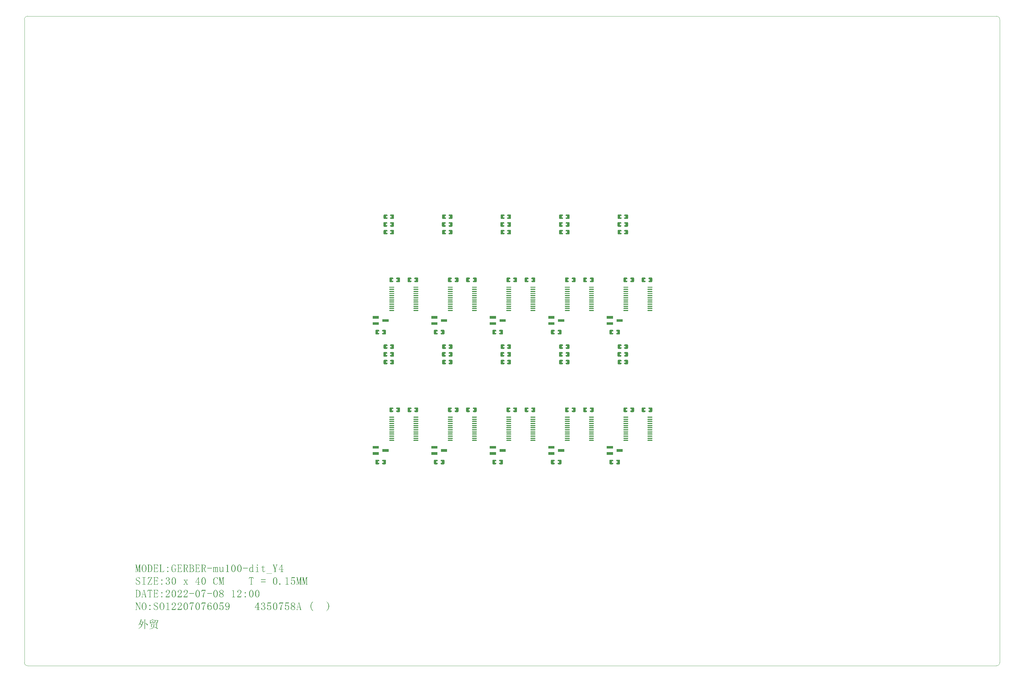
<source format=gbr>
G04 Generated by CircuitCAM Version 4.4*
%FSTAX33Y33*%
%MOMM*%
%ADD10C,0.000000*%
%LNSolderPasteTop_Ready*%
%LPD*%
G36*
G01X035678Y0387D02*
G75*
G03X035428Y03895I-00025J0D01*
G74*
G01*
X034728Y03895D01*
G75*
G03X034478Y0387I0J-00025D01*
G74*
G01*
X034478Y038483D01*
X034878Y038483D01*
X034878Y038017D01*
X034478Y038017D01*
X034478Y0378D01*
G75*
G03X034728Y03755I00025J0D01*
G74*
G01*
X035428Y03755D01*
G75*
G03X035678Y0378I0J00025D01*
G74*
G01*
X035678Y0387D01*
G37*
G36*
G01X017678Y0387D02*
G75*
G03X017428Y03895I-00025J0D01*
G74*
G01*
X016728Y03895D01*
G75*
G03X016478Y0387I0J-00025D01*
G74*
G01*
X016478Y038483D01*
X016878Y038483D01*
X016878Y038017D01*
X016478Y038017D01*
X016478Y0378D01*
G75*
G03X016728Y03755I00025J0D01*
G74*
G01*
X017428Y03755D01*
G75*
G03X017678Y0378I0J00025D01*
G74*
G01*
X017678Y0387D01*
G37*
G36*
G01X-000322Y0387D02*
G75*
G03X-000572Y03895I-00025J0D01*
G74*
G01*
X-001272Y03895D01*
G75*
G03X-001522Y0387I0J-00025D01*
G74*
G01*
X-001522Y038483D01*
X-001122Y038483D01*
X-001122Y038017D01*
X-001522Y038017D01*
X-001522Y0378D01*
G75*
G03X-001272Y03755I00025J0D01*
G74*
G01*
X-000572Y03755D01*
G75*
G03X-000322Y0378I0J00025D01*
G74*
G01*
X-000322Y0387D01*
G37*
G36*
G01X-018322Y0387D02*
G75*
G03X-018572Y03895I-00025J0D01*
G74*
G01*
X-019272Y03895D01*
G75*
G03X-019522Y0387I0J-00025D01*
G74*
G01*
X-019522Y038483D01*
X-019122Y038483D01*
X-019122Y038017D01*
X-019522Y038017D01*
X-019522Y0378D01*
G75*
G03X-019272Y03755I00025J0D01*
G74*
G01*
X-018572Y03755D01*
G75*
G03X-018322Y0378I0J00025D01*
G74*
G01*
X-018322Y0387D01*
G37*
G36*
G01X-036322Y0387D02*
G75*
G03X-036572Y03895I-00025J0D01*
G74*
G01*
X-037272Y03895D01*
G75*
G03X-037522Y0387I0J-00025D01*
G74*
G01*
X-037522Y038483D01*
X-037122Y038483D01*
X-037122Y038017D01*
X-037522Y038017D01*
X-037522Y0378D01*
G75*
G03X-037272Y03755I00025J0D01*
G74*
G01*
X-036572Y03755D01*
G75*
G03X-036322Y0378I0J00025D01*
G74*
G01*
X-036322Y0387D01*
G37*
G36*
G01X-038321Y038699D02*
G75*
G03X-038571Y038949I-00025J0D01*
G74*
G01*
X-039271Y038949D01*
G75*
G03X-039521Y038699I0J-00025D01*
G74*
G01*
X-039521Y037799D01*
G75*
G03X-039271Y037549I00025J0D01*
G74*
G01*
X-038571Y037549D01*
G75*
G03X-038321Y037799I0J00025D01*
G74*
G01*
X-038321Y038016D01*
X-038721Y038016D01*
X-038721Y038482D01*
X-038321Y038482D01*
X-038321Y038699D01*
G37*
G36*
G01X-020321Y038699D02*
G75*
G03X-020571Y038949I-00025J0D01*
G74*
G01*
X-021271Y038949D01*
G75*
G03X-021521Y038699I0J-00025D01*
G74*
G01*
X-021521Y037799D01*
G75*
G03X-021271Y037549I00025J0D01*
G74*
G01*
X-020571Y037549D01*
G75*
G03X-020321Y037799I0J00025D01*
G74*
G01*
X-020321Y038016D01*
X-020721Y038016D01*
X-020721Y038482D01*
X-020321Y038482D01*
X-020321Y038699D01*
G37*
G36*
G01X-002321Y038699D02*
G75*
G03X-002571Y038949I-00025J0D01*
G74*
G01*
X-003271Y038949D01*
G75*
G03X-003521Y038699I0J-00025D01*
G74*
G01*
X-003521Y037799D01*
G75*
G03X-003271Y037549I00025J0D01*
G74*
G01*
X-002571Y037549D01*
G75*
G03X-002321Y037799I0J00025D01*
G74*
G01*
X-002321Y038016D01*
X-002721Y038016D01*
X-002721Y038482D01*
X-002321Y038482D01*
X-002321Y038699D01*
G37*
G36*
G01X015679Y038699D02*
G75*
G03X015429Y038949I-00025J0D01*
G74*
G01*
X014729Y038949D01*
G75*
G03X014479Y038699I0J-00025D01*
G74*
G01*
X014479Y037799D01*
G75*
G03X014729Y037549I00025J0D01*
G74*
G01*
X015429Y037549D01*
G75*
G03X015679Y037799I0J00025D01*
G74*
G01*
X015679Y038016D01*
X015279Y038016D01*
X015279Y038482D01*
X015679Y038482D01*
X015679Y038699D01*
G37*
G36*
G01X033679Y038699D02*
G75*
G03X033429Y038949I-00025J0D01*
G74*
G01*
X032729Y038949D01*
G75*
G03X032479Y038699I0J-00025D01*
G74*
G01*
X032479Y037799D01*
G75*
G03X032729Y037549I00025J0D01*
G74*
G01*
X033429Y037549D01*
G75*
G03X033679Y037799I0J00025D01*
G74*
G01*
X033679Y038016D01*
X033279Y038016D01*
X033279Y038482D01*
X033679Y038482D01*
X033679Y038699D01*
G37*
G36*
G01X035674Y03635D02*
G75*
G03X035424Y0366I-00025J0D01*
G74*
G01*
X034748Y0366D01*
G75*
G03X034498Y03635I0J-00025D01*
G74*
G01*
X034498Y036117D01*
X03489Y036117D01*
X03489Y035633D01*
X034498Y035633D01*
X034498Y0354D01*
G75*
G03X034748Y03515I00025J0D01*
G74*
G01*
X035424Y03515D01*
G75*
G03X035674Y0354I0J00025D01*
G74*
G01*
X035674Y03635D01*
G37*
G36*
G01X033598Y03635D02*
G75*
G03X033348Y0366I-000249J0D01*
G74*
G01*
X032674Y0366D01*
G75*
G03X032423Y03635I0J-00025D01*
G74*
G01*
X032423Y0354D01*
G75*
G03X032674Y03515I00025J0D01*
G74*
G01*
X033348Y03515D01*
G75*
G03X033598Y0354I0J00025D01*
G74*
G01*
X033598Y035633D01*
X033207Y035633D01*
X033207Y036117D01*
X033598Y036117D01*
X033598Y03635D01*
G37*
G36*
G01X017674Y03635D02*
G75*
G03X017424Y0366I-00025J0D01*
G74*
G01*
X016748Y0366D01*
G75*
G03X016498Y03635I000001J-00025D01*
G74*
G01*
X016498Y036117D01*
X01689Y036117D01*
X01689Y035633D01*
X016498Y035633D01*
X016498Y0354D01*
G75*
G03X016748Y03515I000251J0D01*
G74*
G01*
X017424Y03515D01*
G75*
G03X017674Y0354I0J00025D01*
G74*
G01*
X017674Y03635D01*
G37*
G36*
G01X015598Y03635D02*
G75*
G03X015348Y0366I-000249J0D01*
G74*
G01*
X014674Y0366D01*
G75*
G03X014423Y03635I0J-00025D01*
G74*
G01*
X014423Y0354D01*
G75*
G03X014674Y03515I00025J0D01*
G74*
G01*
X015348Y03515D01*
G75*
G03X015598Y0354I0J00025D01*
G74*
G01*
X015598Y035633D01*
X015207Y035633D01*
X015207Y036117D01*
X015598Y036117D01*
X015598Y03635D01*
G37*
G36*
G01X-000326Y03635D02*
G75*
G03X-000576Y0366I-000251J0D01*
G74*
G01*
X-001252Y0366D01*
G75*
G03X-001502Y03635I0J-00025D01*
G74*
G01*
X-001502Y036117D01*
X-00111Y036117D01*
X-00111Y035633D01*
X-001502Y035633D01*
X-001502Y0354D01*
G75*
G03X-001252Y03515I00025J0D01*
G74*
G01*
X-000576Y03515D01*
G75*
G03X-000326Y0354I-000001J00025D01*
G74*
G01*
X-000326Y03635D01*
G37*
G36*
G01X-002402Y03635D02*
G75*
G03X-002652Y0366I-00025J0D01*
G74*
G01*
X-003326Y0366D01*
G75*
G03X-003577Y03635I-000001J-00025D01*
G74*
G01*
X-003577Y0354D01*
G75*
G03X-003326Y03515I00025J0D01*
G74*
G01*
X-002652Y03515D01*
G75*
G03X-002402Y0354I0J00025D01*
G74*
G01*
X-002402Y035633D01*
X-002793Y035633D01*
X-002793Y036117D01*
X-002402Y036117D01*
X-002402Y03635D01*
G37*
G36*
G01X-018326Y03635D02*
G75*
G03X-018576Y0366I-00025J0D01*
G74*
G01*
X-019252Y0366D01*
G75*
G03X-019502Y03635I0J-00025D01*
G74*
G01*
X-019502Y036117D01*
X-01911Y036117D01*
X-01911Y035633D01*
X-019502Y035633D01*
X-019502Y0354D01*
G75*
G03X-019252Y03515I00025J0D01*
G74*
G01*
X-018576Y03515D01*
G75*
G03X-018326Y0354I0J00025D01*
G74*
G01*
X-018326Y03635D01*
G37*
G36*
G01X-020402Y03635D02*
G75*
G03X-020652Y0366I-000249J0D01*
G74*
G01*
X-021326Y0366D01*
G75*
G03X-021577Y03635I0J-00025D01*
G74*
G01*
X-021577Y0354D01*
G75*
G03X-021326Y03515I00025J0D01*
G74*
G01*
X-020652Y03515D01*
G75*
G03X-020402Y0354I0J00025D01*
G74*
G01*
X-020402Y035633D01*
X-020793Y035633D01*
X-020793Y036117D01*
X-020402Y036117D01*
X-020402Y03635D01*
G37*
G36*
G01X-036326Y03635D02*
G75*
G03X-036576Y0366I-00025J0D01*
G74*
G01*
X-037252Y0366D01*
G75*
G03X-037502Y03635I0J-00025D01*
G74*
G01*
X-037502Y036117D01*
X-03711Y036117D01*
X-03711Y035633D01*
X-037502Y035633D01*
X-037502Y0354D01*
G75*
G03X-037252Y03515I00025J0D01*
G74*
G01*
X-036576Y03515D01*
G75*
G03X-036326Y0354I0J00025D01*
G74*
G01*
X-036326Y03635D01*
G37*
G36*
G01X-038402Y03635D02*
G75*
G03X-038652Y0366I-000249J0D01*
G74*
G01*
X-039326Y0366D01*
G75*
G03X-039577Y03635I0J-00025D01*
G74*
G01*
X-039577Y0354D01*
G75*
G03X-039326Y03515I00025J0D01*
G74*
G01*
X-038652Y03515D01*
G75*
G03X-038402Y0354I0J00025D01*
G74*
G01*
X-038402Y035633D01*
X-038793Y035633D01*
X-038793Y036117D01*
X-038402Y036117D01*
X-038402Y03635D01*
G37*
G36*
G01X035678Y03395D02*
G75*
G03X035428Y0342I-00025J0D01*
G74*
G01*
X034728Y0342D01*
G75*
G03X034478Y03395I0J-00025D01*
G74*
G01*
X034478Y033733D01*
X034878Y033733D01*
X034878Y033267D01*
X034478Y033267D01*
X034478Y03305D01*
G75*
G03X034728Y0328I00025J0D01*
G74*
G01*
X035428Y0328D01*
G75*
G03X035678Y03305I0J00025D01*
G74*
G01*
X035678Y03395D01*
G37*
G36*
G01X017678Y03395D02*
G75*
G03X017428Y0342I-00025J0D01*
G74*
G01*
X016728Y0342D01*
G75*
G03X016478Y03395I0J-00025D01*
G74*
G01*
X016478Y033733D01*
X016878Y033733D01*
X016878Y033267D01*
X016478Y033267D01*
X016478Y03305D01*
G75*
G03X016728Y0328I00025J0D01*
G74*
G01*
X017428Y0328D01*
G75*
G03X017678Y03305I0J00025D01*
G74*
G01*
X017678Y03395D01*
G37*
G36*
G01X-000322Y03395D02*
G75*
G03X-000572Y0342I-00025J0D01*
G74*
G01*
X-001272Y0342D01*
G75*
G03X-001522Y03395I0J-00025D01*
G74*
G01*
X-001522Y033733D01*
X-001122Y033733D01*
X-001122Y033267D01*
X-001522Y033267D01*
X-001522Y03305D01*
G75*
G03X-001272Y0328I00025J0D01*
G74*
G01*
X-000572Y0328D01*
G75*
G03X-000322Y03305I0J00025D01*
G74*
G01*
X-000322Y03395D01*
G37*
G36*
G01X-018322Y03395D02*
G75*
G03X-018572Y0342I-00025J0D01*
G74*
G01*
X-019272Y0342D01*
G75*
G03X-019522Y03395I0J-00025D01*
G74*
G01*
X-019522Y033733D01*
X-019122Y033733D01*
X-019122Y033267D01*
X-019522Y033267D01*
X-019522Y03305D01*
G75*
G03X-019272Y0328I00025J0D01*
G74*
G01*
X-018572Y0328D01*
G75*
G03X-018322Y03305I0J00025D01*
G74*
G01*
X-018322Y03395D01*
G37*
G36*
G01X-036322Y03395D02*
G75*
G03X-036572Y0342I-00025J0D01*
G74*
G01*
X-037272Y0342D01*
G75*
G03X-037522Y03395I0J-00025D01*
G74*
G01*
X-037522Y033733D01*
X-037122Y033733D01*
X-037122Y033267D01*
X-037522Y033267D01*
X-037522Y03305D01*
G75*
G03X-037272Y0328I00025J0D01*
G74*
G01*
X-036572Y0328D01*
G75*
G03X-036322Y03305I0J00025D01*
G74*
G01*
X-036322Y03395D01*
G37*
G36*
G01X-038321Y033949D02*
G75*
G03X-038571Y034199I-00025J0D01*
G74*
G01*
X-039271Y034199D01*
G75*
G03X-039521Y033949I0J-00025D01*
G74*
G01*
X-039521Y033049D01*
G75*
G03X-039271Y032799I00025J0D01*
G74*
G01*
X-038571Y032799D01*
G75*
G03X-038321Y033049I0J00025D01*
G74*
G01*
X-038321Y033266D01*
X-038721Y033266D01*
X-038721Y033732D01*
X-038321Y033732D01*
X-038321Y033949D01*
G37*
G36*
G01X-020321Y033949D02*
G75*
G03X-020571Y034199I-00025J0D01*
G74*
G01*
X-021271Y034199D01*
G75*
G03X-021521Y033949I0J-00025D01*
G74*
G01*
X-021521Y033049D01*
G75*
G03X-021271Y032799I00025J0D01*
G74*
G01*
X-020571Y032799D01*
G75*
G03X-020321Y033049I0J00025D01*
G74*
G01*
X-020321Y033266D01*
X-020721Y033266D01*
X-020721Y033732D01*
X-020321Y033732D01*
X-020321Y033949D01*
G37*
G36*
G01X-002321Y033949D02*
G75*
G03X-002571Y034199I-00025J0D01*
G74*
G01*
X-003271Y034199D01*
G75*
G03X-003521Y033949I0J-00025D01*
G74*
G01*
X-003521Y033049D01*
G75*
G03X-003271Y032799I00025J0D01*
G74*
G01*
X-002571Y032799D01*
G75*
G03X-002321Y033049I0J00025D01*
G74*
G01*
X-002321Y033266D01*
X-002721Y033266D01*
X-002721Y033732D01*
X-002321Y033732D01*
X-002321Y033949D01*
G37*
G36*
G01X015679Y033949D02*
G75*
G03X015429Y034199I-00025J0D01*
G74*
G01*
X014729Y034199D01*
G75*
G03X014479Y033949I0J-00025D01*
G74*
G01*
X014479Y033049D01*
G75*
G03X014729Y032799I00025J0D01*
G74*
G01*
X015429Y032799D01*
G75*
G03X015679Y033049I0J00025D01*
G74*
G01*
X015679Y033266D01*
X015279Y033266D01*
X015279Y033732D01*
X015679Y033732D01*
X015679Y033949D01*
G37*
G36*
G01X033679Y033949D02*
G75*
G03X033429Y034199I-00025J0D01*
G74*
G01*
X032729Y034199D01*
G75*
G03X032479Y033949I0J-00025D01*
G74*
G01*
X032479Y033049D01*
G75*
G03X032729Y032799I00025J0D01*
G74*
G01*
X033429Y032799D01*
G75*
G03X033679Y033049I0J00025D01*
G74*
G01*
X033679Y033266D01*
X033279Y033266D01*
X033279Y033732D01*
X033679Y033732D01*
X033679Y033949D01*
G37*
G36*
G01X043121Y019287D02*
G75*
G03X042871Y019537I-00025J0D01*
G74*
G01*
X042195Y019537D01*
G75*
G03X041945Y019287I0J-00025D01*
G74*
G01*
X041945Y019054D01*
X042337Y019054D01*
X042337Y01857D01*
X041945Y01857D01*
X041945Y018337D01*
G75*
G03X042195Y018087I00025J0D01*
G74*
G01*
X042871Y018087D01*
G75*
G03X043121Y018337I0J00025D01*
G74*
G01*
X043121Y019287D01*
G37*
G36*
G01X041045Y019287D02*
G75*
G03X040795Y019537I-000249J0D01*
G74*
G01*
X040121Y019537D01*
G75*
G03X03987Y019287I0J-00025D01*
G74*
G01*
X03987Y018337D01*
G75*
G03X040121Y018087I00025J0D01*
G74*
G01*
X040795Y018087D01*
G75*
G03X041045Y018337I0J00025D01*
G74*
G01*
X041045Y01857D01*
X040654Y01857D01*
X040654Y019054D01*
X041045Y019054D01*
X041045Y019287D01*
G37*
G36*
G01X037533Y019287D02*
G75*
G03X037283Y019537I-00025J0D01*
G74*
G01*
X036607Y019537D01*
G75*
G03X036357Y019287I0J-00025D01*
G74*
G01*
X036357Y019054D01*
X036749Y019054D01*
X036749Y01857D01*
X036357Y01857D01*
X036357Y018337D01*
G75*
G03X036607Y018087I00025J0D01*
G74*
G01*
X037283Y018087D01*
G75*
G03X037533Y018337I0J00025D01*
G74*
G01*
X037533Y019287D01*
G37*
G36*
G01X035456Y019287D02*
G75*
G03X035206Y019537I-000249J0D01*
G74*
G01*
X034532Y019537D01*
G75*
G03X034281Y019287I0J-00025D01*
G74*
G01*
X034281Y018337D01*
G75*
G03X034532Y018087I00025J0D01*
G74*
G01*
X035206Y018087D01*
G75*
G03X035456Y018337I0J00025D01*
G74*
G01*
X035456Y01857D01*
X035065Y01857D01*
X035065Y019054D01*
X035456Y019054D01*
X035456Y019287D01*
G37*
G36*
G01X025121Y019287D02*
G75*
G03X024871Y019537I-00025J0D01*
G74*
G01*
X024195Y019537D01*
G75*
G03X023945Y019287I0J-00025D01*
G74*
G01*
X023945Y019054D01*
X024337Y019054D01*
X024337Y01857D01*
X023945Y01857D01*
X023945Y018337D01*
G75*
G03X024195Y018087I00025J0D01*
G74*
G01*
X024871Y018087D01*
G75*
G03X025121Y018337I0J00025D01*
G74*
G01*
X025121Y019287D01*
G37*
G36*
G01X023045Y019287D02*
G75*
G03X022795Y019537I-000249J0D01*
G74*
G01*
X022121Y019537D01*
G75*
G03X02187Y019287I0J-00025D01*
G74*
G01*
X02187Y018337D01*
G75*
G03X022121Y018087I00025J0D01*
G74*
G01*
X022795Y018087D01*
G75*
G03X023045Y018337I0J00025D01*
G74*
G01*
X023045Y01857D01*
X022654Y01857D01*
X022654Y019054D01*
X023045Y019054D01*
X023045Y019287D01*
G37*
G36*
G01X019533Y019287D02*
G75*
G03X019283Y019537I-00025J0D01*
G74*
G01*
X018607Y019537D01*
G75*
G03X018357Y019287I0J-00025D01*
G74*
G01*
X018357Y019054D01*
X018749Y019054D01*
X018749Y01857D01*
X018357Y01857D01*
X018357Y018337D01*
G75*
G03X018607Y018087I00025J0D01*
G74*
G01*
X019283Y018087D01*
G75*
G03X019533Y018337I0J00025D01*
G74*
G01*
X019533Y019287D01*
G37*
G36*
G01X017456Y019287D02*
G75*
G03X017206Y019537I-000249J0D01*
G74*
G01*
X016532Y019537D01*
G75*
G03X016281Y019287I0J-00025D01*
G74*
G01*
X016281Y018337D01*
G75*
G03X016532Y018087I000251J0D01*
G74*
G01*
X017206Y018087D01*
G75*
G03X017456Y018337I000001J00025D01*
G74*
G01*
X017456Y01857D01*
X017065Y01857D01*
X017065Y019054D01*
X017456Y019054D01*
X017456Y019287D01*
G37*
G36*
G01X007121Y019287D02*
G75*
G03X006871Y019537I-00025J0D01*
G74*
G01*
X006195Y019537D01*
G75*
G03X005945Y019287I0J-00025D01*
G74*
G01*
X005945Y019054D01*
X006337Y019054D01*
X006337Y01857D01*
X005945Y01857D01*
X005945Y018337D01*
G75*
G03X006195Y018087I00025J0D01*
G74*
G01*
X006871Y018087D01*
G75*
G03X007121Y018337I0J00025D01*
G74*
G01*
X007121Y019287D01*
G37*
G36*
G01X005045Y019287D02*
G75*
G03X004795Y019537I-00025J0D01*
G74*
G01*
X004121Y019537D01*
G75*
G03X00387Y019287I-000001J-00025D01*
G74*
G01*
X00387Y018337D01*
G75*
G03X004121Y018087I00025J0D01*
G74*
G01*
X004795Y018087D01*
G75*
G03X005045Y018337I0J00025D01*
G74*
G01*
X005045Y01857D01*
X004654Y01857D01*
X004654Y019054D01*
X005045Y019054D01*
X005045Y019287D01*
G37*
G36*
G01X001533Y019287D02*
G75*
G03X001283Y019537I-00025J0D01*
G74*
G01*
X000607Y019537D01*
G75*
G03X000357Y019287I000001J-00025D01*
G74*
G01*
X000357Y019054D01*
X000749Y019054D01*
X000749Y01857D01*
X000357Y01857D01*
X000357Y018337D01*
G75*
G03X000607Y018087I000251J0D01*
G74*
G01*
X001283Y018087D01*
G75*
G03X001533Y018337I0J00025D01*
G74*
G01*
X001533Y019287D01*
G37*
G36*
G01X-000544Y019287D02*
G75*
G03X-000794Y019537I-000249J0D01*
G74*
G01*
X-001468Y019537D01*
G75*
G03X-001719Y019287I0J-00025D01*
G74*
G01*
X-001719Y018337D01*
G75*
G03X-001468Y018087I000251J0D01*
G74*
G01*
X-000794Y018087D01*
G75*
G03X-000544Y018337I000001J00025D01*
G74*
G01*
X-000544Y01857D01*
X-000935Y01857D01*
X-000935Y019054D01*
X-000544Y019054D01*
X-000544Y019287D01*
G37*
G36*
G01X-010879Y019287D02*
G75*
G03X-011129Y019537I-00025J0D01*
G74*
G01*
X-011805Y019537D01*
G75*
G03X-012055Y019287I000001J-00025D01*
G74*
G01*
X-012055Y019054D01*
X-011663Y019054D01*
X-011663Y01857D01*
X-012055Y01857D01*
X-012055Y018337D01*
G75*
G03X-011805Y018087I000251J0D01*
G74*
G01*
X-011129Y018087D01*
G75*
G03X-010879Y018337I0J00025D01*
G74*
G01*
X-010879Y019287D01*
G37*
G36*
G01X-012955Y019287D02*
G75*
G03X-013205Y019537I-000249J0D01*
G74*
G01*
X-013879Y019537D01*
G75*
G03X-01413Y019287I0J-00025D01*
G74*
G01*
X-01413Y018337D01*
G75*
G03X-013879Y018087I00025J0D01*
G74*
G01*
X-013205Y018087D01*
G75*
G03X-012955Y018337I0J00025D01*
G74*
G01*
X-012955Y01857D01*
X-013346Y01857D01*
X-013346Y019054D01*
X-012955Y019054D01*
X-012955Y019287D01*
G37*
G36*
G01X-016467Y019287D02*
G75*
G03X-016717Y019537I-000251J0D01*
G74*
G01*
X-017393Y019537D01*
G75*
G03X-017643Y019287I0J-00025D01*
G74*
G01*
X-017643Y019054D01*
X-017251Y019054D01*
X-017251Y01857D01*
X-017643Y01857D01*
X-017643Y018337D01*
G75*
G03X-017393Y018087I00025J0D01*
G74*
G01*
X-016717Y018087D01*
G75*
G03X-016467Y018337I-000001J00025D01*
G74*
G01*
X-016467Y019287D01*
G37*
G36*
G01X-018544Y019287D02*
G75*
G03X-018794Y019537I-00025J0D01*
G74*
G01*
X-019468Y019537D01*
G75*
G03X-019719Y019287I-000001J-00025D01*
G74*
G01*
X-019719Y018337D01*
G75*
G03X-019468Y018087I00025J0D01*
G74*
G01*
X-018794Y018087D01*
G75*
G03X-018544Y018337I0J00025D01*
G74*
G01*
X-018544Y01857D01*
X-018935Y01857D01*
X-018935Y019054D01*
X-018544Y019054D01*
X-018544Y019287D01*
G37*
G36*
G01X-028879Y019287D02*
G75*
G03X-029129Y019537I-000251J0D01*
G74*
G01*
X-029805Y019537D01*
G75*
G03X-030055Y019287I0J-00025D01*
G74*
G01*
X-030055Y019054D01*
X-029663Y019054D01*
X-029663Y01857D01*
X-030055Y01857D01*
X-030055Y018337D01*
G75*
G03X-029805Y018087I00025J0D01*
G74*
G01*
X-029129Y018087D01*
G75*
G03X-028879Y018337I-000001J00025D01*
G74*
G01*
X-028879Y019287D01*
G37*
G36*
G01X-030955Y019287D02*
G75*
G03X-031205Y019537I-00025J0D01*
G74*
G01*
X-031879Y019537D01*
G75*
G03X-03213Y019287I-000001J-00025D01*
G74*
G01*
X-03213Y018337D01*
G75*
G03X-031879Y018087I00025J0D01*
G74*
G01*
X-031205Y018087D01*
G75*
G03X-030955Y018337I0J00025D01*
G74*
G01*
X-030955Y01857D01*
X-031346Y01857D01*
X-031346Y019054D01*
X-030955Y019054D01*
X-030955Y019287D01*
G37*
G36*
G01X-034467Y019287D02*
G75*
G03X-034717Y019537I-00025J0D01*
G74*
G01*
X-035393Y019537D01*
G75*
G03X-035643Y019287I000001J-00025D01*
G74*
G01*
X-035643Y019054D01*
X-035251Y019054D01*
X-035251Y01857D01*
X-035643Y01857D01*
X-035643Y018337D01*
G75*
G03X-035393Y018087I000251J0D01*
G74*
G01*
X-034717Y018087D01*
G75*
G03X-034467Y018337I0J00025D01*
G74*
G01*
X-034467Y019287D01*
G37*
G36*
G01X-036544Y019287D02*
G75*
G03X-036794Y019537I-000249J0D01*
G74*
G01*
X-037468Y019537D01*
G75*
G03X-037719Y019287I0J-00025D01*
G74*
G01*
X-037719Y018337D01*
G75*
G03X-037468Y018087I000251J0D01*
G74*
G01*
X-036794Y018087D01*
G75*
G03X-036544Y018337I000001J00025D01*
G74*
G01*
X-036544Y01857D01*
X-036935Y01857D01*
X-036935Y019054D01*
X-036544Y019054D01*
X-036544Y019287D01*
G37*
G36*
G01X043164Y016604D02*
G75*
G03X043064Y016704I-0001J0D01*
G74*
G01*
X041764Y016704D01*
G75*
G03X041664Y016604I0J-0001D01*
G74*
G01*
X041664Y016474D01*
G75*
G03X041764Y016374I0001J0D01*
G74*
G01*
X043064Y016374D01*
G75*
G03X043164Y016474I0J0001D01*
G74*
G01*
X043164Y016604D01*
G37*
G36*
G01X035739Y016604D02*
G75*
G03X035639Y016704I-0001J0D01*
G74*
G01*
X034339Y016704D01*
G75*
G03X034239Y016604I0J-0001D01*
G74*
G01*
X034239Y016474D01*
G75*
G03X034339Y016374I0001J0D01*
G74*
G01*
X035639Y016374D01*
G75*
G03X035739Y016474I0J0001D01*
G74*
G01*
X035739Y016604D01*
G37*
G36*
G01X025164Y016604D02*
G75*
G03X025064Y016704I-0001J0D01*
G74*
G01*
X023764Y016704D01*
G75*
G03X023664Y016604I0J-0001D01*
G74*
G01*
X023664Y016474D01*
G75*
G03X023764Y016374I0001J0D01*
G74*
G01*
X025064Y016374D01*
G75*
G03X025164Y016474I0J0001D01*
G74*
G01*
X025164Y016604D01*
G37*
G36*
G01X017739Y016604D02*
G75*
G03X017639Y016704I-0001J0D01*
G74*
G01*
X016339Y016704D01*
G75*
G03X016239Y016604I0J-0001D01*
G74*
G01*
X016239Y016474D01*
G75*
G03X016339Y016374I0001J0D01*
G74*
G01*
X017639Y016374D01*
G75*
G03X017739Y016474I0J0001D01*
G74*
G01*
X017739Y016604D01*
G37*
G36*
G01X007164Y016604D02*
G75*
G03X007064Y016704I-0001J0D01*
G74*
G01*
X005764Y016704D01*
G75*
G03X005664Y016604I0J-0001D01*
G74*
G01*
X005664Y016474D01*
G75*
G03X005764Y016374I0001J0D01*
G74*
G01*
X007064Y016374D01*
G75*
G03X007164Y016474I0J0001D01*
G74*
G01*
X007164Y016604D01*
G37*
G36*
G01X-000261Y016604D02*
G75*
G03X-000361Y016704I-0001J0D01*
G74*
G01*
X-001661Y016704D01*
G75*
G03X-001761Y016604I0J-0001D01*
G74*
G01*
X-001761Y016474D01*
G75*
G03X-001661Y016374I0001J0D01*
G74*
G01*
X-000361Y016374D01*
G75*
G03X-000261Y016474I0J0001D01*
G74*
G01*
X-000261Y016604D01*
G37*
G36*
G01X-010836Y016604D02*
G75*
G03X-010936Y016704I-0001J0D01*
G74*
G01*
X-012236Y016704D01*
G75*
G03X-012336Y016604I0J-0001D01*
G74*
G01*
X-012336Y016474D01*
G75*
G03X-012236Y016374I0001J0D01*
G74*
G01*
X-010936Y016374D01*
G75*
G03X-010836Y016474I0J0001D01*
G74*
G01*
X-010836Y016604D01*
G37*
G36*
G01X-018261Y016604D02*
G75*
G03X-018361Y016704I-0001J0D01*
G74*
G01*
X-019661Y016704D01*
G75*
G03X-019761Y016604I0J-0001D01*
G74*
G01*
X-019761Y016474D01*
G75*
G03X-019661Y016374I0001J0D01*
G74*
G01*
X-018361Y016374D01*
G75*
G03X-018261Y016474I0J0001D01*
G74*
G01*
X-018261Y016604D01*
G37*
G36*
G01X-028836Y016604D02*
G75*
G03X-028936Y016704I-0001J0D01*
G74*
G01*
X-030236Y016704D01*
G75*
G03X-030336Y016604I0J-0001D01*
G74*
G01*
X-030336Y016474D01*
G75*
G03X-030236Y016374I0001J0D01*
G74*
G01*
X-028936Y016374D01*
G75*
G03X-028836Y016474I0J0001D01*
G74*
G01*
X-028836Y016604D01*
G37*
G36*
G01X-036261Y016604D02*
G75*
G03X-036361Y016704I-0001J0D01*
G74*
G01*
X-037661Y016704D01*
G75*
G03X-037761Y016604I0J-0001D01*
G74*
G01*
X-037761Y016474D01*
G75*
G03X-037661Y016374I0001J0D01*
G74*
G01*
X-036361Y016374D01*
G75*
G03X-036261Y016474I0J0001D01*
G74*
G01*
X-036261Y016604D01*
G37*
G36*
G01X043164Y015954D02*
G75*
G03X043064Y016054I-0001J0D01*
G74*
G01*
X041764Y016054D01*
G75*
G03X041664Y015954I0J-0001D01*
G74*
G01*
X041664Y015824D01*
G75*
G03X041764Y015724I0001J0D01*
G74*
G01*
X043064Y015724D01*
G75*
G03X043164Y015824I0J0001D01*
G74*
G01*
X043164Y015954D01*
G37*
G36*
G01X035739Y015954D02*
G75*
G03X035639Y016054I-0001J0D01*
G74*
G01*
X034339Y016054D01*
G75*
G03X034239Y015954I0J-0001D01*
G74*
G01*
X034239Y015824D01*
G75*
G03X034339Y015724I0001J0D01*
G74*
G01*
X035639Y015724D01*
G75*
G03X035739Y015824I0J0001D01*
G74*
G01*
X035739Y015954D01*
G37*
G36*
G01X025164Y015954D02*
G75*
G03X025064Y016054I-0001J0D01*
G74*
G01*
X023764Y016054D01*
G75*
G03X023664Y015954I0J-0001D01*
G74*
G01*
X023664Y015824D01*
G75*
G03X023764Y015724I0001J0D01*
G74*
G01*
X025064Y015724D01*
G75*
G03X025164Y015824I0J0001D01*
G74*
G01*
X025164Y015954D01*
G37*
G36*
G01X017739Y015954D02*
G75*
G03X017639Y016054I-0001J0D01*
G74*
G01*
X016339Y016054D01*
G75*
G03X016239Y015954I0J-0001D01*
G74*
G01*
X016239Y015824D01*
G75*
G03X016339Y015724I0001J0D01*
G74*
G01*
X017639Y015724D01*
G75*
G03X017739Y015824I0J0001D01*
G74*
G01*
X017739Y015954D01*
G37*
G36*
G01X007164Y015954D02*
G75*
G03X007064Y016054I-0001J0D01*
G74*
G01*
X005764Y016054D01*
G75*
G03X005664Y015954I0J-0001D01*
G74*
G01*
X005664Y015824D01*
G75*
G03X005764Y015724I0001J0D01*
G74*
G01*
X007064Y015724D01*
G75*
G03X007164Y015824I0J0001D01*
G74*
G01*
X007164Y015954D01*
G37*
G36*
G01X-000261Y015954D02*
G75*
G03X-000361Y016054I-0001J0D01*
G74*
G01*
X-001661Y016054D01*
G75*
G03X-001761Y015954I0J-0001D01*
G74*
G01*
X-001761Y015824D01*
G75*
G03X-001661Y015724I0001J0D01*
G74*
G01*
X-000361Y015724D01*
G75*
G03X-000261Y015824I0J0001D01*
G74*
G01*
X-000261Y015954D01*
G37*
G36*
G01X-010836Y015954D02*
G75*
G03X-010936Y016054I-0001J0D01*
G74*
G01*
X-012236Y016054D01*
G75*
G03X-012336Y015954I0J-0001D01*
G74*
G01*
X-012336Y015824D01*
G75*
G03X-012236Y015724I0001J0D01*
G74*
G01*
X-010936Y015724D01*
G75*
G03X-010836Y015824I0J0001D01*
G74*
G01*
X-010836Y015954D01*
G37*
G36*
G01X-018261Y015954D02*
G75*
G03X-018361Y016054I-0001J0D01*
G74*
G01*
X-019661Y016054D01*
G75*
G03X-019761Y015954I0J-0001D01*
G74*
G01*
X-019761Y015824D01*
G75*
G03X-019661Y015724I0001J0D01*
G74*
G01*
X-018361Y015724D01*
G75*
G03X-018261Y015824I0J0001D01*
G74*
G01*
X-018261Y015954D01*
G37*
G36*
G01X-028836Y015954D02*
G75*
G03X-028936Y016054I-0001J0D01*
G74*
G01*
X-030236Y016054D01*
G75*
G03X-030336Y015954I0J-0001D01*
G74*
G01*
X-030336Y015824D01*
G75*
G03X-030236Y015724I0001J0D01*
G74*
G01*
X-028936Y015724D01*
G75*
G03X-028836Y015824I0J0001D01*
G74*
G01*
X-028836Y015954D01*
G37*
G36*
G01X-036261Y015954D02*
G75*
G03X-036361Y016054I-0001J0D01*
G74*
G01*
X-037661Y016054D01*
G75*
G03X-037761Y015954I0J-0001D01*
G74*
G01*
X-037761Y015824D01*
G75*
G03X-037661Y015724I0001J0D01*
G74*
G01*
X-036361Y015724D01*
G75*
G03X-036261Y015824I0J0001D01*
G74*
G01*
X-036261Y015954D01*
G37*
G36*
G01X043164Y015304D02*
G75*
G03X043064Y015404I-0001J0D01*
G74*
G01*
X041764Y015404D01*
G75*
G03X041664Y015304I0J-0001D01*
G74*
G01*
X041664Y015174D01*
G75*
G03X041764Y015074I0001J0D01*
G74*
G01*
X043064Y015074D01*
G75*
G03X043164Y015174I0J0001D01*
G74*
G01*
X043164Y015304D01*
G37*
G36*
G01X035739Y015304D02*
G75*
G03X035639Y015404I-0001J0D01*
G74*
G01*
X034339Y015404D01*
G75*
G03X034239Y015304I0J-0001D01*
G74*
G01*
X034239Y015174D01*
G75*
G03X034339Y015074I0001J0D01*
G74*
G01*
X035639Y015074D01*
G75*
G03X035739Y015174I0J0001D01*
G74*
G01*
X035739Y015304D01*
G37*
G36*
G01X025164Y015304D02*
G75*
G03X025064Y015404I-0001J0D01*
G74*
G01*
X023764Y015404D01*
G75*
G03X023664Y015304I0J-0001D01*
G74*
G01*
X023664Y015174D01*
G75*
G03X023764Y015074I0001J0D01*
G74*
G01*
X025064Y015074D01*
G75*
G03X025164Y015174I0J0001D01*
G74*
G01*
X025164Y015304D01*
G37*
G36*
G01X017739Y015304D02*
G75*
G03X017639Y015404I-0001J0D01*
G74*
G01*
X016339Y015404D01*
G75*
G03X016239Y015304I0J-0001D01*
G74*
G01*
X016239Y015174D01*
G75*
G03X016339Y015074I0001J0D01*
G74*
G01*
X017639Y015074D01*
G75*
G03X017739Y015174I0J0001D01*
G74*
G01*
X017739Y015304D01*
G37*
G36*
G01X007164Y015304D02*
G75*
G03X007064Y015404I-0001J0D01*
G74*
G01*
X005764Y015404D01*
G75*
G03X005664Y015304I0J-0001D01*
G74*
G01*
X005664Y015174D01*
G75*
G03X005764Y015074I0001J0D01*
G74*
G01*
X007064Y015074D01*
G75*
G03X007164Y015174I0J0001D01*
G74*
G01*
X007164Y015304D01*
G37*
G36*
G01X-000261Y015304D02*
G75*
G03X-000361Y015404I-0001J0D01*
G74*
G01*
X-001661Y015404D01*
G75*
G03X-001761Y015304I0J-0001D01*
G74*
G01*
X-001761Y015174D01*
G75*
G03X-001661Y015074I0001J0D01*
G74*
G01*
X-000361Y015074D01*
G75*
G03X-000261Y015174I0J0001D01*
G74*
G01*
X-000261Y015304D01*
G37*
G36*
G01X-010836Y015304D02*
G75*
G03X-010936Y015404I-0001J0D01*
G74*
G01*
X-012236Y015404D01*
G75*
G03X-012336Y015304I0J-0001D01*
G74*
G01*
X-012336Y015174D01*
G75*
G03X-012236Y015074I0001J0D01*
G74*
G01*
X-010936Y015074D01*
G75*
G03X-010836Y015174I0J0001D01*
G74*
G01*
X-010836Y015304D01*
G37*
G36*
G01X-018261Y015304D02*
G75*
G03X-018361Y015404I-0001J0D01*
G74*
G01*
X-019661Y015404D01*
G75*
G03X-019761Y015304I0J-0001D01*
G74*
G01*
X-019761Y015174D01*
G75*
G03X-019661Y015074I0001J0D01*
G74*
G01*
X-018361Y015074D01*
G75*
G03X-018261Y015174I0J0001D01*
G74*
G01*
X-018261Y015304D01*
G37*
G36*
G01X-028836Y015304D02*
G75*
G03X-028936Y015404I-0001J0D01*
G74*
G01*
X-030236Y015404D01*
G75*
G03X-030336Y015304I0J-0001D01*
G74*
G01*
X-030336Y015174D01*
G75*
G03X-030236Y015074I0001J0D01*
G74*
G01*
X-028936Y015074D01*
G75*
G03X-028836Y015174I0J0001D01*
G74*
G01*
X-028836Y015304D01*
G37*
G36*
G01X-036261Y015304D02*
G75*
G03X-036361Y015404I-0001J0D01*
G74*
G01*
X-037661Y015404D01*
G75*
G03X-037761Y015304I0J-0001D01*
G74*
G01*
X-037761Y015174D01*
G75*
G03X-037661Y015074I0001J0D01*
G74*
G01*
X-036361Y015074D01*
G75*
G03X-036261Y015174I0J0001D01*
G74*
G01*
X-036261Y015304D01*
G37*
G36*
G01X043164Y014654D02*
G75*
G03X043064Y014754I-0001J0D01*
G74*
G01*
X041764Y014754D01*
G75*
G03X041664Y014654I0J-0001D01*
G74*
G01*
X041664Y014524D01*
G75*
G03X041764Y014424I0001J0D01*
G74*
G01*
X043064Y014424D01*
G75*
G03X043164Y014524I0J0001D01*
G74*
G01*
X043164Y014654D01*
G37*
G36*
G01X035739Y014654D02*
G75*
G03X035639Y014754I-0001J0D01*
G74*
G01*
X034339Y014754D01*
G75*
G03X034239Y014654I0J-0001D01*
G74*
G01*
X034239Y014524D01*
G75*
G03X034339Y014424I0001J0D01*
G74*
G01*
X035639Y014424D01*
G75*
G03X035739Y014524I0J0001D01*
G74*
G01*
X035739Y014654D01*
G37*
G36*
G01X025164Y014654D02*
G75*
G03X025064Y014754I-0001J0D01*
G74*
G01*
X023764Y014754D01*
G75*
G03X023664Y014654I0J-0001D01*
G74*
G01*
X023664Y014524D01*
G75*
G03X023764Y014424I0001J0D01*
G74*
G01*
X025064Y014424D01*
G75*
G03X025164Y014524I0J0001D01*
G74*
G01*
X025164Y014654D01*
G37*
G36*
G01X017739Y014654D02*
G75*
G03X017639Y014754I-0001J0D01*
G74*
G01*
X016339Y014754D01*
G75*
G03X016239Y014654I0J-0001D01*
G74*
G01*
X016239Y014524D01*
G75*
G03X016339Y014424I0001J0D01*
G74*
G01*
X017639Y014424D01*
G75*
G03X017739Y014524I0J0001D01*
G74*
G01*
X017739Y014654D01*
G37*
G36*
G01X007164Y014654D02*
G75*
G03X007064Y014754I-0001J0D01*
G74*
G01*
X005764Y014754D01*
G75*
G03X005664Y014654I0J-0001D01*
G74*
G01*
X005664Y014524D01*
G75*
G03X005764Y014424I0001J0D01*
G74*
G01*
X007064Y014424D01*
G75*
G03X007164Y014524I0J0001D01*
G74*
G01*
X007164Y014654D01*
G37*
G36*
G01X-000261Y014654D02*
G75*
G03X-000361Y014754I-0001J0D01*
G74*
G01*
X-001661Y014754D01*
G75*
G03X-001761Y014654I0J-0001D01*
G74*
G01*
X-001761Y014524D01*
G75*
G03X-001661Y014424I0001J0D01*
G74*
G01*
X-000361Y014424D01*
G75*
G03X-000261Y014524I0J0001D01*
G74*
G01*
X-000261Y014654D01*
G37*
G36*
G01X-010836Y014654D02*
G75*
G03X-010936Y014754I-0001J0D01*
G74*
G01*
X-012236Y014754D01*
G75*
G03X-012336Y014654I0J-0001D01*
G74*
G01*
X-012336Y014524D01*
G75*
G03X-012236Y014424I0001J0D01*
G74*
G01*
X-010936Y014424D01*
G75*
G03X-010836Y014524I0J0001D01*
G74*
G01*
X-010836Y014654D01*
G37*
G36*
G01X-018261Y014654D02*
G75*
G03X-018361Y014754I-0001J0D01*
G74*
G01*
X-019661Y014754D01*
G75*
G03X-019761Y014654I0J-0001D01*
G74*
G01*
X-019761Y014524D01*
G75*
G03X-019661Y014424I0001J0D01*
G74*
G01*
X-018361Y014424D01*
G75*
G03X-018261Y014524I0J0001D01*
G74*
G01*
X-018261Y014654D01*
G37*
G36*
G01X-028836Y014654D02*
G75*
G03X-028936Y014754I-0001J0D01*
G74*
G01*
X-030236Y014754D01*
G75*
G03X-030336Y014654I0J-0001D01*
G74*
G01*
X-030336Y014524D01*
G75*
G03X-030236Y014424I0001J0D01*
G74*
G01*
X-028936Y014424D01*
G75*
G03X-028836Y014524I0J0001D01*
G74*
G01*
X-028836Y014654D01*
G37*
G36*
G01X-036261Y014654D02*
G75*
G03X-036361Y014754I-0001J0D01*
G74*
G01*
X-037661Y014754D01*
G75*
G03X-037761Y014654I0J-0001D01*
G74*
G01*
X-037761Y014524D01*
G75*
G03X-037661Y014424I0001J0D01*
G74*
G01*
X-036361Y014424D01*
G75*
G03X-036261Y014524I0J0001D01*
G74*
G01*
X-036261Y014654D01*
G37*
G36*
G01X043164Y014004D02*
G75*
G03X043064Y014104I-0001J0D01*
G74*
G01*
X041764Y014104D01*
G75*
G03X041664Y014004I0J-0001D01*
G74*
G01*
X041664Y013874D01*
G75*
G03X041764Y013774I0001J0D01*
G74*
G01*
X043064Y013774D01*
G75*
G03X043164Y013874I0J0001D01*
G74*
G01*
X043164Y014004D01*
G37*
G36*
G01X035739Y014004D02*
G75*
G03X035639Y014104I-0001J0D01*
G74*
G01*
X034339Y014104D01*
G75*
G03X034239Y014004I0J-0001D01*
G74*
G01*
X034239Y013874D01*
G75*
G03X034339Y013774I0001J0D01*
G74*
G01*
X035639Y013774D01*
G75*
G03X035739Y013874I0J0001D01*
G74*
G01*
X035739Y014004D01*
G37*
G36*
G01X025164Y014004D02*
G75*
G03X025064Y014104I-0001J0D01*
G74*
G01*
X023764Y014104D01*
G75*
G03X023664Y014004I0J-0001D01*
G74*
G01*
X023664Y013874D01*
G75*
G03X023764Y013774I0001J0D01*
G74*
G01*
X025064Y013774D01*
G75*
G03X025164Y013874I0J0001D01*
G74*
G01*
X025164Y014004D01*
G37*
G36*
G01X017739Y014004D02*
G75*
G03X017639Y014104I-0001J0D01*
G74*
G01*
X016339Y014104D01*
G75*
G03X016239Y014004I0J-0001D01*
G74*
G01*
X016239Y013874D01*
G75*
G03X016339Y013774I0001J0D01*
G74*
G01*
X017639Y013774D01*
G75*
G03X017739Y013874I0J0001D01*
G74*
G01*
X017739Y014004D01*
G37*
G36*
G01X007164Y014004D02*
G75*
G03X007064Y014104I-0001J0D01*
G74*
G01*
X005764Y014104D01*
G75*
G03X005664Y014004I0J-0001D01*
G74*
G01*
X005664Y013874D01*
G75*
G03X005764Y013774I0001J0D01*
G74*
G01*
X007064Y013774D01*
G75*
G03X007164Y013874I0J0001D01*
G74*
G01*
X007164Y014004D01*
G37*
G36*
G01X-000261Y014004D02*
G75*
G03X-000361Y014104I-0001J0D01*
G74*
G01*
X-001661Y014104D01*
G75*
G03X-001761Y014004I0J-0001D01*
G74*
G01*
X-001761Y013874D01*
G75*
G03X-001661Y013774I0001J0D01*
G74*
G01*
X-000361Y013774D01*
G75*
G03X-000261Y013874I0J0001D01*
G74*
G01*
X-000261Y014004D01*
G37*
G36*
G01X-010836Y014004D02*
G75*
G03X-010936Y014104I-0001J0D01*
G74*
G01*
X-012236Y014104D01*
G75*
G03X-012336Y014004I0J-0001D01*
G74*
G01*
X-012336Y013874D01*
G75*
G03X-012236Y013774I0001J0D01*
G74*
G01*
X-010936Y013774D01*
G75*
G03X-010836Y013874I0J0001D01*
G74*
G01*
X-010836Y014004D01*
G37*
G36*
G01X-018261Y014004D02*
G75*
G03X-018361Y014104I-0001J0D01*
G74*
G01*
X-019661Y014104D01*
G75*
G03X-019761Y014004I0J-0001D01*
G74*
G01*
X-019761Y013874D01*
G75*
G03X-019661Y013774I0001J0D01*
G74*
G01*
X-018361Y013774D01*
G75*
G03X-018261Y013874I0J0001D01*
G74*
G01*
X-018261Y014004D01*
G37*
G36*
G01X-028836Y014004D02*
G75*
G03X-028936Y014104I-0001J0D01*
G74*
G01*
X-030236Y014104D01*
G75*
G03X-030336Y014004I0J-0001D01*
G74*
G01*
X-030336Y013874D01*
G75*
G03X-030236Y013774I0001J0D01*
G74*
G01*
X-028936Y013774D01*
G75*
G03X-028836Y013874I0J0001D01*
G74*
G01*
X-028836Y014004D01*
G37*
G36*
G01X-036261Y014004D02*
G75*
G03X-036361Y014104I-0001J0D01*
G74*
G01*
X-037661Y014104D01*
G75*
G03X-037761Y014004I0J-0001D01*
G74*
G01*
X-037761Y013874D01*
G75*
G03X-037661Y013774I0001J0D01*
G74*
G01*
X-036361Y013774D01*
G75*
G03X-036261Y013874I0J0001D01*
G74*
G01*
X-036261Y014004D01*
G37*
G36*
G01X043164Y013354D02*
G75*
G03X043064Y013454I-0001J0D01*
G74*
G01*
X041764Y013454D01*
G75*
G03X041664Y013354I0J-0001D01*
G74*
G01*
X041664Y013224D01*
G75*
G03X041764Y013124I0001J0D01*
G74*
G01*
X043064Y013124D01*
G75*
G03X043164Y013224I0J0001D01*
G74*
G01*
X043164Y013354D01*
G37*
G36*
G01X035739Y013354D02*
G75*
G03X035639Y013454I-0001J0D01*
G74*
G01*
X034339Y013454D01*
G75*
G03X034239Y013354I0J-0001D01*
G74*
G01*
X034239Y013224D01*
G75*
G03X034339Y013124I0001J0D01*
G74*
G01*
X035639Y013124D01*
G75*
G03X035739Y013224I0J0001D01*
G74*
G01*
X035739Y013354D01*
G37*
G36*
G01X025164Y013354D02*
G75*
G03X025064Y013454I-0001J0D01*
G74*
G01*
X023764Y013454D01*
G75*
G03X023664Y013354I0J-0001D01*
G74*
G01*
X023664Y013224D01*
G75*
G03X023764Y013124I0001J0D01*
G74*
G01*
X025064Y013124D01*
G75*
G03X025164Y013224I0J0001D01*
G74*
G01*
X025164Y013354D01*
G37*
G36*
G01X017739Y013354D02*
G75*
G03X017639Y013454I-0001J0D01*
G74*
G01*
X016339Y013454D01*
G75*
G03X016239Y013354I0J-0001D01*
G74*
G01*
X016239Y013224D01*
G75*
G03X016339Y013124I0001J0D01*
G74*
G01*
X017639Y013124D01*
G75*
G03X017739Y013224I0J0001D01*
G74*
G01*
X017739Y013354D01*
G37*
G36*
G01X007164Y013354D02*
G75*
G03X007064Y013454I-0001J0D01*
G74*
G01*
X005764Y013454D01*
G75*
G03X005664Y013354I0J-0001D01*
G74*
G01*
X005664Y013224D01*
G75*
G03X005764Y013124I0001J0D01*
G74*
G01*
X007064Y013124D01*
G75*
G03X007164Y013224I0J0001D01*
G74*
G01*
X007164Y013354D01*
G37*
G36*
G01X-000261Y013354D02*
G75*
G03X-000361Y013454I-0001J0D01*
G74*
G01*
X-001661Y013454D01*
G75*
G03X-001761Y013354I0J-0001D01*
G74*
G01*
X-001761Y013224D01*
G75*
G03X-001661Y013124I0001J0D01*
G74*
G01*
X-000361Y013124D01*
G75*
G03X-000261Y013224I0J0001D01*
G74*
G01*
X-000261Y013354D01*
G37*
G36*
G01X-010836Y013354D02*
G75*
G03X-010936Y013454I-0001J0D01*
G74*
G01*
X-012236Y013454D01*
G75*
G03X-012336Y013354I0J-0001D01*
G74*
G01*
X-012336Y013224D01*
G75*
G03X-012236Y013124I0001J0D01*
G74*
G01*
X-010936Y013124D01*
G75*
G03X-010836Y013224I0J0001D01*
G74*
G01*
X-010836Y013354D01*
G37*
G36*
G01X-018261Y013354D02*
G75*
G03X-018361Y013454I-0001J0D01*
G74*
G01*
X-019661Y013454D01*
G75*
G03X-019761Y013354I0J-0001D01*
G74*
G01*
X-019761Y013224D01*
G75*
G03X-019661Y013124I0001J0D01*
G74*
G01*
X-018361Y013124D01*
G75*
G03X-018261Y013224I0J0001D01*
G74*
G01*
X-018261Y013354D01*
G37*
G36*
G01X-028836Y013354D02*
G75*
G03X-028936Y013454I-0001J0D01*
G74*
G01*
X-030236Y013454D01*
G75*
G03X-030336Y013354I0J-0001D01*
G74*
G01*
X-030336Y013224D01*
G75*
G03X-030236Y013124I0001J0D01*
G74*
G01*
X-028936Y013124D01*
G75*
G03X-028836Y013224I0J0001D01*
G74*
G01*
X-028836Y013354D01*
G37*
G36*
G01X-036261Y013354D02*
G75*
G03X-036361Y013454I-0001J0D01*
G74*
G01*
X-037661Y013454D01*
G75*
G03X-037761Y013354I0J-0001D01*
G74*
G01*
X-037761Y013224D01*
G75*
G03X-037661Y013124I0001J0D01*
G74*
G01*
X-036361Y013124D01*
G75*
G03X-036261Y013224I0J0001D01*
G74*
G01*
X-036261Y013354D01*
G37*
G36*
G01X043164Y012704D02*
G75*
G03X043064Y012804I-0001J0D01*
G74*
G01*
X041764Y012804D01*
G75*
G03X041664Y012704I0J-0001D01*
G74*
G01*
X041664Y012574D01*
G75*
G03X041764Y012474I0001J0D01*
G74*
G01*
X043064Y012474D01*
G75*
G03X043164Y012574I0J0001D01*
G74*
G01*
X043164Y012704D01*
G37*
G36*
G01X035739Y012704D02*
G75*
G03X035639Y012804I-0001J0D01*
G74*
G01*
X034339Y012804D01*
G75*
G03X034239Y012704I0J-0001D01*
G74*
G01*
X034239Y012574D01*
G75*
G03X034339Y012474I0001J0D01*
G74*
G01*
X035639Y012474D01*
G75*
G03X035739Y012574I0J0001D01*
G74*
G01*
X035739Y012704D01*
G37*
G36*
G01X025164Y012704D02*
G75*
G03X025064Y012804I-0001J0D01*
G74*
G01*
X023764Y012804D01*
G75*
G03X023664Y012704I0J-0001D01*
G74*
G01*
X023664Y012574D01*
G75*
G03X023764Y012474I0001J0D01*
G74*
G01*
X025064Y012474D01*
G75*
G03X025164Y012574I0J0001D01*
G74*
G01*
X025164Y012704D01*
G37*
G36*
G01X017739Y012704D02*
G75*
G03X017639Y012804I-0001J0D01*
G74*
G01*
X016339Y012804D01*
G75*
G03X016239Y012704I0J-0001D01*
G74*
G01*
X016239Y012574D01*
G75*
G03X016339Y012474I0001J0D01*
G74*
G01*
X017639Y012474D01*
G75*
G03X017739Y012574I0J0001D01*
G74*
G01*
X017739Y012704D01*
G37*
G36*
G01X007164Y012704D02*
G75*
G03X007064Y012804I-0001J0D01*
G74*
G01*
X005764Y012804D01*
G75*
G03X005664Y012704I0J-0001D01*
G74*
G01*
X005664Y012574D01*
G75*
G03X005764Y012474I0001J0D01*
G74*
G01*
X007064Y012474D01*
G75*
G03X007164Y012574I0J0001D01*
G74*
G01*
X007164Y012704D01*
G37*
G36*
G01X-000261Y012704D02*
G75*
G03X-000361Y012804I-0001J0D01*
G74*
G01*
X-001661Y012804D01*
G75*
G03X-001761Y012704I0J-0001D01*
G74*
G01*
X-001761Y012574D01*
G75*
G03X-001661Y012474I0001J0D01*
G74*
G01*
X-000361Y012474D01*
G75*
G03X-000261Y012574I0J0001D01*
G74*
G01*
X-000261Y012704D01*
G37*
G36*
G01X-010836Y012704D02*
G75*
G03X-010936Y012804I-0001J0D01*
G74*
G01*
X-012236Y012804D01*
G75*
G03X-012336Y012704I0J-0001D01*
G74*
G01*
X-012336Y012574D01*
G75*
G03X-012236Y012474I0001J0D01*
G74*
G01*
X-010936Y012474D01*
G75*
G03X-010836Y012574I0J0001D01*
G74*
G01*
X-010836Y012704D01*
G37*
G36*
G01X-018261Y012704D02*
G75*
G03X-018361Y012804I-0001J0D01*
G74*
G01*
X-019661Y012804D01*
G75*
G03X-019761Y012704I0J-0001D01*
G74*
G01*
X-019761Y012574D01*
G75*
G03X-019661Y012474I0001J0D01*
G74*
G01*
X-018361Y012474D01*
G75*
G03X-018261Y012574I0J0001D01*
G74*
G01*
X-018261Y012704D01*
G37*
G36*
G01X-028836Y012704D02*
G75*
G03X-028936Y012804I-0001J0D01*
G74*
G01*
X-030236Y012804D01*
G75*
G03X-030336Y012704I0J-0001D01*
G74*
G01*
X-030336Y012574D01*
G75*
G03X-030236Y012474I0001J0D01*
G74*
G01*
X-028936Y012474D01*
G75*
G03X-028836Y012574I0J0001D01*
G74*
G01*
X-028836Y012704D01*
G37*
G36*
G01X-036261Y012704D02*
G75*
G03X-036361Y012804I-0001J0D01*
G74*
G01*
X-037661Y012804D01*
G75*
G03X-037761Y012704I0J-0001D01*
G74*
G01*
X-037761Y012574D01*
G75*
G03X-037661Y012474I0001J0D01*
G74*
G01*
X-036361Y012474D01*
G75*
G03X-036261Y012574I0J0001D01*
G74*
G01*
X-036261Y012704D01*
G37*
G36*
G01X043164Y012054D02*
G75*
G03X043064Y012154I-0001J0D01*
G74*
G01*
X041764Y012154D01*
G75*
G03X041664Y012054I0J-0001D01*
G74*
G01*
X041664Y011924D01*
G75*
G03X041764Y011824I0001J0D01*
G74*
G01*
X043064Y011824D01*
G75*
G03X043164Y011924I0J0001D01*
G74*
G01*
X043164Y012054D01*
G37*
G36*
G01X035739Y012054D02*
G75*
G03X035639Y012154I-0001J0D01*
G74*
G01*
X034339Y012154D01*
G75*
G03X034239Y012054I0J-0001D01*
G74*
G01*
X034239Y011924D01*
G75*
G03X034339Y011824I0001J0D01*
G74*
G01*
X035639Y011824D01*
G75*
G03X035739Y011924I0J0001D01*
G74*
G01*
X035739Y012054D01*
G37*
G36*
G01X025164Y012054D02*
G75*
G03X025064Y012154I-0001J0D01*
G74*
G01*
X023764Y012154D01*
G75*
G03X023664Y012054I0J-0001D01*
G74*
G01*
X023664Y011924D01*
G75*
G03X023764Y011824I0001J0D01*
G74*
G01*
X025064Y011824D01*
G75*
G03X025164Y011924I0J0001D01*
G74*
G01*
X025164Y012054D01*
G37*
G36*
G01X017739Y012054D02*
G75*
G03X017639Y012154I-0001J0D01*
G74*
G01*
X016339Y012154D01*
G75*
G03X016239Y012054I0J-0001D01*
G74*
G01*
X016239Y011924D01*
G75*
G03X016339Y011824I0001J0D01*
G74*
G01*
X017639Y011824D01*
G75*
G03X017739Y011924I0J0001D01*
G74*
G01*
X017739Y012054D01*
G37*
G36*
G01X007164Y012054D02*
G75*
G03X007064Y012154I-0001J0D01*
G74*
G01*
X005764Y012154D01*
G75*
G03X005664Y012054I0J-0001D01*
G74*
G01*
X005664Y011924D01*
G75*
G03X005764Y011824I0001J0D01*
G74*
G01*
X007064Y011824D01*
G75*
G03X007164Y011924I0J0001D01*
G74*
G01*
X007164Y012054D01*
G37*
G36*
G01X-000261Y012054D02*
G75*
G03X-000361Y012154I-0001J0D01*
G74*
G01*
X-001661Y012154D01*
G75*
G03X-001761Y012054I0J-0001D01*
G74*
G01*
X-001761Y011924D01*
G75*
G03X-001661Y011824I0001J0D01*
G74*
G01*
X-000361Y011824D01*
G75*
G03X-000261Y011924I0J0001D01*
G74*
G01*
X-000261Y012054D01*
G37*
G36*
G01X-010836Y012054D02*
G75*
G03X-010936Y012154I-0001J0D01*
G74*
G01*
X-012236Y012154D01*
G75*
G03X-012336Y012054I0J-0001D01*
G74*
G01*
X-012336Y011924D01*
G75*
G03X-012236Y011824I0001J0D01*
G74*
G01*
X-010936Y011824D01*
G75*
G03X-010836Y011924I0J0001D01*
G74*
G01*
X-010836Y012054D01*
G37*
G36*
G01X-018261Y012054D02*
G75*
G03X-018361Y012154I-0001J0D01*
G74*
G01*
X-019661Y012154D01*
G75*
G03X-019761Y012054I0J-0001D01*
G74*
G01*
X-019761Y011924D01*
G75*
G03X-019661Y011824I0001J0D01*
G74*
G01*
X-018361Y011824D01*
G75*
G03X-018261Y011924I0J0001D01*
G74*
G01*
X-018261Y012054D01*
G37*
G36*
G01X-028836Y012054D02*
G75*
G03X-028936Y012154I-0001J0D01*
G74*
G01*
X-030236Y012154D01*
G75*
G03X-030336Y012054I0J-0001D01*
G74*
G01*
X-030336Y011924D01*
G75*
G03X-030236Y011824I0001J0D01*
G74*
G01*
X-028936Y011824D01*
G75*
G03X-028836Y011924I0J0001D01*
G74*
G01*
X-028836Y012054D01*
G37*
G36*
G01X-036261Y012054D02*
G75*
G03X-036361Y012154I-0001J0D01*
G74*
G01*
X-037661Y012154D01*
G75*
G03X-037761Y012054I0J-0001D01*
G74*
G01*
X-037761Y011924D01*
G75*
G03X-037661Y011824I0001J0D01*
G74*
G01*
X-036361Y011824D01*
G75*
G03X-036261Y011924I0J0001D01*
G74*
G01*
X-036261Y012054D01*
G37*
G36*
G01X043164Y011404D02*
G75*
G03X043064Y011504I-0001J0D01*
G74*
G01*
X041764Y011504D01*
G75*
G03X041664Y011404I0J-0001D01*
G74*
G01*
X041664Y011274D01*
G75*
G03X041764Y011174I0001J0D01*
G74*
G01*
X043064Y011174D01*
G75*
G03X043164Y011274I0J0001D01*
G74*
G01*
X043164Y011404D01*
G37*
G36*
G01X035739Y011404D02*
G75*
G03X035639Y011504I-0001J0D01*
G74*
G01*
X034339Y011504D01*
G75*
G03X034239Y011404I0J-0001D01*
G74*
G01*
X034239Y011274D01*
G75*
G03X034339Y011174I0001J0D01*
G74*
G01*
X035639Y011174D01*
G75*
G03X035739Y011274I0J0001D01*
G74*
G01*
X035739Y011404D01*
G37*
G36*
G01X025164Y011404D02*
G75*
G03X025064Y011504I-0001J0D01*
G74*
G01*
X023764Y011504D01*
G75*
G03X023664Y011404I0J-0001D01*
G74*
G01*
X023664Y011274D01*
G75*
G03X023764Y011174I0001J0D01*
G74*
G01*
X025064Y011174D01*
G75*
G03X025164Y011274I0J0001D01*
G74*
G01*
X025164Y011404D01*
G37*
G36*
G01X017739Y011404D02*
G75*
G03X017639Y011504I-0001J0D01*
G74*
G01*
X016339Y011504D01*
G75*
G03X016239Y011404I0J-0001D01*
G74*
G01*
X016239Y011274D01*
G75*
G03X016339Y011174I0001J0D01*
G74*
G01*
X017639Y011174D01*
G75*
G03X017739Y011274I0J0001D01*
G74*
G01*
X017739Y011404D01*
G37*
G36*
G01X007164Y011404D02*
G75*
G03X007064Y011504I-0001J0D01*
G74*
G01*
X005764Y011504D01*
G75*
G03X005664Y011404I0J-0001D01*
G74*
G01*
X005664Y011274D01*
G75*
G03X005764Y011174I0001J0D01*
G74*
G01*
X007064Y011174D01*
G75*
G03X007164Y011274I0J0001D01*
G74*
G01*
X007164Y011404D01*
G37*
G36*
G01X-000261Y011404D02*
G75*
G03X-000361Y011504I-0001J0D01*
G74*
G01*
X-001661Y011504D01*
G75*
G03X-001761Y011404I0J-0001D01*
G74*
G01*
X-001761Y011274D01*
G75*
G03X-001661Y011174I0001J0D01*
G74*
G01*
X-000361Y011174D01*
G75*
G03X-000261Y011274I0J0001D01*
G74*
G01*
X-000261Y011404D01*
G37*
G36*
G01X-010836Y011404D02*
G75*
G03X-010936Y011504I-0001J0D01*
G74*
G01*
X-012236Y011504D01*
G75*
G03X-012336Y011404I0J-0001D01*
G74*
G01*
X-012336Y011274D01*
G75*
G03X-012236Y011174I0001J0D01*
G74*
G01*
X-010936Y011174D01*
G75*
G03X-010836Y011274I0J0001D01*
G74*
G01*
X-010836Y011404D01*
G37*
G36*
G01X-018261Y011404D02*
G75*
G03X-018361Y011504I-0001J0D01*
G74*
G01*
X-019661Y011504D01*
G75*
G03X-019761Y011404I0J-0001D01*
G74*
G01*
X-019761Y011274D01*
G75*
G03X-019661Y011174I0001J0D01*
G74*
G01*
X-018361Y011174D01*
G75*
G03X-018261Y011274I0J0001D01*
G74*
G01*
X-018261Y011404D01*
G37*
G36*
G01X-028836Y011404D02*
G75*
G03X-028936Y011504I-0001J0D01*
G74*
G01*
X-030236Y011504D01*
G75*
G03X-030336Y011404I0J-0001D01*
G74*
G01*
X-030336Y011274D01*
G75*
G03X-030236Y011174I0001J0D01*
G74*
G01*
X-028936Y011174D01*
G75*
G03X-028836Y011274I0J0001D01*
G74*
G01*
X-028836Y011404D01*
G37*
G36*
G01X-036261Y011404D02*
G75*
G03X-036361Y011504I-0001J0D01*
G74*
G01*
X-037661Y011504D01*
G75*
G03X-037761Y011404I0J-0001D01*
G74*
G01*
X-037761Y011274D01*
G75*
G03X-037661Y011174I0001J0D01*
G74*
G01*
X-036361Y011174D01*
G75*
G03X-036261Y011274I0J0001D01*
G74*
G01*
X-036261Y011404D01*
G37*
G36*
G01X043164Y010754D02*
G75*
G03X043064Y010854I-0001J0D01*
G74*
G01*
X041764Y010854D01*
G75*
G03X041664Y010754I0J-0001D01*
G74*
G01*
X041664Y010624D01*
G75*
G03X041764Y010524I0001J0D01*
G74*
G01*
X043064Y010524D01*
G75*
G03X043164Y010624I0J0001D01*
G74*
G01*
X043164Y010754D01*
G37*
G36*
G01X035739Y010754D02*
G75*
G03X035639Y010854I-0001J0D01*
G74*
G01*
X034339Y010854D01*
G75*
G03X034239Y010754I0J-0001D01*
G74*
G01*
X034239Y010624D01*
G75*
G03X034339Y010524I0001J0D01*
G74*
G01*
X035639Y010524D01*
G75*
G03X035739Y010624I0J0001D01*
G74*
G01*
X035739Y010754D01*
G37*
G36*
G01X025164Y010754D02*
G75*
G03X025064Y010854I-0001J0D01*
G74*
G01*
X023764Y010854D01*
G75*
G03X023664Y010754I0J-0001D01*
G74*
G01*
X023664Y010624D01*
G75*
G03X023764Y010524I0001J0D01*
G74*
G01*
X025064Y010524D01*
G75*
G03X025164Y010624I0J0001D01*
G74*
G01*
X025164Y010754D01*
G37*
G36*
G01X017739Y010754D02*
G75*
G03X017639Y010854I-0001J0D01*
G74*
G01*
X016339Y010854D01*
G75*
G03X016239Y010754I0J-0001D01*
G74*
G01*
X016239Y010624D01*
G75*
G03X016339Y010524I0001J0D01*
G74*
G01*
X017639Y010524D01*
G75*
G03X017739Y010624I0J0001D01*
G74*
G01*
X017739Y010754D01*
G37*
G36*
G01X007164Y010754D02*
G75*
G03X007064Y010854I-0001J0D01*
G74*
G01*
X005764Y010854D01*
G75*
G03X005664Y010754I0J-0001D01*
G74*
G01*
X005664Y010624D01*
G75*
G03X005764Y010524I0001J0D01*
G74*
G01*
X007064Y010524D01*
G75*
G03X007164Y010624I0J0001D01*
G74*
G01*
X007164Y010754D01*
G37*
G36*
G01X-000261Y010754D02*
G75*
G03X-000361Y010854I-0001J0D01*
G74*
G01*
X-001661Y010854D01*
G75*
G03X-001761Y010754I0J-0001D01*
G74*
G01*
X-001761Y010624D01*
G75*
G03X-001661Y010524I0001J0D01*
G74*
G01*
X-000361Y010524D01*
G75*
G03X-000261Y010624I0J0001D01*
G74*
G01*
X-000261Y010754D01*
G37*
G36*
G01X-010836Y010754D02*
G75*
G03X-010936Y010854I-0001J0D01*
G74*
G01*
X-012236Y010854D01*
G75*
G03X-012336Y010754I0J-0001D01*
G74*
G01*
X-012336Y010624D01*
G75*
G03X-012236Y010524I0001J0D01*
G74*
G01*
X-010936Y010524D01*
G75*
G03X-010836Y010624I0J0001D01*
G74*
G01*
X-010836Y010754D01*
G37*
G36*
G01X-018261Y010754D02*
G75*
G03X-018361Y010854I-0001J0D01*
G74*
G01*
X-019661Y010854D01*
G75*
G03X-019761Y010754I0J-0001D01*
G74*
G01*
X-019761Y010624D01*
G75*
G03X-019661Y010524I0001J0D01*
G74*
G01*
X-018361Y010524D01*
G75*
G03X-018261Y010624I0J0001D01*
G74*
G01*
X-018261Y010754D01*
G37*
G36*
G01X-028836Y010754D02*
G75*
G03X-028936Y010854I-0001J0D01*
G74*
G01*
X-030236Y010854D01*
G75*
G03X-030336Y010754I0J-0001D01*
G74*
G01*
X-030336Y010624D01*
G75*
G03X-030236Y010524I0001J0D01*
G74*
G01*
X-028936Y010524D01*
G75*
G03X-028836Y010624I0J0001D01*
G74*
G01*
X-028836Y010754D01*
G37*
G36*
G01X-036261Y010754D02*
G75*
G03X-036361Y010854I-0001J0D01*
G74*
G01*
X-037661Y010854D01*
G75*
G03X-037761Y010754I0J-0001D01*
G74*
G01*
X-037761Y010624D01*
G75*
G03X-037661Y010524I0001J0D01*
G74*
G01*
X-036361Y010524D01*
G75*
G03X-036261Y010624I0J0001D01*
G74*
G01*
X-036261Y010754D01*
G37*
G36*
G01X043164Y010104D02*
G75*
G03X043064Y010204I-0001J0D01*
G74*
G01*
X041764Y010204D01*
G75*
G03X041664Y010104I0J-0001D01*
G74*
G01*
X041664Y009974D01*
G75*
G03X041764Y009874I0001J0D01*
G74*
G01*
X043064Y009874D01*
G75*
G03X043164Y009974I0J0001D01*
G74*
G01*
X043164Y010104D01*
G37*
G36*
G01X035739Y010104D02*
G75*
G03X035639Y010204I-0001J0D01*
G74*
G01*
X034339Y010204D01*
G75*
G03X034239Y010104I0J-0001D01*
G74*
G01*
X034239Y009974D01*
G75*
G03X034339Y009874I0001J0D01*
G74*
G01*
X035639Y009874D01*
G75*
G03X035739Y009974I0J0001D01*
G74*
G01*
X035739Y010104D01*
G37*
G36*
G01X025164Y010104D02*
G75*
G03X025064Y010204I-0001J0D01*
G74*
G01*
X023764Y010204D01*
G75*
G03X023664Y010104I0J-0001D01*
G74*
G01*
X023664Y009974D01*
G75*
G03X023764Y009874I0001J0D01*
G74*
G01*
X025064Y009874D01*
G75*
G03X025164Y009974I0J0001D01*
G74*
G01*
X025164Y010104D01*
G37*
G36*
G01X017739Y010104D02*
G75*
G03X017639Y010204I-0001J0D01*
G74*
G01*
X016339Y010204D01*
G75*
G03X016239Y010104I0J-0001D01*
G74*
G01*
X016239Y009974D01*
G75*
G03X016339Y009874I0001J0D01*
G74*
G01*
X017639Y009874D01*
G75*
G03X017739Y009974I0J0001D01*
G74*
G01*
X017739Y010104D01*
G37*
G36*
G01X007164Y010104D02*
G75*
G03X007064Y010204I-0001J0D01*
G74*
G01*
X005764Y010204D01*
G75*
G03X005664Y010104I0J-0001D01*
G74*
G01*
X005664Y009974D01*
G75*
G03X005764Y009874I0001J0D01*
G74*
G01*
X007064Y009874D01*
G75*
G03X007164Y009974I0J0001D01*
G74*
G01*
X007164Y010104D01*
G37*
G36*
G01X-000261Y010104D02*
G75*
G03X-000361Y010204I-0001J0D01*
G74*
G01*
X-001661Y010204D01*
G75*
G03X-001761Y010104I0J-0001D01*
G74*
G01*
X-001761Y009974D01*
G75*
G03X-001661Y009874I0001J0D01*
G74*
G01*
X-000361Y009874D01*
G75*
G03X-000261Y009974I0J0001D01*
G74*
G01*
X-000261Y010104D01*
G37*
G36*
G01X-010836Y010104D02*
G75*
G03X-010936Y010204I-0001J0D01*
G74*
G01*
X-012236Y010204D01*
G75*
G03X-012336Y010104I0J-0001D01*
G74*
G01*
X-012336Y009974D01*
G75*
G03X-012236Y009874I0001J0D01*
G74*
G01*
X-010936Y009874D01*
G75*
G03X-010836Y009974I0J0001D01*
G74*
G01*
X-010836Y010104D01*
G37*
G36*
G01X-018261Y010104D02*
G75*
G03X-018361Y010204I-0001J0D01*
G74*
G01*
X-019661Y010204D01*
G75*
G03X-019761Y010104I0J-0001D01*
G74*
G01*
X-019761Y009974D01*
G75*
G03X-019661Y009874I0001J0D01*
G74*
G01*
X-018361Y009874D01*
G75*
G03X-018261Y009974I0J0001D01*
G74*
G01*
X-018261Y010104D01*
G37*
G36*
G01X-028836Y010104D02*
G75*
G03X-028936Y010204I-0001J0D01*
G74*
G01*
X-030236Y010204D01*
G75*
G03X-030336Y010104I0J-0001D01*
G74*
G01*
X-030336Y009974D01*
G75*
G03X-030236Y009874I0001J0D01*
G74*
G01*
X-028936Y009874D01*
G75*
G03X-028836Y009974I0J0001D01*
G74*
G01*
X-028836Y010104D01*
G37*
G36*
G01X-036261Y010104D02*
G75*
G03X-036361Y010204I-0001J0D01*
G74*
G01*
X-037661Y010204D01*
G75*
G03X-037761Y010104I0J-0001D01*
G74*
G01*
X-037761Y009974D01*
G75*
G03X-037661Y009874I0001J0D01*
G74*
G01*
X-036361Y009874D01*
G75*
G03X-036261Y009974I0J0001D01*
G74*
G01*
X-036261Y010104D01*
G37*
G36*
G01X043164Y009454D02*
G75*
G03X043064Y009554I-0001J0D01*
G74*
G01*
X041764Y009554D01*
G75*
G03X041664Y009454I0J-0001D01*
G74*
G01*
X041664Y009324D01*
G75*
G03X041764Y009224I0001J0D01*
G74*
G01*
X043064Y009224D01*
G75*
G03X043164Y009324I0J0001D01*
G74*
G01*
X043164Y009454D01*
G37*
G36*
G01X035739Y009454D02*
G75*
G03X035639Y009554I-0001J0D01*
G74*
G01*
X034339Y009554D01*
G75*
G03X034239Y009454I0J-0001D01*
G74*
G01*
X034239Y009324D01*
G75*
G03X034339Y009224I0001J0D01*
G74*
G01*
X035639Y009224D01*
G75*
G03X035739Y009324I0J0001D01*
G74*
G01*
X035739Y009454D01*
G37*
G36*
G01X025164Y009454D02*
G75*
G03X025064Y009554I-0001J0D01*
G74*
G01*
X023764Y009554D01*
G75*
G03X023664Y009454I0J-0001D01*
G74*
G01*
X023664Y009324D01*
G75*
G03X023764Y009224I0001J0D01*
G74*
G01*
X025064Y009224D01*
G75*
G03X025164Y009324I0J0001D01*
G74*
G01*
X025164Y009454D01*
G37*
G36*
G01X017739Y009454D02*
G75*
G03X017639Y009554I-0001J0D01*
G74*
G01*
X016339Y009554D01*
G75*
G03X016239Y009454I0J-0001D01*
G74*
G01*
X016239Y009324D01*
G75*
G03X016339Y009224I0001J0D01*
G74*
G01*
X017639Y009224D01*
G75*
G03X017739Y009324I0J0001D01*
G74*
G01*
X017739Y009454D01*
G37*
G36*
G01X007164Y009454D02*
G75*
G03X007064Y009554I-0001J0D01*
G74*
G01*
X005764Y009554D01*
G75*
G03X005664Y009454I0J-0001D01*
G74*
G01*
X005664Y009324D01*
G75*
G03X005764Y009224I0001J0D01*
G74*
G01*
X007064Y009224D01*
G75*
G03X007164Y009324I0J0001D01*
G74*
G01*
X007164Y009454D01*
G37*
G36*
G01X-000261Y009454D02*
G75*
G03X-000361Y009554I-0001J0D01*
G74*
G01*
X-001661Y009554D01*
G75*
G03X-001761Y009454I0J-0001D01*
G74*
G01*
X-001761Y009324D01*
G75*
G03X-001661Y009224I0001J0D01*
G74*
G01*
X-000361Y009224D01*
G75*
G03X-000261Y009324I0J0001D01*
G74*
G01*
X-000261Y009454D01*
G37*
G36*
G01X-010836Y009454D02*
G75*
G03X-010936Y009554I-0001J0D01*
G74*
G01*
X-012236Y009554D01*
G75*
G03X-012336Y009454I0J-0001D01*
G74*
G01*
X-012336Y009324D01*
G75*
G03X-012236Y009224I0001J0D01*
G74*
G01*
X-010936Y009224D01*
G75*
G03X-010836Y009324I0J0001D01*
G74*
G01*
X-010836Y009454D01*
G37*
G36*
G01X-018261Y009454D02*
G75*
G03X-018361Y009554I-0001J0D01*
G74*
G01*
X-019661Y009554D01*
G75*
G03X-019761Y009454I0J-0001D01*
G74*
G01*
X-019761Y009324D01*
G75*
G03X-019661Y009224I0001J0D01*
G74*
G01*
X-018361Y009224D01*
G75*
G03X-018261Y009324I0J0001D01*
G74*
G01*
X-018261Y009454D01*
G37*
G36*
G01X-028836Y009454D02*
G75*
G03X-028936Y009554I-0001J0D01*
G74*
G01*
X-030236Y009554D01*
G75*
G03X-030336Y009454I0J-0001D01*
G74*
G01*
X-030336Y009324D01*
G75*
G03X-030236Y009224I0001J0D01*
G74*
G01*
X-028936Y009224D01*
G75*
G03X-028836Y009324I0J0001D01*
G74*
G01*
X-028836Y009454D01*
G37*
G36*
G01X-036261Y009454D02*
G75*
G03X-036361Y009554I-0001J0D01*
G74*
G01*
X-037661Y009554D01*
G75*
G03X-037761Y009454I0J-0001D01*
G74*
G01*
X-037761Y009324D01*
G75*
G03X-037661Y009224I0001J0D01*
G74*
G01*
X-036361Y009224D01*
G75*
G03X-036261Y009324I0J0001D01*
G74*
G01*
X-036261Y009454D01*
G37*
G36*
G01X03103Y00765D02*
X02913Y00765D01*
X02913Y00685D01*
X03103Y00685D01*
X03103Y00765D01*
G37*
G36*
G01X01303Y00765D02*
X01113Y00765D01*
X01113Y00685D01*
X01303Y00685D01*
X01303Y00765D01*
G37*
G36*
G01X-00497Y00765D02*
X-00687Y00765D01*
X-00687Y00685D01*
X-00497Y00685D01*
X-00497Y00765D01*
G37*
G36*
G01X-02297Y00765D02*
X-02487Y00765D01*
X-02487Y00685D01*
X-02297Y00685D01*
X-02297Y00765D01*
G37*
G36*
G01X-04097Y00765D02*
X-04287Y00765D01*
X-04287Y00685D01*
X-04097Y00685D01*
X-04097Y00765D01*
G37*
G36*
G01X03403Y0067D02*
X03213Y0067D01*
X03213Y0059D01*
X03403Y0059D01*
X03403Y0067D01*
G37*
G36*
G01X01603Y0067D02*
X01413Y0067D01*
X01413Y0059D01*
X01603Y0059D01*
X01603Y0067D01*
G37*
G36*
G01X-00197Y0067D02*
X-00387Y0067D01*
X-00387Y0059D01*
X-00197Y0059D01*
X-00197Y0067D01*
G37*
G36*
G01X-01997Y0067D02*
X-02187Y0067D01*
X-02187Y0059D01*
X-01997Y0059D01*
X-01997Y0067D01*
G37*
G36*
G01X-03797Y0067D02*
X-03987Y0067D01*
X-03987Y0059D01*
X-03797Y0059D01*
X-03797Y0067D01*
G37*
G36*
G01X03103Y00575D02*
X02913Y00575D01*
X02913Y00495D01*
X03103Y00495D01*
X03103Y00575D01*
G37*
G36*
G01X01303Y00575D02*
X01113Y00575D01*
X01113Y00495D01*
X01303Y00495D01*
X01303Y00575D01*
G37*
G36*
G01X-00497Y00575D02*
X-00687Y00575D01*
X-00687Y00495D01*
X-00497Y00495D01*
X-00497Y00575D01*
G37*
G36*
G01X-02297Y00575D02*
X-02487Y00575D01*
X-02487Y00495D01*
X-02297Y00495D01*
X-02297Y00575D01*
G37*
G36*
G01X-04097Y00575D02*
X-04287Y00575D01*
X-04287Y00495D01*
X-04097Y00495D01*
X-04097Y00575D01*
G37*
G36*
G01X033205Y0032D02*
G75*
G03X032955Y00345I-00025J0D01*
G74*
G01*
X032279Y00345D01*
G75*
G03X032029Y0032I0J-00025D01*
G74*
G01*
X032029Y002967D01*
X032421Y002967D01*
X032421Y002483D01*
X032029Y002483D01*
X032029Y00225D01*
G75*
G03X032279Y002I00025J0D01*
G74*
G01*
X032955Y002D01*
G75*
G03X033205Y00225I0J00025D01*
G74*
G01*
X033205Y0032D01*
G37*
G36*
G01X031129Y0032D02*
G75*
G03X030879Y00345I-000249J0D01*
G74*
G01*
X030205Y00345D01*
G75*
G03X029954Y0032I0J-00025D01*
G74*
G01*
X029954Y00225D01*
G75*
G03X030205Y002I00025J0D01*
G74*
G01*
X030879Y002D01*
G75*
G03X031129Y00225I0J00025D01*
G74*
G01*
X031129Y002483D01*
X030738Y002483D01*
X030738Y002967D01*
X031129Y002967D01*
X031129Y0032D01*
G37*
G36*
G01X015205Y0032D02*
G75*
G03X014955Y00345I-00025J0D01*
G74*
G01*
X014279Y00345D01*
G75*
G03X014029Y0032I0J-00025D01*
G74*
G01*
X014029Y002967D01*
X014421Y002967D01*
X014421Y002483D01*
X014029Y002483D01*
X014029Y00225D01*
G75*
G03X014279Y002I00025J0D01*
G74*
G01*
X014955Y002D01*
G75*
G03X015205Y00225I0J00025D01*
G74*
G01*
X015205Y0032D01*
G37*
G36*
G01X013129Y0032D02*
G75*
G03X012879Y00345I-000249J0D01*
G74*
G01*
X012205Y00345D01*
G75*
G03X011954Y0032I0J-00025D01*
G74*
G01*
X011954Y00225D01*
G75*
G03X012205Y002I00025J0D01*
G74*
G01*
X012879Y002D01*
G75*
G03X013129Y00225I0J00025D01*
G74*
G01*
X013129Y002483D01*
X012738Y002483D01*
X012738Y002967D01*
X013129Y002967D01*
X013129Y0032D01*
G37*
G36*
G01X-002795Y0032D02*
G75*
G03X-003045Y00345I-00025J0D01*
G74*
G01*
X-003721Y00345D01*
G75*
G03X-003971Y0032I000001J-00025D01*
G74*
G01*
X-003971Y002967D01*
X-003579Y002967D01*
X-003579Y002483D01*
X-003971Y002483D01*
X-003971Y00225D01*
G75*
G03X-003721Y002I000251J0D01*
G74*
G01*
X-003045Y002D01*
G75*
G03X-002795Y00225I0J00025D01*
G74*
G01*
X-002795Y0032D01*
G37*
G36*
G01X-004871Y0032D02*
G75*
G03X-005121Y00345I-00025J0D01*
G74*
G01*
X-005795Y00345D01*
G75*
G03X-006046Y0032I-000001J-00025D01*
G74*
G01*
X-006046Y00225D01*
G75*
G03X-005795Y002I00025J0D01*
G74*
G01*
X-005121Y002D01*
G75*
G03X-004871Y00225I0J00025D01*
G74*
G01*
X-004871Y002483D01*
X-005262Y002483D01*
X-005262Y002967D01*
X-004871Y002967D01*
X-004871Y0032D01*
G37*
G36*
G01X-020795Y0032D02*
G75*
G03X-021045Y00345I-00025J0D01*
G74*
G01*
X-021721Y00345D01*
G75*
G03X-021971Y0032I000001J-00025D01*
G74*
G01*
X-021971Y002967D01*
X-021579Y002967D01*
X-021579Y002483D01*
X-021971Y002483D01*
X-021971Y00225D01*
G75*
G03X-021721Y002I000251J0D01*
G74*
G01*
X-021045Y002D01*
G75*
G03X-020795Y00225I0J00025D01*
G74*
G01*
X-020795Y0032D01*
G37*
G36*
G01X-022871Y0032D02*
G75*
G03X-023121Y00345I-000249J0D01*
G74*
G01*
X-023795Y00345D01*
G75*
G03X-024046Y0032I0J-00025D01*
G74*
G01*
X-024046Y00225D01*
G75*
G03X-023795Y002I000251J0D01*
G74*
G01*
X-023121Y002D01*
G75*
G03X-022871Y00225I000001J00025D01*
G74*
G01*
X-022871Y002483D01*
X-023262Y002483D01*
X-023262Y002967D01*
X-022871Y002967D01*
X-022871Y0032D01*
G37*
G36*
G01X-038795Y0032D02*
G75*
G03X-039045Y00345I-00025J0D01*
G74*
G01*
X-039721Y00345D01*
G75*
G03X-039971Y0032I0J-00025D01*
G74*
G01*
X-039971Y002967D01*
X-039579Y002967D01*
X-039579Y002483D01*
X-039971Y002483D01*
X-039971Y00225D01*
G75*
G03X-039721Y002I00025J0D01*
G74*
G01*
X-039045Y002D01*
G75*
G03X-038795Y00225I0J00025D01*
G74*
G01*
X-038795Y0032D01*
G37*
G36*
G01X-040871Y0032D02*
G75*
G03X-041121Y00345I-00025J0D01*
G74*
G01*
X-041795Y00345D01*
G75*
G03X-042046Y0032I-000001J-00025D01*
G74*
G01*
X-042046Y00225D01*
G75*
G03X-041795Y002I00025J0D01*
G74*
G01*
X-041121Y002D01*
G75*
G03X-040871Y00225I0J00025D01*
G74*
G01*
X-040871Y002483D01*
X-041262Y002483D01*
X-041262Y002967D01*
X-040871Y002967D01*
X-040871Y0032D01*
G37*
G36*
G01X035678Y-0013D02*
G75*
G03X035428Y-00105I-00025J0D01*
G74*
G01*
X034728Y-00105D01*
G75*
G03X034478Y-0013I0J-00025D01*
G74*
G01*
X034478Y-001517D01*
X034878Y-001517D01*
X034878Y-001983D01*
X034478Y-001983D01*
X034478Y-0022D01*
G75*
G03X034728Y-00245I00025J0D01*
G74*
G01*
X035428Y-00245D01*
G75*
G03X035678Y-0022I0J00025D01*
G74*
G01*
X035678Y-0013D01*
G37*
G36*
G01X017678Y-0013D02*
G75*
G03X017428Y-00105I-00025J0D01*
G74*
G01*
X016728Y-00105D01*
G75*
G03X016478Y-0013I0J-00025D01*
G74*
G01*
X016478Y-001517D01*
X016878Y-001517D01*
X016878Y-001983D01*
X016478Y-001983D01*
X016478Y-0022D01*
G75*
G03X016728Y-00245I00025J0D01*
G74*
G01*
X017428Y-00245D01*
G75*
G03X017678Y-0022I0J00025D01*
G74*
G01*
X017678Y-0013D01*
G37*
G36*
G01X-000322Y-0013D02*
G75*
G03X-000572Y-00105I-00025J0D01*
G74*
G01*
X-001272Y-00105D01*
G75*
G03X-001522Y-0013I0J-00025D01*
G74*
G01*
X-001522Y-001517D01*
X-001122Y-001517D01*
X-001122Y-001983D01*
X-001522Y-001983D01*
X-001522Y-0022D01*
G75*
G03X-001272Y-00245I00025J0D01*
G74*
G01*
X-000572Y-00245D01*
G75*
G03X-000322Y-0022I0J00025D01*
G74*
G01*
X-000322Y-0013D01*
G37*
G36*
G01X-018322Y-0013D02*
G75*
G03X-018572Y-00105I-00025J0D01*
G74*
G01*
X-019272Y-00105D01*
G75*
G03X-019522Y-0013I0J-00025D01*
G74*
G01*
X-019522Y-001517D01*
X-019122Y-001517D01*
X-019122Y-001983D01*
X-019522Y-001983D01*
X-019522Y-0022D01*
G75*
G03X-019272Y-00245I00025J0D01*
G74*
G01*
X-018572Y-00245D01*
G75*
G03X-018322Y-0022I0J00025D01*
G74*
G01*
X-018322Y-0013D01*
G37*
G36*
G01X-036322Y-0013D02*
G75*
G03X-036572Y-00105I-00025J0D01*
G74*
G01*
X-037272Y-00105D01*
G75*
G03X-037522Y-0013I0J-00025D01*
G74*
G01*
X-037522Y-001517D01*
X-037122Y-001517D01*
X-037122Y-001983D01*
X-037522Y-001983D01*
X-037522Y-0022D01*
G75*
G03X-037272Y-00245I00025J0D01*
G74*
G01*
X-036572Y-00245D01*
G75*
G03X-036322Y-0022I0J00025D01*
G74*
G01*
X-036322Y-0013D01*
G37*
G36*
G01X-038321Y-001301D02*
G75*
G03X-038571Y-001051I-00025J0D01*
G74*
G01*
X-039271Y-001051D01*
G75*
G03X-039521Y-001301I0J-00025D01*
G74*
G01*
X-039521Y-002201D01*
G75*
G03X-039271Y-002451I00025J0D01*
G74*
G01*
X-038571Y-002451D01*
G75*
G03X-038321Y-002201I0J00025D01*
G74*
G01*
X-038321Y-001984D01*
X-038721Y-001984D01*
X-038721Y-001518D01*
X-038321Y-001518D01*
X-038321Y-001301D01*
G37*
G36*
G01X-020321Y-001301D02*
G75*
G03X-020571Y-001051I-00025J0D01*
G74*
G01*
X-021271Y-001051D01*
G75*
G03X-021521Y-001301I0J-00025D01*
G74*
G01*
X-021521Y-002201D01*
G75*
G03X-021271Y-002451I00025J0D01*
G74*
G01*
X-020571Y-002451D01*
G75*
G03X-020321Y-002201I0J00025D01*
G74*
G01*
X-020321Y-001984D01*
X-020721Y-001984D01*
X-020721Y-001518D01*
X-020321Y-001518D01*
X-020321Y-001301D01*
G37*
G36*
G01X-002321Y-001301D02*
G75*
G03X-002571Y-001051I-00025J0D01*
G74*
G01*
X-003271Y-001051D01*
G75*
G03X-003521Y-001301I0J-00025D01*
G74*
G01*
X-003521Y-002201D01*
G75*
G03X-003271Y-002451I00025J0D01*
G74*
G01*
X-002571Y-002451D01*
G75*
G03X-002321Y-002201I0J00025D01*
G74*
G01*
X-002321Y-001984D01*
X-002721Y-001984D01*
X-002721Y-001518D01*
X-002321Y-001518D01*
X-002321Y-001301D01*
G37*
G36*
G01X015679Y-001301D02*
G75*
G03X015429Y-001051I-00025J0D01*
G74*
G01*
X014729Y-001051D01*
G75*
G03X014479Y-001301I0J-00025D01*
G74*
G01*
X014479Y-002201D01*
G75*
G03X014729Y-002451I00025J0D01*
G74*
G01*
X015429Y-002451D01*
G75*
G03X015679Y-002201I0J00025D01*
G74*
G01*
X015679Y-001984D01*
X015279Y-001984D01*
X015279Y-001518D01*
X015679Y-001518D01*
X015679Y-001301D01*
G37*
G36*
G01X033679Y-001301D02*
G75*
G03X033429Y-001051I-00025J0D01*
G74*
G01*
X032729Y-001051D01*
G75*
G03X032479Y-001301I0J-00025D01*
G74*
G01*
X032479Y-002201D01*
G75*
G03X032729Y-002451I00025J0D01*
G74*
G01*
X033429Y-002451D01*
G75*
G03X033679Y-002201I0J00025D01*
G74*
G01*
X033679Y-001984D01*
X033279Y-001984D01*
X033279Y-001518D01*
X033679Y-001518D01*
X033679Y-001301D01*
G37*
G36*
G01X035674Y-00365D02*
G75*
G03X035424Y-0034I-00025J0D01*
G74*
G01*
X034748Y-0034D01*
G75*
G03X034498Y-00365I0J-00025D01*
G74*
G01*
X034498Y-003883D01*
X03489Y-003883D01*
X03489Y-004367D01*
X034498Y-004367D01*
X034498Y-0046D01*
G75*
G03X034748Y-00485I00025J0D01*
G74*
G01*
X035424Y-00485D01*
G75*
G03X035674Y-0046I0J00025D01*
G74*
G01*
X035674Y-00365D01*
G37*
G36*
G01X033598Y-00365D02*
G75*
G03X033348Y-0034I-000249J0D01*
G74*
G01*
X032674Y-0034D01*
G75*
G03X032423Y-00365I0J-00025D01*
G74*
G01*
X032423Y-0046D01*
G75*
G03X032674Y-00485I00025J0D01*
G74*
G01*
X033348Y-00485D01*
G75*
G03X033598Y-0046I0J00025D01*
G74*
G01*
X033598Y-004367D01*
X033207Y-004367D01*
X033207Y-003883D01*
X033598Y-003883D01*
X033598Y-00365D01*
G37*
G36*
G01X017674Y-00365D02*
G75*
G03X017424Y-0034I-00025J0D01*
G74*
G01*
X016748Y-0034D01*
G75*
G03X016498Y-00365I000001J-00025D01*
G74*
G01*
X016498Y-003883D01*
X01689Y-003883D01*
X01689Y-004367D01*
X016498Y-004367D01*
X016498Y-0046D01*
G75*
G03X016748Y-00485I000251J0D01*
G74*
G01*
X017424Y-00485D01*
G75*
G03X017674Y-0046I0J00025D01*
G74*
G01*
X017674Y-00365D01*
G37*
G36*
G01X015598Y-00365D02*
G75*
G03X015348Y-0034I-000249J0D01*
G74*
G01*
X014674Y-0034D01*
G75*
G03X014423Y-00365I0J-00025D01*
G74*
G01*
X014423Y-0046D01*
G75*
G03X014674Y-00485I00025J0D01*
G74*
G01*
X015348Y-00485D01*
G75*
G03X015598Y-0046I0J00025D01*
G74*
G01*
X015598Y-004367D01*
X015207Y-004367D01*
X015207Y-003883D01*
X015598Y-003883D01*
X015598Y-00365D01*
G37*
G36*
G01X-000326Y-00365D02*
G75*
G03X-000576Y-0034I-000251J0D01*
G74*
G01*
X-001252Y-0034D01*
G75*
G03X-001502Y-00365I0J-00025D01*
G74*
G01*
X-001502Y-003883D01*
X-00111Y-003883D01*
X-00111Y-004367D01*
X-001502Y-004367D01*
X-001502Y-0046D01*
G75*
G03X-001252Y-00485I00025J0D01*
G74*
G01*
X-000576Y-00485D01*
G75*
G03X-000326Y-0046I-000001J00025D01*
G74*
G01*
X-000326Y-00365D01*
G37*
G36*
G01X-002402Y-00365D02*
G75*
G03X-002652Y-0034I-00025J0D01*
G74*
G01*
X-003326Y-0034D01*
G75*
G03X-003577Y-00365I-000001J-00025D01*
G74*
G01*
X-003577Y-0046D01*
G75*
G03X-003326Y-00485I00025J0D01*
G74*
G01*
X-002652Y-00485D01*
G75*
G03X-002402Y-0046I0J00025D01*
G74*
G01*
X-002402Y-004367D01*
X-002793Y-004367D01*
X-002793Y-003883D01*
X-002402Y-003883D01*
X-002402Y-00365D01*
G37*
G36*
G01X-018326Y-00365D02*
G75*
G03X-018576Y-0034I-00025J0D01*
G74*
G01*
X-019252Y-0034D01*
G75*
G03X-019502Y-00365I0J-00025D01*
G74*
G01*
X-019502Y-003883D01*
X-01911Y-003883D01*
X-01911Y-004367D01*
X-019502Y-004367D01*
X-019502Y-0046D01*
G75*
G03X-019252Y-00485I00025J0D01*
G74*
G01*
X-018576Y-00485D01*
G75*
G03X-018326Y-0046I0J00025D01*
G74*
G01*
X-018326Y-00365D01*
G37*
G36*
G01X-020402Y-00365D02*
G75*
G03X-020652Y-0034I-000249J0D01*
G74*
G01*
X-021326Y-0034D01*
G75*
G03X-021577Y-00365I0J-00025D01*
G74*
G01*
X-021577Y-0046D01*
G75*
G03X-021326Y-00485I00025J0D01*
G74*
G01*
X-020652Y-00485D01*
G75*
G03X-020402Y-0046I0J00025D01*
G74*
G01*
X-020402Y-004367D01*
X-020793Y-004367D01*
X-020793Y-003883D01*
X-020402Y-003883D01*
X-020402Y-00365D01*
G37*
G36*
G01X-036326Y-00365D02*
G75*
G03X-036576Y-0034I-00025J0D01*
G74*
G01*
X-037252Y-0034D01*
G75*
G03X-037502Y-00365I0J-00025D01*
G74*
G01*
X-037502Y-003883D01*
X-03711Y-003883D01*
X-03711Y-004367D01*
X-037502Y-004367D01*
X-037502Y-0046D01*
G75*
G03X-037252Y-00485I00025J0D01*
G74*
G01*
X-036576Y-00485D01*
G75*
G03X-036326Y-0046I0J00025D01*
G74*
G01*
X-036326Y-00365D01*
G37*
G36*
G01X-038402Y-00365D02*
G75*
G03X-038652Y-0034I-000249J0D01*
G74*
G01*
X-039326Y-0034D01*
G75*
G03X-039577Y-00365I0J-00025D01*
G74*
G01*
X-039577Y-0046D01*
G75*
G03X-039326Y-00485I00025J0D01*
G74*
G01*
X-038652Y-00485D01*
G75*
G03X-038402Y-0046I0J00025D01*
G74*
G01*
X-038402Y-004367D01*
X-038793Y-004367D01*
X-038793Y-003883D01*
X-038402Y-003883D01*
X-038402Y-00365D01*
G37*
G36*
G01X035678Y-00605D02*
G75*
G03X035428Y-0058I-00025J0D01*
G74*
G01*
X034728Y-0058D01*
G75*
G03X034478Y-00605I0J-00025D01*
G74*
G01*
X034478Y-006267D01*
X034878Y-006267D01*
X034878Y-006733D01*
X034478Y-006733D01*
X034478Y-00695D01*
G75*
G03X034728Y-0072I00025J0D01*
G74*
G01*
X035428Y-0072D01*
G75*
G03X035678Y-00695I0J00025D01*
G74*
G01*
X035678Y-00605D01*
G37*
G36*
G01X017678Y-00605D02*
G75*
G03X017428Y-0058I-00025J0D01*
G74*
G01*
X016728Y-0058D01*
G75*
G03X016478Y-00605I0J-00025D01*
G74*
G01*
X016478Y-006267D01*
X016878Y-006267D01*
X016878Y-006733D01*
X016478Y-006733D01*
X016478Y-00695D01*
G75*
G03X016728Y-0072I00025J0D01*
G74*
G01*
X017428Y-0072D01*
G75*
G03X017678Y-00695I0J00025D01*
G74*
G01*
X017678Y-00605D01*
G37*
G36*
G01X-000322Y-00605D02*
G75*
G03X-000572Y-0058I-00025J0D01*
G74*
G01*
X-001272Y-0058D01*
G75*
G03X-001522Y-00605I0J-00025D01*
G74*
G01*
X-001522Y-006267D01*
X-001122Y-006267D01*
X-001122Y-006733D01*
X-001522Y-006733D01*
X-001522Y-00695D01*
G75*
G03X-001272Y-0072I00025J0D01*
G74*
G01*
X-000572Y-0072D01*
G75*
G03X-000322Y-00695I0J00025D01*
G74*
G01*
X-000322Y-00605D01*
G37*
G36*
G01X-018322Y-00605D02*
G75*
G03X-018572Y-0058I-00025J0D01*
G74*
G01*
X-019272Y-0058D01*
G75*
G03X-019522Y-00605I0J-00025D01*
G74*
G01*
X-019522Y-006267D01*
X-019122Y-006267D01*
X-019122Y-006733D01*
X-019522Y-006733D01*
X-019522Y-00695D01*
G75*
G03X-019272Y-0072I00025J0D01*
G74*
G01*
X-018572Y-0072D01*
G75*
G03X-018322Y-00695I0J00025D01*
G74*
G01*
X-018322Y-00605D01*
G37*
G36*
G01X-036322Y-00605D02*
G75*
G03X-036572Y-0058I-00025J0D01*
G74*
G01*
X-037272Y-0058D01*
G75*
G03X-037522Y-00605I0J-00025D01*
G74*
G01*
X-037522Y-006267D01*
X-037122Y-006267D01*
X-037122Y-006733D01*
X-037522Y-006733D01*
X-037522Y-00695D01*
G75*
G03X-037272Y-0072I00025J0D01*
G74*
G01*
X-036572Y-0072D01*
G75*
G03X-036322Y-00695I0J00025D01*
G74*
G01*
X-036322Y-00605D01*
G37*
G36*
G01X-038321Y-006051D02*
G75*
G03X-038571Y-005801I-00025J0D01*
G74*
G01*
X-039271Y-005801D01*
G75*
G03X-039521Y-006051I0J-00025D01*
G74*
G01*
X-039521Y-006951D01*
G75*
G03X-039271Y-007201I00025J0D01*
G74*
G01*
X-038571Y-007201D01*
G75*
G03X-038321Y-006951I0J00025D01*
G74*
G01*
X-038321Y-006734D01*
X-038721Y-006734D01*
X-038721Y-006268D01*
X-038321Y-006268D01*
X-038321Y-006051D01*
G37*
G36*
G01X-020321Y-006051D02*
G75*
G03X-020571Y-005801I-00025J0D01*
G74*
G01*
X-021271Y-005801D01*
G75*
G03X-021521Y-006051I0J-00025D01*
G74*
G01*
X-021521Y-006951D01*
G75*
G03X-021271Y-007201I00025J0D01*
G74*
G01*
X-020571Y-007201D01*
G75*
G03X-020321Y-006951I0J00025D01*
G74*
G01*
X-020321Y-006734D01*
X-020721Y-006734D01*
X-020721Y-006268D01*
X-020321Y-006268D01*
X-020321Y-006051D01*
G37*
G36*
G01X-002321Y-006051D02*
G75*
G03X-002571Y-005801I-00025J0D01*
G74*
G01*
X-003271Y-005801D01*
G75*
G03X-003521Y-006051I0J-00025D01*
G74*
G01*
X-003521Y-006951D01*
G75*
G03X-003271Y-007201I00025J0D01*
G74*
G01*
X-002571Y-007201D01*
G75*
G03X-002321Y-006951I0J00025D01*
G74*
G01*
X-002321Y-006734D01*
X-002721Y-006734D01*
X-002721Y-006268D01*
X-002321Y-006268D01*
X-002321Y-006051D01*
G37*
G36*
G01X015679Y-006051D02*
G75*
G03X015429Y-005801I-00025J0D01*
G74*
G01*
X014729Y-005801D01*
G75*
G03X014479Y-006051I0J-00025D01*
G74*
G01*
X014479Y-006951D01*
G75*
G03X014729Y-007201I00025J0D01*
G74*
G01*
X015429Y-007201D01*
G75*
G03X015679Y-006951I0J00025D01*
G74*
G01*
X015679Y-006734D01*
X015279Y-006734D01*
X015279Y-006268D01*
X015679Y-006268D01*
X015679Y-006051D01*
G37*
G36*
G01X033679Y-006051D02*
G75*
G03X033429Y-005801I-00025J0D01*
G74*
G01*
X032729Y-005801D01*
G75*
G03X032479Y-006051I0J-00025D01*
G74*
G01*
X032479Y-006951D01*
G75*
G03X032729Y-007201I00025J0D01*
G74*
G01*
X033429Y-007201D01*
G75*
G03X033679Y-006951I0J00025D01*
G74*
G01*
X033679Y-006734D01*
X033279Y-006734D01*
X033279Y-006268D01*
X033679Y-006268D01*
X033679Y-006051D01*
G37*
G36*
G01X043121Y-020713D02*
G75*
G03X042871Y-020463I-00025J0D01*
G74*
G01*
X042195Y-020463D01*
G75*
G03X041945Y-020713I0J-00025D01*
G74*
G01*
X041945Y-020946D01*
X042337Y-020946D01*
X042337Y-02143D01*
X041945Y-02143D01*
X041945Y-021663D01*
G75*
G03X042195Y-021913I00025J0D01*
G74*
G01*
X042871Y-021913D01*
G75*
G03X043121Y-021663I0J00025D01*
G74*
G01*
X043121Y-020713D01*
G37*
G36*
G01X041045Y-020713D02*
G75*
G03X040795Y-020463I-000249J0D01*
G74*
G01*
X040121Y-020463D01*
G75*
G03X03987Y-020713I0J-00025D01*
G74*
G01*
X03987Y-021663D01*
G75*
G03X040121Y-021913I00025J0D01*
G74*
G01*
X040795Y-021913D01*
G75*
G03X041045Y-021663I0J00025D01*
G74*
G01*
X041045Y-02143D01*
X040654Y-02143D01*
X040654Y-020946D01*
X041045Y-020946D01*
X041045Y-020713D01*
G37*
G36*
G01X037533Y-020713D02*
G75*
G03X037283Y-020463I-00025J0D01*
G74*
G01*
X036607Y-020463D01*
G75*
G03X036357Y-020713I0J-00025D01*
G74*
G01*
X036357Y-020946D01*
X036749Y-020946D01*
X036749Y-02143D01*
X036357Y-02143D01*
X036357Y-021663D01*
G75*
G03X036607Y-021913I00025J0D01*
G74*
G01*
X037283Y-021913D01*
G75*
G03X037533Y-021663I0J00025D01*
G74*
G01*
X037533Y-020713D01*
G37*
G36*
G01X035456Y-020713D02*
G75*
G03X035206Y-020463I-000249J0D01*
G74*
G01*
X034532Y-020463D01*
G75*
G03X034281Y-020713I0J-00025D01*
G74*
G01*
X034281Y-021663D01*
G75*
G03X034532Y-021913I00025J0D01*
G74*
G01*
X035206Y-021913D01*
G75*
G03X035456Y-021663I0J00025D01*
G74*
G01*
X035456Y-02143D01*
X035065Y-02143D01*
X035065Y-020946D01*
X035456Y-020946D01*
X035456Y-020713D01*
G37*
G36*
G01X025121Y-020713D02*
G75*
G03X024871Y-020463I-00025J0D01*
G74*
G01*
X024195Y-020463D01*
G75*
G03X023945Y-020713I0J-00025D01*
G74*
G01*
X023945Y-020946D01*
X024337Y-020946D01*
X024337Y-02143D01*
X023945Y-02143D01*
X023945Y-021663D01*
G75*
G03X024195Y-021913I00025J0D01*
G74*
G01*
X024871Y-021913D01*
G75*
G03X025121Y-021663I0J00025D01*
G74*
G01*
X025121Y-020713D01*
G37*
G36*
G01X023045Y-020713D02*
G75*
G03X022795Y-020463I-000249J0D01*
G74*
G01*
X022121Y-020463D01*
G75*
G03X02187Y-020713I0J-00025D01*
G74*
G01*
X02187Y-021663D01*
G75*
G03X022121Y-021913I00025J0D01*
G74*
G01*
X022795Y-021913D01*
G75*
G03X023045Y-021663I0J00025D01*
G74*
G01*
X023045Y-02143D01*
X022654Y-02143D01*
X022654Y-020946D01*
X023045Y-020946D01*
X023045Y-020713D01*
G37*
G36*
G01X019533Y-020713D02*
G75*
G03X019283Y-020463I-00025J0D01*
G74*
G01*
X018607Y-020463D01*
G75*
G03X018357Y-020713I0J-00025D01*
G74*
G01*
X018357Y-020946D01*
X018749Y-020946D01*
X018749Y-02143D01*
X018357Y-02143D01*
X018357Y-021663D01*
G75*
G03X018607Y-021913I00025J0D01*
G74*
G01*
X019283Y-021913D01*
G75*
G03X019533Y-021663I0J00025D01*
G74*
G01*
X019533Y-020713D01*
G37*
G36*
G01X017456Y-020713D02*
G75*
G03X017206Y-020463I-000249J0D01*
G74*
G01*
X016532Y-020463D01*
G75*
G03X016281Y-020713I0J-00025D01*
G74*
G01*
X016281Y-021663D01*
G75*
G03X016532Y-021913I000251J0D01*
G74*
G01*
X017206Y-021913D01*
G75*
G03X017456Y-021663I000001J00025D01*
G74*
G01*
X017456Y-02143D01*
X017065Y-02143D01*
X017065Y-020946D01*
X017456Y-020946D01*
X017456Y-020713D01*
G37*
G36*
G01X007121Y-020713D02*
G75*
G03X006871Y-020463I-00025J0D01*
G74*
G01*
X006195Y-020463D01*
G75*
G03X005945Y-020713I0J-00025D01*
G74*
G01*
X005945Y-020946D01*
X006337Y-020946D01*
X006337Y-02143D01*
X005945Y-02143D01*
X005945Y-021663D01*
G75*
G03X006195Y-021913I00025J0D01*
G74*
G01*
X006871Y-021913D01*
G75*
G03X007121Y-021663I0J00025D01*
G74*
G01*
X007121Y-020713D01*
G37*
G36*
G01X005045Y-020713D02*
G75*
G03X004795Y-020463I-00025J0D01*
G74*
G01*
X004121Y-020463D01*
G75*
G03X00387Y-020713I-000001J-00025D01*
G74*
G01*
X00387Y-021663D01*
G75*
G03X004121Y-021913I00025J0D01*
G74*
G01*
X004795Y-021913D01*
G75*
G03X005045Y-021663I0J00025D01*
G74*
G01*
X005045Y-02143D01*
X004654Y-02143D01*
X004654Y-020946D01*
X005045Y-020946D01*
X005045Y-020713D01*
G37*
G36*
G01X001533Y-020713D02*
G75*
G03X001283Y-020463I-00025J0D01*
G74*
G01*
X000607Y-020463D01*
G75*
G03X000357Y-020713I000001J-00025D01*
G74*
G01*
X000357Y-020946D01*
X000749Y-020946D01*
X000749Y-02143D01*
X000357Y-02143D01*
X000357Y-021663D01*
G75*
G03X000607Y-021913I000251J0D01*
G74*
G01*
X001283Y-021913D01*
G75*
G03X001533Y-021663I0J00025D01*
G74*
G01*
X001533Y-020713D01*
G37*
G36*
G01X-000544Y-020713D02*
G75*
G03X-000794Y-020463I-000249J0D01*
G74*
G01*
X-001468Y-020463D01*
G75*
G03X-001719Y-020713I0J-00025D01*
G74*
G01*
X-001719Y-021663D01*
G75*
G03X-001468Y-021913I000251J0D01*
G74*
G01*
X-000794Y-021913D01*
G75*
G03X-000544Y-021663I000001J00025D01*
G74*
G01*
X-000544Y-02143D01*
X-000935Y-02143D01*
X-000935Y-020946D01*
X-000544Y-020946D01*
X-000544Y-020713D01*
G37*
G36*
G01X-010879Y-020713D02*
G75*
G03X-011129Y-020463I-00025J0D01*
G74*
G01*
X-011805Y-020463D01*
G75*
G03X-012055Y-020713I000001J-00025D01*
G74*
G01*
X-012055Y-020946D01*
X-011663Y-020946D01*
X-011663Y-02143D01*
X-012055Y-02143D01*
X-012055Y-021663D01*
G75*
G03X-011805Y-021913I000251J0D01*
G74*
G01*
X-011129Y-021913D01*
G75*
G03X-010879Y-021663I0J00025D01*
G74*
G01*
X-010879Y-020713D01*
G37*
G36*
G01X-012955Y-020713D02*
G75*
G03X-013205Y-020463I-000249J0D01*
G74*
G01*
X-013879Y-020463D01*
G75*
G03X-01413Y-020713I0J-00025D01*
G74*
G01*
X-01413Y-021663D01*
G75*
G03X-013879Y-021913I00025J0D01*
G74*
G01*
X-013205Y-021913D01*
G75*
G03X-012955Y-021663I0J00025D01*
G74*
G01*
X-012955Y-02143D01*
X-013346Y-02143D01*
X-013346Y-020946D01*
X-012955Y-020946D01*
X-012955Y-020713D01*
G37*
G36*
G01X-016467Y-020713D02*
G75*
G03X-016717Y-020463I-000251J0D01*
G74*
G01*
X-017393Y-020463D01*
G75*
G03X-017643Y-020713I0J-00025D01*
G74*
G01*
X-017643Y-020946D01*
X-017251Y-020946D01*
X-017251Y-02143D01*
X-017643Y-02143D01*
X-017643Y-021663D01*
G75*
G03X-017393Y-021913I00025J0D01*
G74*
G01*
X-016717Y-021913D01*
G75*
G03X-016467Y-021663I-000001J00025D01*
G74*
G01*
X-016467Y-020713D01*
G37*
G36*
G01X-018544Y-020713D02*
G75*
G03X-018794Y-020463I-00025J0D01*
G74*
G01*
X-019468Y-020463D01*
G75*
G03X-019719Y-020713I-000001J-00025D01*
G74*
G01*
X-019719Y-021663D01*
G75*
G03X-019468Y-021913I00025J0D01*
G74*
G01*
X-018794Y-021913D01*
G75*
G03X-018544Y-021663I0J00025D01*
G74*
G01*
X-018544Y-02143D01*
X-018935Y-02143D01*
X-018935Y-020946D01*
X-018544Y-020946D01*
X-018544Y-020713D01*
G37*
G36*
G01X-028879Y-020713D02*
G75*
G03X-029129Y-020463I-000251J0D01*
G74*
G01*
X-029805Y-020463D01*
G75*
G03X-030055Y-020713I0J-00025D01*
G74*
G01*
X-030055Y-020946D01*
X-029663Y-020946D01*
X-029663Y-02143D01*
X-030055Y-02143D01*
X-030055Y-021663D01*
G75*
G03X-029805Y-021913I00025J0D01*
G74*
G01*
X-029129Y-021913D01*
G75*
G03X-028879Y-021663I-000001J00025D01*
G74*
G01*
X-028879Y-020713D01*
G37*
G36*
G01X-030955Y-020713D02*
G75*
G03X-031205Y-020463I-00025J0D01*
G74*
G01*
X-031879Y-020463D01*
G75*
G03X-03213Y-020713I-000001J-00025D01*
G74*
G01*
X-03213Y-021663D01*
G75*
G03X-031879Y-021913I00025J0D01*
G74*
G01*
X-031205Y-021913D01*
G75*
G03X-030955Y-021663I0J00025D01*
G74*
G01*
X-030955Y-02143D01*
X-031346Y-02143D01*
X-031346Y-020946D01*
X-030955Y-020946D01*
X-030955Y-020713D01*
G37*
G36*
G01X-034467Y-020713D02*
G75*
G03X-034717Y-020463I-00025J0D01*
G74*
G01*
X-035393Y-020463D01*
G75*
G03X-035643Y-020713I000001J-00025D01*
G74*
G01*
X-035643Y-020946D01*
X-035251Y-020946D01*
X-035251Y-02143D01*
X-035643Y-02143D01*
X-035643Y-021663D01*
G75*
G03X-035393Y-021913I000251J0D01*
G74*
G01*
X-034717Y-021913D01*
G75*
G03X-034467Y-021663I0J00025D01*
G74*
G01*
X-034467Y-020713D01*
G37*
G36*
G01X-036544Y-020713D02*
G75*
G03X-036794Y-020463I-000249J0D01*
G74*
G01*
X-037468Y-020463D01*
G75*
G03X-037719Y-020713I0J-00025D01*
G74*
G01*
X-037719Y-021663D01*
G75*
G03X-037468Y-021913I000251J0D01*
G74*
G01*
X-036794Y-021913D01*
G75*
G03X-036544Y-021663I000001J00025D01*
G74*
G01*
X-036544Y-02143D01*
X-036935Y-02143D01*
X-036935Y-020946D01*
X-036544Y-020946D01*
X-036544Y-020713D01*
G37*
G36*
G01X043164Y-023396D02*
G75*
G03X043064Y-023296I-0001J0D01*
G74*
G01*
X041764Y-023296D01*
G75*
G03X041664Y-023396I0J-0001D01*
G74*
G01*
X041664Y-023526D01*
G75*
G03X041764Y-023626I0001J0D01*
G74*
G01*
X043064Y-023626D01*
G75*
G03X043164Y-023526I0J0001D01*
G74*
G01*
X043164Y-023396D01*
G37*
G36*
G01X035739Y-023396D02*
G75*
G03X035639Y-023296I-0001J0D01*
G74*
G01*
X034339Y-023296D01*
G75*
G03X034239Y-023396I0J-0001D01*
G74*
G01*
X034239Y-023526D01*
G75*
G03X034339Y-023626I0001J0D01*
G74*
G01*
X035639Y-023626D01*
G75*
G03X035739Y-023526I0J0001D01*
G74*
G01*
X035739Y-023396D01*
G37*
G36*
G01X025164Y-023396D02*
G75*
G03X025064Y-023296I-0001J0D01*
G74*
G01*
X023764Y-023296D01*
G75*
G03X023664Y-023396I0J-0001D01*
G74*
G01*
X023664Y-023526D01*
G75*
G03X023764Y-023626I0001J0D01*
G74*
G01*
X025064Y-023626D01*
G75*
G03X025164Y-023526I0J0001D01*
G74*
G01*
X025164Y-023396D01*
G37*
G36*
G01X017739Y-023396D02*
G75*
G03X017639Y-023296I-0001J0D01*
G74*
G01*
X016339Y-023296D01*
G75*
G03X016239Y-023396I0J-0001D01*
G74*
G01*
X016239Y-023526D01*
G75*
G03X016339Y-023626I0001J0D01*
G74*
G01*
X017639Y-023626D01*
G75*
G03X017739Y-023526I0J0001D01*
G74*
G01*
X017739Y-023396D01*
G37*
G36*
G01X007164Y-023396D02*
G75*
G03X007064Y-023296I-0001J0D01*
G74*
G01*
X005764Y-023296D01*
G75*
G03X005664Y-023396I0J-0001D01*
G74*
G01*
X005664Y-023526D01*
G75*
G03X005764Y-023626I0001J0D01*
G74*
G01*
X007064Y-023626D01*
G75*
G03X007164Y-023526I0J0001D01*
G74*
G01*
X007164Y-023396D01*
G37*
G36*
G01X-000261Y-023396D02*
G75*
G03X-000361Y-023296I-0001J0D01*
G74*
G01*
X-001661Y-023296D01*
G75*
G03X-001761Y-023396I0J-0001D01*
G74*
G01*
X-001761Y-023526D01*
G75*
G03X-001661Y-023626I0001J0D01*
G74*
G01*
X-000361Y-023626D01*
G75*
G03X-000261Y-023526I0J0001D01*
G74*
G01*
X-000261Y-023396D01*
G37*
G36*
G01X-010836Y-023396D02*
G75*
G03X-010936Y-023296I-0001J0D01*
G74*
G01*
X-012236Y-023296D01*
G75*
G03X-012336Y-023396I0J-0001D01*
G74*
G01*
X-012336Y-023526D01*
G75*
G03X-012236Y-023626I0001J0D01*
G74*
G01*
X-010936Y-023626D01*
G75*
G03X-010836Y-023526I0J0001D01*
G74*
G01*
X-010836Y-023396D01*
G37*
G36*
G01X-018261Y-023396D02*
G75*
G03X-018361Y-023296I-0001J0D01*
G74*
G01*
X-019661Y-023296D01*
G75*
G03X-019761Y-023396I0J-0001D01*
G74*
G01*
X-019761Y-023526D01*
G75*
G03X-019661Y-023626I0001J0D01*
G74*
G01*
X-018361Y-023626D01*
G75*
G03X-018261Y-023526I0J0001D01*
G74*
G01*
X-018261Y-023396D01*
G37*
G36*
G01X-028836Y-023396D02*
G75*
G03X-028936Y-023296I-0001J0D01*
G74*
G01*
X-030236Y-023296D01*
G75*
G03X-030336Y-023396I0J-0001D01*
G74*
G01*
X-030336Y-023526D01*
G75*
G03X-030236Y-023626I0001J0D01*
G74*
G01*
X-028936Y-023626D01*
G75*
G03X-028836Y-023526I0J0001D01*
G74*
G01*
X-028836Y-023396D01*
G37*
G36*
G01X-036261Y-023396D02*
G75*
G03X-036361Y-023296I-0001J0D01*
G74*
G01*
X-037661Y-023296D01*
G75*
G03X-037761Y-023396I0J-0001D01*
G74*
G01*
X-037761Y-023526D01*
G75*
G03X-037661Y-023626I0001J0D01*
G74*
G01*
X-036361Y-023626D01*
G75*
G03X-036261Y-023526I0J0001D01*
G74*
G01*
X-036261Y-023396D01*
G37*
G36*
G01X043164Y-024046D02*
G75*
G03X043064Y-023946I-0001J0D01*
G74*
G01*
X041764Y-023946D01*
G75*
G03X041664Y-024046I0J-0001D01*
G74*
G01*
X041664Y-024176D01*
G75*
G03X041764Y-024276I0001J0D01*
G74*
G01*
X043064Y-024276D01*
G75*
G03X043164Y-024176I0J0001D01*
G74*
G01*
X043164Y-024046D01*
G37*
G36*
G01X035739Y-024046D02*
G75*
G03X035639Y-023946I-0001J0D01*
G74*
G01*
X034339Y-023946D01*
G75*
G03X034239Y-024046I0J-0001D01*
G74*
G01*
X034239Y-024176D01*
G75*
G03X034339Y-024276I0001J0D01*
G74*
G01*
X035639Y-024276D01*
G75*
G03X035739Y-024176I0J0001D01*
G74*
G01*
X035739Y-024046D01*
G37*
G36*
G01X025164Y-024046D02*
G75*
G03X025064Y-023946I-0001J0D01*
G74*
G01*
X023764Y-023946D01*
G75*
G03X023664Y-024046I0J-0001D01*
G74*
G01*
X023664Y-024176D01*
G75*
G03X023764Y-024276I0001J0D01*
G74*
G01*
X025064Y-024276D01*
G75*
G03X025164Y-024176I0J0001D01*
G74*
G01*
X025164Y-024046D01*
G37*
G36*
G01X017739Y-024046D02*
G75*
G03X017639Y-023946I-0001J0D01*
G74*
G01*
X016339Y-023946D01*
G75*
G03X016239Y-024046I0J-0001D01*
G74*
G01*
X016239Y-024176D01*
G75*
G03X016339Y-024276I0001J0D01*
G74*
G01*
X017639Y-024276D01*
G75*
G03X017739Y-024176I0J0001D01*
G74*
G01*
X017739Y-024046D01*
G37*
G36*
G01X007164Y-024046D02*
G75*
G03X007064Y-023946I-0001J0D01*
G74*
G01*
X005764Y-023946D01*
G75*
G03X005664Y-024046I0J-0001D01*
G74*
G01*
X005664Y-024176D01*
G75*
G03X005764Y-024276I0001J0D01*
G74*
G01*
X007064Y-024276D01*
G75*
G03X007164Y-024176I0J0001D01*
G74*
G01*
X007164Y-024046D01*
G37*
G36*
G01X-000261Y-024046D02*
G75*
G03X-000361Y-023946I-0001J0D01*
G74*
G01*
X-001661Y-023946D01*
G75*
G03X-001761Y-024046I0J-0001D01*
G74*
G01*
X-001761Y-024176D01*
G75*
G03X-001661Y-024276I0001J0D01*
G74*
G01*
X-000361Y-024276D01*
G75*
G03X-000261Y-024176I0J0001D01*
G74*
G01*
X-000261Y-024046D01*
G37*
G36*
G01X-010836Y-024046D02*
G75*
G03X-010936Y-023946I-0001J0D01*
G74*
G01*
X-012236Y-023946D01*
G75*
G03X-012336Y-024046I0J-0001D01*
G74*
G01*
X-012336Y-024176D01*
G75*
G03X-012236Y-024276I0001J0D01*
G74*
G01*
X-010936Y-024276D01*
G75*
G03X-010836Y-024176I0J0001D01*
G74*
G01*
X-010836Y-024046D01*
G37*
G36*
G01X-018261Y-024046D02*
G75*
G03X-018361Y-023946I-0001J0D01*
G74*
G01*
X-019661Y-023946D01*
G75*
G03X-019761Y-024046I0J-0001D01*
G74*
G01*
X-019761Y-024176D01*
G75*
G03X-019661Y-024276I0001J0D01*
G74*
G01*
X-018361Y-024276D01*
G75*
G03X-018261Y-024176I0J0001D01*
G74*
G01*
X-018261Y-024046D01*
G37*
G36*
G01X-028836Y-024046D02*
G75*
G03X-028936Y-023946I-0001J0D01*
G74*
G01*
X-030236Y-023946D01*
G75*
G03X-030336Y-024046I0J-0001D01*
G74*
G01*
X-030336Y-024176D01*
G75*
G03X-030236Y-024276I0001J0D01*
G74*
G01*
X-028936Y-024276D01*
G75*
G03X-028836Y-024176I0J0001D01*
G74*
G01*
X-028836Y-024046D01*
G37*
G36*
G01X-036261Y-024046D02*
G75*
G03X-036361Y-023946I-0001J0D01*
G74*
G01*
X-037661Y-023946D01*
G75*
G03X-037761Y-024046I0J-0001D01*
G74*
G01*
X-037761Y-024176D01*
G75*
G03X-037661Y-024276I0001J0D01*
G74*
G01*
X-036361Y-024276D01*
G75*
G03X-036261Y-024176I0J0001D01*
G74*
G01*
X-036261Y-024046D01*
G37*
G36*
G01X043164Y-024696D02*
G75*
G03X043064Y-024596I-0001J0D01*
G74*
G01*
X041764Y-024596D01*
G75*
G03X041664Y-024696I0J-0001D01*
G74*
G01*
X041664Y-024826D01*
G75*
G03X041764Y-024926I0001J0D01*
G74*
G01*
X043064Y-024926D01*
G75*
G03X043164Y-024826I0J0001D01*
G74*
G01*
X043164Y-024696D01*
G37*
G36*
G01X035739Y-024696D02*
G75*
G03X035639Y-024596I-0001J0D01*
G74*
G01*
X034339Y-024596D01*
G75*
G03X034239Y-024696I0J-0001D01*
G74*
G01*
X034239Y-024826D01*
G75*
G03X034339Y-024926I0001J0D01*
G74*
G01*
X035639Y-024926D01*
G75*
G03X035739Y-024826I0J0001D01*
G74*
G01*
X035739Y-024696D01*
G37*
G36*
G01X025164Y-024696D02*
G75*
G03X025064Y-024596I-0001J0D01*
G74*
G01*
X023764Y-024596D01*
G75*
G03X023664Y-024696I0J-0001D01*
G74*
G01*
X023664Y-024826D01*
G75*
G03X023764Y-024926I0001J0D01*
G74*
G01*
X025064Y-024926D01*
G75*
G03X025164Y-024826I0J0001D01*
G74*
G01*
X025164Y-024696D01*
G37*
G36*
G01X017739Y-024696D02*
G75*
G03X017639Y-024596I-0001J0D01*
G74*
G01*
X016339Y-024596D01*
G75*
G03X016239Y-024696I0J-0001D01*
G74*
G01*
X016239Y-024826D01*
G75*
G03X016339Y-024926I0001J0D01*
G74*
G01*
X017639Y-024926D01*
G75*
G03X017739Y-024826I0J0001D01*
G74*
G01*
X017739Y-024696D01*
G37*
G36*
G01X007164Y-024696D02*
G75*
G03X007064Y-024596I-0001J0D01*
G74*
G01*
X005764Y-024596D01*
G75*
G03X005664Y-024696I0J-0001D01*
G74*
G01*
X005664Y-024826D01*
G75*
G03X005764Y-024926I0001J0D01*
G74*
G01*
X007064Y-024926D01*
G75*
G03X007164Y-024826I0J0001D01*
G74*
G01*
X007164Y-024696D01*
G37*
G36*
G01X-000261Y-024696D02*
G75*
G03X-000361Y-024596I-0001J0D01*
G74*
G01*
X-001661Y-024596D01*
G75*
G03X-001761Y-024696I0J-0001D01*
G74*
G01*
X-001761Y-024826D01*
G75*
G03X-001661Y-024926I0001J0D01*
G74*
G01*
X-000361Y-024926D01*
G75*
G03X-000261Y-024826I0J0001D01*
G74*
G01*
X-000261Y-024696D01*
G37*
G36*
G01X-010836Y-024696D02*
G75*
G03X-010936Y-024596I-0001J0D01*
G74*
G01*
X-012236Y-024596D01*
G75*
G03X-012336Y-024696I0J-0001D01*
G74*
G01*
X-012336Y-024826D01*
G75*
G03X-012236Y-024926I0001J0D01*
G74*
G01*
X-010936Y-024926D01*
G75*
G03X-010836Y-024826I0J0001D01*
G74*
G01*
X-010836Y-024696D01*
G37*
G36*
G01X-018261Y-024696D02*
G75*
G03X-018361Y-024596I-0001J0D01*
G74*
G01*
X-019661Y-024596D01*
G75*
G03X-019761Y-024696I0J-0001D01*
G74*
G01*
X-019761Y-024826D01*
G75*
G03X-019661Y-024926I0001J0D01*
G74*
G01*
X-018361Y-024926D01*
G75*
G03X-018261Y-024826I0J0001D01*
G74*
G01*
X-018261Y-024696D01*
G37*
G36*
G01X-028836Y-024696D02*
G75*
G03X-028936Y-024596I-0001J0D01*
G74*
G01*
X-030236Y-024596D01*
G75*
G03X-030336Y-024696I0J-0001D01*
G74*
G01*
X-030336Y-024826D01*
G75*
G03X-030236Y-024926I0001J0D01*
G74*
G01*
X-028936Y-024926D01*
G75*
G03X-028836Y-024826I0J0001D01*
G74*
G01*
X-028836Y-024696D01*
G37*
G36*
G01X-036261Y-024696D02*
G75*
G03X-036361Y-024596I-0001J0D01*
G74*
G01*
X-037661Y-024596D01*
G75*
G03X-037761Y-024696I0J-0001D01*
G74*
G01*
X-037761Y-024826D01*
G75*
G03X-037661Y-024926I0001J0D01*
G74*
G01*
X-036361Y-024926D01*
G75*
G03X-036261Y-024826I0J0001D01*
G74*
G01*
X-036261Y-024696D01*
G37*
G36*
G01X043164Y-025346D02*
G75*
G03X043064Y-025246I-0001J0D01*
G74*
G01*
X041764Y-025246D01*
G75*
G03X041664Y-025346I0J-0001D01*
G74*
G01*
X041664Y-025476D01*
G75*
G03X041764Y-025576I0001J0D01*
G74*
G01*
X043064Y-025576D01*
G75*
G03X043164Y-025476I0J0001D01*
G74*
G01*
X043164Y-025346D01*
G37*
G36*
G01X035739Y-025346D02*
G75*
G03X035639Y-025246I-0001J0D01*
G74*
G01*
X034339Y-025246D01*
G75*
G03X034239Y-025346I0J-0001D01*
G74*
G01*
X034239Y-025476D01*
G75*
G03X034339Y-025576I0001J0D01*
G74*
G01*
X035639Y-025576D01*
G75*
G03X035739Y-025476I0J0001D01*
G74*
G01*
X035739Y-025346D01*
G37*
G36*
G01X025164Y-025346D02*
G75*
G03X025064Y-025246I-0001J0D01*
G74*
G01*
X023764Y-025246D01*
G75*
G03X023664Y-025346I0J-0001D01*
G74*
G01*
X023664Y-025476D01*
G75*
G03X023764Y-025576I0001J0D01*
G74*
G01*
X025064Y-025576D01*
G75*
G03X025164Y-025476I0J0001D01*
G74*
G01*
X025164Y-025346D01*
G37*
G36*
G01X017739Y-025346D02*
G75*
G03X017639Y-025246I-0001J0D01*
G74*
G01*
X016339Y-025246D01*
G75*
G03X016239Y-025346I0J-0001D01*
G74*
G01*
X016239Y-025476D01*
G75*
G03X016339Y-025576I0001J0D01*
G74*
G01*
X017639Y-025576D01*
G75*
G03X017739Y-025476I0J0001D01*
G74*
G01*
X017739Y-025346D01*
G37*
G36*
G01X007164Y-025346D02*
G75*
G03X007064Y-025246I-0001J0D01*
G74*
G01*
X005764Y-025246D01*
G75*
G03X005664Y-025346I0J-0001D01*
G74*
G01*
X005664Y-025476D01*
G75*
G03X005764Y-025576I0001J0D01*
G74*
G01*
X007064Y-025576D01*
G75*
G03X007164Y-025476I0J0001D01*
G74*
G01*
X007164Y-025346D01*
G37*
G36*
G01X-000261Y-025346D02*
G75*
G03X-000361Y-025246I-0001J0D01*
G74*
G01*
X-001661Y-025246D01*
G75*
G03X-001761Y-025346I0J-0001D01*
G74*
G01*
X-001761Y-025476D01*
G75*
G03X-001661Y-025576I0001J0D01*
G74*
G01*
X-000361Y-025576D01*
G75*
G03X-000261Y-025476I0J0001D01*
G74*
G01*
X-000261Y-025346D01*
G37*
G36*
G01X-010836Y-025346D02*
G75*
G03X-010936Y-025246I-0001J0D01*
G74*
G01*
X-012236Y-025246D01*
G75*
G03X-012336Y-025346I0J-0001D01*
G74*
G01*
X-012336Y-025476D01*
G75*
G03X-012236Y-025576I0001J0D01*
G74*
G01*
X-010936Y-025576D01*
G75*
G03X-010836Y-025476I0J0001D01*
G74*
G01*
X-010836Y-025346D01*
G37*
G36*
G01X-018261Y-025346D02*
G75*
G03X-018361Y-025246I-0001J0D01*
G74*
G01*
X-019661Y-025246D01*
G75*
G03X-019761Y-025346I0J-0001D01*
G74*
G01*
X-019761Y-025476D01*
G75*
G03X-019661Y-025576I0001J0D01*
G74*
G01*
X-018361Y-025576D01*
G75*
G03X-018261Y-025476I0J0001D01*
G74*
G01*
X-018261Y-025346D01*
G37*
G36*
G01X-028836Y-025346D02*
G75*
G03X-028936Y-025246I-0001J0D01*
G74*
G01*
X-030236Y-025246D01*
G75*
G03X-030336Y-025346I0J-0001D01*
G74*
G01*
X-030336Y-025476D01*
G75*
G03X-030236Y-025576I0001J0D01*
G74*
G01*
X-028936Y-025576D01*
G75*
G03X-028836Y-025476I0J0001D01*
G74*
G01*
X-028836Y-025346D01*
G37*
G36*
G01X-036261Y-025346D02*
G75*
G03X-036361Y-025246I-0001J0D01*
G74*
G01*
X-037661Y-025246D01*
G75*
G03X-037761Y-025346I0J-0001D01*
G74*
G01*
X-037761Y-025476D01*
G75*
G03X-037661Y-025576I0001J0D01*
G74*
G01*
X-036361Y-025576D01*
G75*
G03X-036261Y-025476I0J0001D01*
G74*
G01*
X-036261Y-025346D01*
G37*
G36*
G01X043164Y-025996D02*
G75*
G03X043064Y-025896I-0001J0D01*
G74*
G01*
X041764Y-025896D01*
G75*
G03X041664Y-025996I0J-0001D01*
G74*
G01*
X041664Y-026126D01*
G75*
G03X041764Y-026226I0001J0D01*
G74*
G01*
X043064Y-026226D01*
G75*
G03X043164Y-026126I0J0001D01*
G74*
G01*
X043164Y-025996D01*
G37*
G36*
G01X035739Y-025996D02*
G75*
G03X035639Y-025896I-0001J0D01*
G74*
G01*
X034339Y-025896D01*
G75*
G03X034239Y-025996I0J-0001D01*
G74*
G01*
X034239Y-026126D01*
G75*
G03X034339Y-026226I0001J0D01*
G74*
G01*
X035639Y-026226D01*
G75*
G03X035739Y-026126I0J0001D01*
G74*
G01*
X035739Y-025996D01*
G37*
G36*
G01X025164Y-025996D02*
G75*
G03X025064Y-025896I-0001J0D01*
G74*
G01*
X023764Y-025896D01*
G75*
G03X023664Y-025996I0J-0001D01*
G74*
G01*
X023664Y-026126D01*
G75*
G03X023764Y-026226I0001J0D01*
G74*
G01*
X025064Y-026226D01*
G75*
G03X025164Y-026126I0J0001D01*
G74*
G01*
X025164Y-025996D01*
G37*
G36*
G01X017739Y-025996D02*
G75*
G03X017639Y-025896I-0001J0D01*
G74*
G01*
X016339Y-025896D01*
G75*
G03X016239Y-025996I0J-0001D01*
G74*
G01*
X016239Y-026126D01*
G75*
G03X016339Y-026226I0001J0D01*
G74*
G01*
X017639Y-026226D01*
G75*
G03X017739Y-026126I0J0001D01*
G74*
G01*
X017739Y-025996D01*
G37*
G36*
G01X007164Y-025996D02*
G75*
G03X007064Y-025896I-0001J0D01*
G74*
G01*
X005764Y-025896D01*
G75*
G03X005664Y-025996I0J-0001D01*
G74*
G01*
X005664Y-026126D01*
G75*
G03X005764Y-026226I0001J0D01*
G74*
G01*
X007064Y-026226D01*
G75*
G03X007164Y-026126I0J0001D01*
G74*
G01*
X007164Y-025996D01*
G37*
G36*
G01X-000261Y-025996D02*
G75*
G03X-000361Y-025896I-0001J0D01*
G74*
G01*
X-001661Y-025896D01*
G75*
G03X-001761Y-025996I0J-0001D01*
G74*
G01*
X-001761Y-026126D01*
G75*
G03X-001661Y-026226I0001J0D01*
G74*
G01*
X-000361Y-026226D01*
G75*
G03X-000261Y-026126I0J0001D01*
G74*
G01*
X-000261Y-025996D01*
G37*
G36*
G01X-010836Y-025996D02*
G75*
G03X-010936Y-025896I-0001J0D01*
G74*
G01*
X-012236Y-025896D01*
G75*
G03X-012336Y-025996I0J-0001D01*
G74*
G01*
X-012336Y-026126D01*
G75*
G03X-012236Y-026226I0001J0D01*
G74*
G01*
X-010936Y-026226D01*
G75*
G03X-010836Y-026126I0J0001D01*
G74*
G01*
X-010836Y-025996D01*
G37*
G36*
G01X-018261Y-025996D02*
G75*
G03X-018361Y-025896I-0001J0D01*
G74*
G01*
X-019661Y-025896D01*
G75*
G03X-019761Y-025996I0J-0001D01*
G74*
G01*
X-019761Y-026126D01*
G75*
G03X-019661Y-026226I0001J0D01*
G74*
G01*
X-018361Y-026226D01*
G75*
G03X-018261Y-026126I0J0001D01*
G74*
G01*
X-018261Y-025996D01*
G37*
G36*
G01X-028836Y-025996D02*
G75*
G03X-028936Y-025896I-0001J0D01*
G74*
G01*
X-030236Y-025896D01*
G75*
G03X-030336Y-025996I0J-0001D01*
G74*
G01*
X-030336Y-026126D01*
G75*
G03X-030236Y-026226I0001J0D01*
G74*
G01*
X-028936Y-026226D01*
G75*
G03X-028836Y-026126I0J0001D01*
G74*
G01*
X-028836Y-025996D01*
G37*
G36*
G01X-036261Y-025996D02*
G75*
G03X-036361Y-025896I-0001J0D01*
G74*
G01*
X-037661Y-025896D01*
G75*
G03X-037761Y-025996I0J-0001D01*
G74*
G01*
X-037761Y-026126D01*
G75*
G03X-037661Y-026226I0001J0D01*
G74*
G01*
X-036361Y-026226D01*
G75*
G03X-036261Y-026126I0J0001D01*
G74*
G01*
X-036261Y-025996D01*
G37*
G36*
G01X043164Y-026646D02*
G75*
G03X043064Y-026546I-0001J0D01*
G74*
G01*
X041764Y-026546D01*
G75*
G03X041664Y-026646I0J-0001D01*
G74*
G01*
X041664Y-026776D01*
G75*
G03X041764Y-026876I0001J0D01*
G74*
G01*
X043064Y-026876D01*
G75*
G03X043164Y-026776I0J0001D01*
G74*
G01*
X043164Y-026646D01*
G37*
G36*
G01X035739Y-026646D02*
G75*
G03X035639Y-026546I-0001J0D01*
G74*
G01*
X034339Y-026546D01*
G75*
G03X034239Y-026646I0J-0001D01*
G74*
G01*
X034239Y-026776D01*
G75*
G03X034339Y-026876I0001J0D01*
G74*
G01*
X035639Y-026876D01*
G75*
G03X035739Y-026776I0J0001D01*
G74*
G01*
X035739Y-026646D01*
G37*
G36*
G01X025164Y-026646D02*
G75*
G03X025064Y-026546I-0001J0D01*
G74*
G01*
X023764Y-026546D01*
G75*
G03X023664Y-026646I0J-0001D01*
G74*
G01*
X023664Y-026776D01*
G75*
G03X023764Y-026876I0001J0D01*
G74*
G01*
X025064Y-026876D01*
G75*
G03X025164Y-026776I0J0001D01*
G74*
G01*
X025164Y-026646D01*
G37*
G36*
G01X017739Y-026646D02*
G75*
G03X017639Y-026546I-0001J0D01*
G74*
G01*
X016339Y-026546D01*
G75*
G03X016239Y-026646I0J-0001D01*
G74*
G01*
X016239Y-026776D01*
G75*
G03X016339Y-026876I0001J0D01*
G74*
G01*
X017639Y-026876D01*
G75*
G03X017739Y-026776I0J0001D01*
G74*
G01*
X017739Y-026646D01*
G37*
G36*
G01X007164Y-026646D02*
G75*
G03X007064Y-026546I-0001J0D01*
G74*
G01*
X005764Y-026546D01*
G75*
G03X005664Y-026646I0J-0001D01*
G74*
G01*
X005664Y-026776D01*
G75*
G03X005764Y-026876I0001J0D01*
G74*
G01*
X007064Y-026876D01*
G75*
G03X007164Y-026776I0J0001D01*
G74*
G01*
X007164Y-026646D01*
G37*
G36*
G01X-000261Y-026646D02*
G75*
G03X-000361Y-026546I-0001J0D01*
G74*
G01*
X-001661Y-026546D01*
G75*
G03X-001761Y-026646I0J-0001D01*
G74*
G01*
X-001761Y-026776D01*
G75*
G03X-001661Y-026876I0001J0D01*
G74*
G01*
X-000361Y-026876D01*
G75*
G03X-000261Y-026776I0J0001D01*
G74*
G01*
X-000261Y-026646D01*
G37*
G36*
G01X-010836Y-026646D02*
G75*
G03X-010936Y-026546I-0001J0D01*
G74*
G01*
X-012236Y-026546D01*
G75*
G03X-012336Y-026646I0J-0001D01*
G74*
G01*
X-012336Y-026776D01*
G75*
G03X-012236Y-026876I0001J0D01*
G74*
G01*
X-010936Y-026876D01*
G75*
G03X-010836Y-026776I0J0001D01*
G74*
G01*
X-010836Y-026646D01*
G37*
G36*
G01X-018261Y-026646D02*
G75*
G03X-018361Y-026546I-0001J0D01*
G74*
G01*
X-019661Y-026546D01*
G75*
G03X-019761Y-026646I0J-0001D01*
G74*
G01*
X-019761Y-026776D01*
G75*
G03X-019661Y-026876I0001J0D01*
G74*
G01*
X-018361Y-026876D01*
G75*
G03X-018261Y-026776I0J0001D01*
G74*
G01*
X-018261Y-026646D01*
G37*
G36*
G01X-028836Y-026646D02*
G75*
G03X-028936Y-026546I-0001J0D01*
G74*
G01*
X-030236Y-026546D01*
G75*
G03X-030336Y-026646I0J-0001D01*
G74*
G01*
X-030336Y-026776D01*
G75*
G03X-030236Y-026876I0001J0D01*
G74*
G01*
X-028936Y-026876D01*
G75*
G03X-028836Y-026776I0J0001D01*
G74*
G01*
X-028836Y-026646D01*
G37*
G36*
G01X-036261Y-026646D02*
G75*
G03X-036361Y-026546I-0001J0D01*
G74*
G01*
X-037661Y-026546D01*
G75*
G03X-037761Y-026646I0J-0001D01*
G74*
G01*
X-037761Y-026776D01*
G75*
G03X-037661Y-026876I0001J0D01*
G74*
G01*
X-036361Y-026876D01*
G75*
G03X-036261Y-026776I0J0001D01*
G74*
G01*
X-036261Y-026646D01*
G37*
G36*
G01X043164Y-027296D02*
G75*
G03X043064Y-027196I-0001J0D01*
G74*
G01*
X041764Y-027196D01*
G75*
G03X041664Y-027296I0J-0001D01*
G74*
G01*
X041664Y-027426D01*
G75*
G03X041764Y-027526I0001J0D01*
G74*
G01*
X043064Y-027526D01*
G75*
G03X043164Y-027426I0J0001D01*
G74*
G01*
X043164Y-027296D01*
G37*
G36*
G01X035739Y-027296D02*
G75*
G03X035639Y-027196I-0001J0D01*
G74*
G01*
X034339Y-027196D01*
G75*
G03X034239Y-027296I0J-0001D01*
G74*
G01*
X034239Y-027426D01*
G75*
G03X034339Y-027526I0001J0D01*
G74*
G01*
X035639Y-027526D01*
G75*
G03X035739Y-027426I0J0001D01*
G74*
G01*
X035739Y-027296D01*
G37*
G36*
G01X025164Y-027296D02*
G75*
G03X025064Y-027196I-0001J0D01*
G74*
G01*
X023764Y-027196D01*
G75*
G03X023664Y-027296I0J-0001D01*
G74*
G01*
X023664Y-027426D01*
G75*
G03X023764Y-027526I0001J0D01*
G74*
G01*
X025064Y-027526D01*
G75*
G03X025164Y-027426I0J0001D01*
G74*
G01*
X025164Y-027296D01*
G37*
G36*
G01X017739Y-027296D02*
G75*
G03X017639Y-027196I-0001J0D01*
G74*
G01*
X016339Y-027196D01*
G75*
G03X016239Y-027296I0J-0001D01*
G74*
G01*
X016239Y-027426D01*
G75*
G03X016339Y-027526I0001J0D01*
G74*
G01*
X017639Y-027526D01*
G75*
G03X017739Y-027426I0J0001D01*
G74*
G01*
X017739Y-027296D01*
G37*
G36*
G01X007164Y-027296D02*
G75*
G03X007064Y-027196I-0001J0D01*
G74*
G01*
X005764Y-027196D01*
G75*
G03X005664Y-027296I0J-0001D01*
G74*
G01*
X005664Y-027426D01*
G75*
G03X005764Y-027526I0001J0D01*
G74*
G01*
X007064Y-027526D01*
G75*
G03X007164Y-027426I0J0001D01*
G74*
G01*
X007164Y-027296D01*
G37*
G36*
G01X-000261Y-027296D02*
G75*
G03X-000361Y-027196I-0001J0D01*
G74*
G01*
X-001661Y-027196D01*
G75*
G03X-001761Y-027296I0J-0001D01*
G74*
G01*
X-001761Y-027426D01*
G75*
G03X-001661Y-027526I0001J0D01*
G74*
G01*
X-000361Y-027526D01*
G75*
G03X-000261Y-027426I0J0001D01*
G74*
G01*
X-000261Y-027296D01*
G37*
G36*
G01X-010836Y-027296D02*
G75*
G03X-010936Y-027196I-0001J0D01*
G74*
G01*
X-012236Y-027196D01*
G75*
G03X-012336Y-027296I0J-0001D01*
G74*
G01*
X-012336Y-027426D01*
G75*
G03X-012236Y-027526I0001J0D01*
G74*
G01*
X-010936Y-027526D01*
G75*
G03X-010836Y-027426I0J0001D01*
G74*
G01*
X-010836Y-027296D01*
G37*
G36*
G01X-018261Y-027296D02*
G75*
G03X-018361Y-027196I-0001J0D01*
G74*
G01*
X-019661Y-027196D01*
G75*
G03X-019761Y-027296I0J-0001D01*
G74*
G01*
X-019761Y-027426D01*
G75*
G03X-019661Y-027526I0001J0D01*
G74*
G01*
X-018361Y-027526D01*
G75*
G03X-018261Y-027426I0J0001D01*
G74*
G01*
X-018261Y-027296D01*
G37*
G36*
G01X-028836Y-027296D02*
G75*
G03X-028936Y-027196I-0001J0D01*
G74*
G01*
X-030236Y-027196D01*
G75*
G03X-030336Y-027296I0J-0001D01*
G74*
G01*
X-030336Y-027426D01*
G75*
G03X-030236Y-027526I0001J0D01*
G74*
G01*
X-028936Y-027526D01*
G75*
G03X-028836Y-027426I0J0001D01*
G74*
G01*
X-028836Y-027296D01*
G37*
G36*
G01X-036261Y-027296D02*
G75*
G03X-036361Y-027196I-0001J0D01*
G74*
G01*
X-037661Y-027196D01*
G75*
G03X-037761Y-027296I0J-0001D01*
G74*
G01*
X-037761Y-027426D01*
G75*
G03X-037661Y-027526I0001J0D01*
G74*
G01*
X-036361Y-027526D01*
G75*
G03X-036261Y-027426I0J0001D01*
G74*
G01*
X-036261Y-027296D01*
G37*
G36*
G01X043164Y-027946D02*
G75*
G03X043064Y-027846I-0001J0D01*
G74*
G01*
X041764Y-027846D01*
G75*
G03X041664Y-027946I0J-0001D01*
G74*
G01*
X041664Y-028076D01*
G75*
G03X041764Y-028176I0001J0D01*
G74*
G01*
X043064Y-028176D01*
G75*
G03X043164Y-028076I0J0001D01*
G74*
G01*
X043164Y-027946D01*
G37*
G36*
G01X035739Y-027946D02*
G75*
G03X035639Y-027846I-0001J0D01*
G74*
G01*
X034339Y-027846D01*
G75*
G03X034239Y-027946I0J-0001D01*
G74*
G01*
X034239Y-028076D01*
G75*
G03X034339Y-028176I0001J0D01*
G74*
G01*
X035639Y-028176D01*
G75*
G03X035739Y-028076I0J0001D01*
G74*
G01*
X035739Y-027946D01*
G37*
G36*
G01X025164Y-027946D02*
G75*
G03X025064Y-027846I-0001J0D01*
G74*
G01*
X023764Y-027846D01*
G75*
G03X023664Y-027946I0J-0001D01*
G74*
G01*
X023664Y-028076D01*
G75*
G03X023764Y-028176I0001J0D01*
G74*
G01*
X025064Y-028176D01*
G75*
G03X025164Y-028076I0J0001D01*
G74*
G01*
X025164Y-027946D01*
G37*
G36*
G01X017739Y-027946D02*
G75*
G03X017639Y-027846I-0001J0D01*
G74*
G01*
X016339Y-027846D01*
G75*
G03X016239Y-027946I0J-0001D01*
G74*
G01*
X016239Y-028076D01*
G75*
G03X016339Y-028176I0001J0D01*
G74*
G01*
X017639Y-028176D01*
G75*
G03X017739Y-028076I0J0001D01*
G74*
G01*
X017739Y-027946D01*
G37*
G36*
G01X007164Y-027946D02*
G75*
G03X007064Y-027846I-0001J0D01*
G74*
G01*
X005764Y-027846D01*
G75*
G03X005664Y-027946I0J-0001D01*
G74*
G01*
X005664Y-028076D01*
G75*
G03X005764Y-028176I0001J0D01*
G74*
G01*
X007064Y-028176D01*
G75*
G03X007164Y-028076I0J0001D01*
G74*
G01*
X007164Y-027946D01*
G37*
G36*
G01X-000261Y-027946D02*
G75*
G03X-000361Y-027846I-0001J0D01*
G74*
G01*
X-001661Y-027846D01*
G75*
G03X-001761Y-027946I0J-0001D01*
G74*
G01*
X-001761Y-028076D01*
G75*
G03X-001661Y-028176I0001J0D01*
G74*
G01*
X-000361Y-028176D01*
G75*
G03X-000261Y-028076I0J0001D01*
G74*
G01*
X-000261Y-027946D01*
G37*
G36*
G01X-010836Y-027946D02*
G75*
G03X-010936Y-027846I-0001J0D01*
G74*
G01*
X-012236Y-027846D01*
G75*
G03X-012336Y-027946I0J-0001D01*
G74*
G01*
X-012336Y-028076D01*
G75*
G03X-012236Y-028176I0001J0D01*
G74*
G01*
X-010936Y-028176D01*
G75*
G03X-010836Y-028076I0J0001D01*
G74*
G01*
X-010836Y-027946D01*
G37*
G36*
G01X-018261Y-027946D02*
G75*
G03X-018361Y-027846I-0001J0D01*
G74*
G01*
X-019661Y-027846D01*
G75*
G03X-019761Y-027946I0J-0001D01*
G74*
G01*
X-019761Y-028076D01*
G75*
G03X-019661Y-028176I0001J0D01*
G74*
G01*
X-018361Y-028176D01*
G75*
G03X-018261Y-028076I0J0001D01*
G74*
G01*
X-018261Y-027946D01*
G37*
G36*
G01X-028836Y-027946D02*
G75*
G03X-028936Y-027846I-0001J0D01*
G74*
G01*
X-030236Y-027846D01*
G75*
G03X-030336Y-027946I0J-0001D01*
G74*
G01*
X-030336Y-028076D01*
G75*
G03X-030236Y-028176I0001J0D01*
G74*
G01*
X-028936Y-028176D01*
G75*
G03X-028836Y-028076I0J0001D01*
G74*
G01*
X-028836Y-027946D01*
G37*
G36*
G01X-036261Y-027946D02*
G75*
G03X-036361Y-027846I-0001J0D01*
G74*
G01*
X-037661Y-027846D01*
G75*
G03X-037761Y-027946I0J-0001D01*
G74*
G01*
X-037761Y-028076D01*
G75*
G03X-037661Y-028176I0001J0D01*
G74*
G01*
X-036361Y-028176D01*
G75*
G03X-036261Y-028076I0J0001D01*
G74*
G01*
X-036261Y-027946D01*
G37*
G36*
G01X043164Y-028596D02*
G75*
G03X043064Y-028496I-0001J0D01*
G74*
G01*
X041764Y-028496D01*
G75*
G03X041664Y-028596I0J-0001D01*
G74*
G01*
X041664Y-028726D01*
G75*
G03X041764Y-028826I0001J0D01*
G74*
G01*
X043064Y-028826D01*
G75*
G03X043164Y-028726I0J0001D01*
G74*
G01*
X043164Y-028596D01*
G37*
G36*
G01X035739Y-028596D02*
G75*
G03X035639Y-028496I-0001J0D01*
G74*
G01*
X034339Y-028496D01*
G75*
G03X034239Y-028596I0J-0001D01*
G74*
G01*
X034239Y-028726D01*
G75*
G03X034339Y-028826I0001J0D01*
G74*
G01*
X035639Y-028826D01*
G75*
G03X035739Y-028726I0J0001D01*
G74*
G01*
X035739Y-028596D01*
G37*
G36*
G01X025164Y-028596D02*
G75*
G03X025064Y-028496I-0001J0D01*
G74*
G01*
X023764Y-028496D01*
G75*
G03X023664Y-028596I0J-0001D01*
G74*
G01*
X023664Y-028726D01*
G75*
G03X023764Y-028826I0001J0D01*
G74*
G01*
X025064Y-028826D01*
G75*
G03X025164Y-028726I0J0001D01*
G74*
G01*
X025164Y-028596D01*
G37*
G36*
G01X017739Y-028596D02*
G75*
G03X017639Y-028496I-0001J0D01*
G74*
G01*
X016339Y-028496D01*
G75*
G03X016239Y-028596I0J-0001D01*
G74*
G01*
X016239Y-028726D01*
G75*
G03X016339Y-028826I0001J0D01*
G74*
G01*
X017639Y-028826D01*
G75*
G03X017739Y-028726I0J0001D01*
G74*
G01*
X017739Y-028596D01*
G37*
G36*
G01X007164Y-028596D02*
G75*
G03X007064Y-028496I-0001J0D01*
G74*
G01*
X005764Y-028496D01*
G75*
G03X005664Y-028596I0J-0001D01*
G74*
G01*
X005664Y-028726D01*
G75*
G03X005764Y-028826I0001J0D01*
G74*
G01*
X007064Y-028826D01*
G75*
G03X007164Y-028726I0J0001D01*
G74*
G01*
X007164Y-028596D01*
G37*
G36*
G01X-000261Y-028596D02*
G75*
G03X-000361Y-028496I-0001J0D01*
G74*
G01*
X-001661Y-028496D01*
G75*
G03X-001761Y-028596I0J-0001D01*
G74*
G01*
X-001761Y-028726D01*
G75*
G03X-001661Y-028826I0001J0D01*
G74*
G01*
X-000361Y-028826D01*
G75*
G03X-000261Y-028726I0J0001D01*
G74*
G01*
X-000261Y-028596D01*
G37*
G36*
G01X-010836Y-028596D02*
G75*
G03X-010936Y-028496I-0001J0D01*
G74*
G01*
X-012236Y-028496D01*
G75*
G03X-012336Y-028596I0J-0001D01*
G74*
G01*
X-012336Y-028726D01*
G75*
G03X-012236Y-028826I0001J0D01*
G74*
G01*
X-010936Y-028826D01*
G75*
G03X-010836Y-028726I0J0001D01*
G74*
G01*
X-010836Y-028596D01*
G37*
G36*
G01X-018261Y-028596D02*
G75*
G03X-018361Y-028496I-0001J0D01*
G74*
G01*
X-019661Y-028496D01*
G75*
G03X-019761Y-028596I0J-0001D01*
G74*
G01*
X-019761Y-028726D01*
G75*
G03X-019661Y-028826I0001J0D01*
G74*
G01*
X-018361Y-028826D01*
G75*
G03X-018261Y-028726I0J0001D01*
G74*
G01*
X-018261Y-028596D01*
G37*
G36*
G01X-028836Y-028596D02*
G75*
G03X-028936Y-028496I-0001J0D01*
G74*
G01*
X-030236Y-028496D01*
G75*
G03X-030336Y-028596I0J-0001D01*
G74*
G01*
X-030336Y-028726D01*
G75*
G03X-030236Y-028826I0001J0D01*
G74*
G01*
X-028936Y-028826D01*
G75*
G03X-028836Y-028726I0J0001D01*
G74*
G01*
X-028836Y-028596D01*
G37*
G36*
G01X-036261Y-028596D02*
G75*
G03X-036361Y-028496I-0001J0D01*
G74*
G01*
X-037661Y-028496D01*
G75*
G03X-037761Y-028596I0J-0001D01*
G74*
G01*
X-037761Y-028726D01*
G75*
G03X-037661Y-028826I0001J0D01*
G74*
G01*
X-036361Y-028826D01*
G75*
G03X-036261Y-028726I0J0001D01*
G74*
G01*
X-036261Y-028596D01*
G37*
G36*
G01X043164Y-029246D02*
G75*
G03X043064Y-029146I-0001J0D01*
G74*
G01*
X041764Y-029146D01*
G75*
G03X041664Y-029246I0J-0001D01*
G74*
G01*
X041664Y-029376D01*
G75*
G03X041764Y-029476I0001J0D01*
G74*
G01*
X043064Y-029476D01*
G75*
G03X043164Y-029376I0J0001D01*
G74*
G01*
X043164Y-029246D01*
G37*
G36*
G01X035739Y-029246D02*
G75*
G03X035639Y-029146I-0001J0D01*
G74*
G01*
X034339Y-029146D01*
G75*
G03X034239Y-029246I0J-0001D01*
G74*
G01*
X034239Y-029376D01*
G75*
G03X034339Y-029476I0001J0D01*
G74*
G01*
X035639Y-029476D01*
G75*
G03X035739Y-029376I0J0001D01*
G74*
G01*
X035739Y-029246D01*
G37*
G36*
G01X025164Y-029246D02*
G75*
G03X025064Y-029146I-0001J0D01*
G74*
G01*
X023764Y-029146D01*
G75*
G03X023664Y-029246I0J-0001D01*
G74*
G01*
X023664Y-029376D01*
G75*
G03X023764Y-029476I0001J0D01*
G74*
G01*
X025064Y-029476D01*
G75*
G03X025164Y-029376I0J0001D01*
G74*
G01*
X025164Y-029246D01*
G37*
G36*
G01X017739Y-029246D02*
G75*
G03X017639Y-029146I-0001J0D01*
G74*
G01*
X016339Y-029146D01*
G75*
G03X016239Y-029246I0J-0001D01*
G74*
G01*
X016239Y-029376D01*
G75*
G03X016339Y-029476I0001J0D01*
G74*
G01*
X017639Y-029476D01*
G75*
G03X017739Y-029376I0J0001D01*
G74*
G01*
X017739Y-029246D01*
G37*
G36*
G01X007164Y-029246D02*
G75*
G03X007064Y-029146I-0001J0D01*
G74*
G01*
X005764Y-029146D01*
G75*
G03X005664Y-029246I0J-0001D01*
G74*
G01*
X005664Y-029376D01*
G75*
G03X005764Y-029476I0001J0D01*
G74*
G01*
X007064Y-029476D01*
G75*
G03X007164Y-029376I0J0001D01*
G74*
G01*
X007164Y-029246D01*
G37*
G36*
G01X-000261Y-029246D02*
G75*
G03X-000361Y-029146I-0001J0D01*
G74*
G01*
X-001661Y-029146D01*
G75*
G03X-001761Y-029246I0J-0001D01*
G74*
G01*
X-001761Y-029376D01*
G75*
G03X-001661Y-029476I0001J0D01*
G74*
G01*
X-000361Y-029476D01*
G75*
G03X-000261Y-029376I0J0001D01*
G74*
G01*
X-000261Y-029246D01*
G37*
G36*
G01X-010836Y-029246D02*
G75*
G03X-010936Y-029146I-0001J0D01*
G74*
G01*
X-012236Y-029146D01*
G75*
G03X-012336Y-029246I0J-0001D01*
G74*
G01*
X-012336Y-029376D01*
G75*
G03X-012236Y-029476I0001J0D01*
G74*
G01*
X-010936Y-029476D01*
G75*
G03X-010836Y-029376I0J0001D01*
G74*
G01*
X-010836Y-029246D01*
G37*
G36*
G01X-018261Y-029246D02*
G75*
G03X-018361Y-029146I-0001J0D01*
G74*
G01*
X-019661Y-029146D01*
G75*
G03X-019761Y-029246I0J-0001D01*
G74*
G01*
X-019761Y-029376D01*
G75*
G03X-019661Y-029476I0001J0D01*
G74*
G01*
X-018361Y-029476D01*
G75*
G03X-018261Y-029376I0J0001D01*
G74*
G01*
X-018261Y-029246D01*
G37*
G36*
G01X-028836Y-029246D02*
G75*
G03X-028936Y-029146I-0001J0D01*
G74*
G01*
X-030236Y-029146D01*
G75*
G03X-030336Y-029246I0J-0001D01*
G74*
G01*
X-030336Y-029376D01*
G75*
G03X-030236Y-029476I0001J0D01*
G74*
G01*
X-028936Y-029476D01*
G75*
G03X-028836Y-029376I0J0001D01*
G74*
G01*
X-028836Y-029246D01*
G37*
G36*
G01X-036261Y-029246D02*
G75*
G03X-036361Y-029146I-0001J0D01*
G74*
G01*
X-037661Y-029146D01*
G75*
G03X-037761Y-029246I0J-0001D01*
G74*
G01*
X-037761Y-029376D01*
G75*
G03X-037661Y-029476I0001J0D01*
G74*
G01*
X-036361Y-029476D01*
G75*
G03X-036261Y-029376I0J0001D01*
G74*
G01*
X-036261Y-029246D01*
G37*
G36*
G01X043164Y-029896D02*
G75*
G03X043064Y-029796I-0001J0D01*
G74*
G01*
X041764Y-029796D01*
G75*
G03X041664Y-029896I0J-0001D01*
G74*
G01*
X041664Y-030026D01*
G75*
G03X041764Y-030126I0001J0D01*
G74*
G01*
X043064Y-030126D01*
G75*
G03X043164Y-030026I0J0001D01*
G74*
G01*
X043164Y-029896D01*
G37*
G36*
G01X035739Y-029896D02*
G75*
G03X035639Y-029796I-0001J0D01*
G74*
G01*
X034339Y-029796D01*
G75*
G03X034239Y-029896I0J-0001D01*
G74*
G01*
X034239Y-030026D01*
G75*
G03X034339Y-030126I0001J0D01*
G74*
G01*
X035639Y-030126D01*
G75*
G03X035739Y-030026I0J0001D01*
G74*
G01*
X035739Y-029896D01*
G37*
G36*
G01X025164Y-029896D02*
G75*
G03X025064Y-029796I-0001J0D01*
G74*
G01*
X023764Y-029796D01*
G75*
G03X023664Y-029896I0J-0001D01*
G74*
G01*
X023664Y-030026D01*
G75*
G03X023764Y-030126I0001J0D01*
G74*
G01*
X025064Y-030126D01*
G75*
G03X025164Y-030026I0J0001D01*
G74*
G01*
X025164Y-029896D01*
G37*
G36*
G01X017739Y-029896D02*
G75*
G03X017639Y-029796I-0001J0D01*
G74*
G01*
X016339Y-029796D01*
G75*
G03X016239Y-029896I0J-0001D01*
G74*
G01*
X016239Y-030026D01*
G75*
G03X016339Y-030126I0001J0D01*
G74*
G01*
X017639Y-030126D01*
G75*
G03X017739Y-030026I0J0001D01*
G74*
G01*
X017739Y-029896D01*
G37*
G36*
G01X007164Y-029896D02*
G75*
G03X007064Y-029796I-0001J0D01*
G74*
G01*
X005764Y-029796D01*
G75*
G03X005664Y-029896I0J-0001D01*
G74*
G01*
X005664Y-030026D01*
G75*
G03X005764Y-030126I0001J0D01*
G74*
G01*
X007064Y-030126D01*
G75*
G03X007164Y-030026I0J0001D01*
G74*
G01*
X007164Y-029896D01*
G37*
G36*
G01X-000261Y-029896D02*
G75*
G03X-000361Y-029796I-0001J0D01*
G74*
G01*
X-001661Y-029796D01*
G75*
G03X-001761Y-029896I0J-0001D01*
G74*
G01*
X-001761Y-030026D01*
G75*
G03X-001661Y-030126I0001J0D01*
G74*
G01*
X-000361Y-030126D01*
G75*
G03X-000261Y-030026I0J0001D01*
G74*
G01*
X-000261Y-029896D01*
G37*
G36*
G01X-010836Y-029896D02*
G75*
G03X-010936Y-029796I-0001J0D01*
G74*
G01*
X-012236Y-029796D01*
G75*
G03X-012336Y-029896I0J-0001D01*
G74*
G01*
X-012336Y-030026D01*
G75*
G03X-012236Y-030126I0001J0D01*
G74*
G01*
X-010936Y-030126D01*
G75*
G03X-010836Y-030026I0J0001D01*
G74*
G01*
X-010836Y-029896D01*
G37*
G36*
G01X-018261Y-029896D02*
G75*
G03X-018361Y-029796I-0001J0D01*
G74*
G01*
X-019661Y-029796D01*
G75*
G03X-019761Y-029896I0J-0001D01*
G74*
G01*
X-019761Y-030026D01*
G75*
G03X-019661Y-030126I0001J0D01*
G74*
G01*
X-018361Y-030126D01*
G75*
G03X-018261Y-030026I0J0001D01*
G74*
G01*
X-018261Y-029896D01*
G37*
G36*
G01X-028836Y-029896D02*
G75*
G03X-028936Y-029796I-0001J0D01*
G74*
G01*
X-030236Y-029796D01*
G75*
G03X-030336Y-029896I0J-0001D01*
G74*
G01*
X-030336Y-030026D01*
G75*
G03X-030236Y-030126I0001J0D01*
G74*
G01*
X-028936Y-030126D01*
G75*
G03X-028836Y-030026I0J0001D01*
G74*
G01*
X-028836Y-029896D01*
G37*
G36*
G01X-036261Y-029896D02*
G75*
G03X-036361Y-029796I-0001J0D01*
G74*
G01*
X-037661Y-029796D01*
G75*
G03X-037761Y-029896I0J-0001D01*
G74*
G01*
X-037761Y-030026D01*
G75*
G03X-037661Y-030126I0001J0D01*
G74*
G01*
X-036361Y-030126D01*
G75*
G03X-036261Y-030026I0J0001D01*
G74*
G01*
X-036261Y-029896D01*
G37*
G36*
G01X043164Y-030546D02*
G75*
G03X043064Y-030446I-0001J0D01*
G74*
G01*
X041764Y-030446D01*
G75*
G03X041664Y-030546I0J-0001D01*
G74*
G01*
X041664Y-030676D01*
G75*
G03X041764Y-030776I0001J0D01*
G74*
G01*
X043064Y-030776D01*
G75*
G03X043164Y-030676I0J0001D01*
G74*
G01*
X043164Y-030546D01*
G37*
G36*
G01X035739Y-030546D02*
G75*
G03X035639Y-030446I-0001J0D01*
G74*
G01*
X034339Y-030446D01*
G75*
G03X034239Y-030546I0J-0001D01*
G74*
G01*
X034239Y-030676D01*
G75*
G03X034339Y-030776I0001J0D01*
G74*
G01*
X035639Y-030776D01*
G75*
G03X035739Y-030676I0J0001D01*
G74*
G01*
X035739Y-030546D01*
G37*
G36*
G01X025164Y-030546D02*
G75*
G03X025064Y-030446I-0001J0D01*
G74*
G01*
X023764Y-030446D01*
G75*
G03X023664Y-030546I0J-0001D01*
G74*
G01*
X023664Y-030676D01*
G75*
G03X023764Y-030776I0001J0D01*
G74*
G01*
X025064Y-030776D01*
G75*
G03X025164Y-030676I0J0001D01*
G74*
G01*
X025164Y-030546D01*
G37*
G36*
G01X017739Y-030546D02*
G75*
G03X017639Y-030446I-0001J0D01*
G74*
G01*
X016339Y-030446D01*
G75*
G03X016239Y-030546I0J-0001D01*
G74*
G01*
X016239Y-030676D01*
G75*
G03X016339Y-030776I0001J0D01*
G74*
G01*
X017639Y-030776D01*
G75*
G03X017739Y-030676I0J0001D01*
G74*
G01*
X017739Y-030546D01*
G37*
G36*
G01X007164Y-030546D02*
G75*
G03X007064Y-030446I-0001J0D01*
G74*
G01*
X005764Y-030446D01*
G75*
G03X005664Y-030546I0J-0001D01*
G74*
G01*
X005664Y-030676D01*
G75*
G03X005764Y-030776I0001J0D01*
G74*
G01*
X007064Y-030776D01*
G75*
G03X007164Y-030676I0J0001D01*
G74*
G01*
X007164Y-030546D01*
G37*
G36*
G01X-000261Y-030546D02*
G75*
G03X-000361Y-030446I-0001J0D01*
G74*
G01*
X-001661Y-030446D01*
G75*
G03X-001761Y-030546I0J-0001D01*
G74*
G01*
X-001761Y-030676D01*
G75*
G03X-001661Y-030776I0001J0D01*
G74*
G01*
X-000361Y-030776D01*
G75*
G03X-000261Y-030676I0J0001D01*
G74*
G01*
X-000261Y-030546D01*
G37*
G36*
G01X-010836Y-030546D02*
G75*
G03X-010936Y-030446I-0001J0D01*
G74*
G01*
X-012236Y-030446D01*
G75*
G03X-012336Y-030546I0J-0001D01*
G74*
G01*
X-012336Y-030676D01*
G75*
G03X-012236Y-030776I0001J0D01*
G74*
G01*
X-010936Y-030776D01*
G75*
G03X-010836Y-030676I0J0001D01*
G74*
G01*
X-010836Y-030546D01*
G37*
G36*
G01X-018261Y-030546D02*
G75*
G03X-018361Y-030446I-0001J0D01*
G74*
G01*
X-019661Y-030446D01*
G75*
G03X-019761Y-030546I0J-0001D01*
G74*
G01*
X-019761Y-030676D01*
G75*
G03X-019661Y-030776I0001J0D01*
G74*
G01*
X-018361Y-030776D01*
G75*
G03X-018261Y-030676I0J0001D01*
G74*
G01*
X-018261Y-030546D01*
G37*
G36*
G01X-028836Y-030546D02*
G75*
G03X-028936Y-030446I-0001J0D01*
G74*
G01*
X-030236Y-030446D01*
G75*
G03X-030336Y-030546I0J-0001D01*
G74*
G01*
X-030336Y-030676D01*
G75*
G03X-030236Y-030776I0001J0D01*
G74*
G01*
X-028936Y-030776D01*
G75*
G03X-028836Y-030676I0J0001D01*
G74*
G01*
X-028836Y-030546D01*
G37*
G36*
G01X-036261Y-030546D02*
G75*
G03X-036361Y-030446I-0001J0D01*
G74*
G01*
X-037661Y-030446D01*
G75*
G03X-037761Y-030546I0J-0001D01*
G74*
G01*
X-037761Y-030676D01*
G75*
G03X-037661Y-030776I0001J0D01*
G74*
G01*
X-036361Y-030776D01*
G75*
G03X-036261Y-030676I0J0001D01*
G74*
G01*
X-036261Y-030546D01*
G37*
G36*
G01X03103Y-03235D02*
X02913Y-03235D01*
X02913Y-03315D01*
X03103Y-03315D01*
X03103Y-03235D01*
G37*
G36*
G01X01303Y-03235D02*
X01113Y-03235D01*
X01113Y-03315D01*
X01303Y-03315D01*
X01303Y-03235D01*
G37*
G36*
G01X-00497Y-03235D02*
X-00687Y-03235D01*
X-00687Y-03315D01*
X-00497Y-03315D01*
X-00497Y-03235D01*
G37*
G36*
G01X-02297Y-03235D02*
X-02487Y-03235D01*
X-02487Y-03315D01*
X-02297Y-03315D01*
X-02297Y-03235D01*
G37*
G36*
G01X-04097Y-03235D02*
X-04287Y-03235D01*
X-04287Y-03315D01*
X-04097Y-03315D01*
X-04097Y-03235D01*
G37*
G36*
G01X03403Y-0333D02*
X03213Y-0333D01*
X03213Y-0341D01*
X03403Y-0341D01*
X03403Y-0333D01*
G37*
G36*
G01X01603Y-0333D02*
X01413Y-0333D01*
X01413Y-0341D01*
X01603Y-0341D01*
X01603Y-0333D01*
G37*
G36*
G01X-00197Y-0333D02*
X-00387Y-0333D01*
X-00387Y-0341D01*
X-00197Y-0341D01*
X-00197Y-0333D01*
G37*
G36*
G01X-01997Y-0333D02*
X-02187Y-0333D01*
X-02187Y-0341D01*
X-01997Y-0341D01*
X-01997Y-0333D01*
G37*
G36*
G01X-03797Y-0333D02*
X-03987Y-0333D01*
X-03987Y-0341D01*
X-03797Y-0341D01*
X-03797Y-0333D01*
G37*
G36*
G01X03103Y-03425D02*
X02913Y-03425D01*
X02913Y-03505D01*
X03103Y-03505D01*
X03103Y-03425D01*
G37*
G36*
G01X01303Y-03425D02*
X01113Y-03425D01*
X01113Y-03505D01*
X01303Y-03505D01*
X01303Y-03425D01*
G37*
G36*
G01X-00497Y-03425D02*
X-00687Y-03425D01*
X-00687Y-03505D01*
X-00497Y-03505D01*
X-00497Y-03425D01*
G37*
G36*
G01X-02297Y-03425D02*
X-02487Y-03425D01*
X-02487Y-03505D01*
X-02297Y-03505D01*
X-02297Y-03425D01*
G37*
G36*
G01X-04097Y-03425D02*
X-04287Y-03425D01*
X-04287Y-03505D01*
X-04097Y-03505D01*
X-04097Y-03425D01*
G37*
G36*
G01X033205Y-0368D02*
G75*
G03X032955Y-03655I-00025J0D01*
G74*
G01*
X032279Y-03655D01*
G75*
G03X032029Y-0368I0J-00025D01*
G74*
G01*
X032029Y-037033D01*
X032421Y-037033D01*
X032421Y-037517D01*
X032029Y-037517D01*
X032029Y-03775D01*
G75*
G03X032279Y-038I00025J0D01*
G74*
G01*
X032955Y-038D01*
G75*
G03X033205Y-03775I0J00025D01*
G74*
G01*
X033205Y-0368D01*
G37*
G36*
G01X031129Y-0368D02*
G75*
G03X030879Y-03655I-000249J0D01*
G74*
G01*
X030205Y-03655D01*
G75*
G03X029954Y-0368I0J-00025D01*
G74*
G01*
X029954Y-03775D01*
G75*
G03X030205Y-038I00025J0D01*
G74*
G01*
X030879Y-038D01*
G75*
G03X031129Y-03775I0J00025D01*
G74*
G01*
X031129Y-037517D01*
X030738Y-037517D01*
X030738Y-037033D01*
X031129Y-037033D01*
X031129Y-0368D01*
G37*
G36*
G01X015205Y-0368D02*
G75*
G03X014955Y-03655I-00025J0D01*
G74*
G01*
X014279Y-03655D01*
G75*
G03X014029Y-0368I0J-00025D01*
G74*
G01*
X014029Y-037033D01*
X014421Y-037033D01*
X014421Y-037517D01*
X014029Y-037517D01*
X014029Y-03775D01*
G75*
G03X014279Y-038I00025J0D01*
G74*
G01*
X014955Y-038D01*
G75*
G03X015205Y-03775I0J00025D01*
G74*
G01*
X015205Y-0368D01*
G37*
G36*
G01X013129Y-0368D02*
G75*
G03X012879Y-03655I-000249J0D01*
G74*
G01*
X012205Y-03655D01*
G75*
G03X011954Y-0368I0J-00025D01*
G74*
G01*
X011954Y-03775D01*
G75*
G03X012205Y-038I00025J0D01*
G74*
G01*
X012879Y-038D01*
G75*
G03X013129Y-03775I0J00025D01*
G74*
G01*
X013129Y-037517D01*
X012738Y-037517D01*
X012738Y-037033D01*
X013129Y-037033D01*
X013129Y-0368D01*
G37*
G36*
G01X-002795Y-0368D02*
G75*
G03X-003045Y-03655I-00025J0D01*
G74*
G01*
X-003721Y-03655D01*
G75*
G03X-003971Y-0368I000001J-00025D01*
G74*
G01*
X-003971Y-037033D01*
X-003579Y-037033D01*
X-003579Y-037517D01*
X-003971Y-037517D01*
X-003971Y-03775D01*
G75*
G03X-003721Y-038I000251J0D01*
G74*
G01*
X-003045Y-038D01*
G75*
G03X-002795Y-03775I0J00025D01*
G74*
G01*
X-002795Y-0368D01*
G37*
G36*
G01X-004871Y-0368D02*
G75*
G03X-005121Y-03655I-00025J0D01*
G74*
G01*
X-005795Y-03655D01*
G75*
G03X-006046Y-0368I-000001J-00025D01*
G74*
G01*
X-006046Y-03775D01*
G75*
G03X-005795Y-038I00025J0D01*
G74*
G01*
X-005121Y-038D01*
G75*
G03X-004871Y-03775I0J00025D01*
G74*
G01*
X-004871Y-037517D01*
X-005262Y-037517D01*
X-005262Y-037033D01*
X-004871Y-037033D01*
X-004871Y-0368D01*
G37*
G36*
G01X-020795Y-0368D02*
G75*
G03X-021045Y-03655I-00025J0D01*
G74*
G01*
X-021721Y-03655D01*
G75*
G03X-021971Y-0368I000001J-00025D01*
G74*
G01*
X-021971Y-037033D01*
X-021579Y-037033D01*
X-021579Y-037517D01*
X-021971Y-037517D01*
X-021971Y-03775D01*
G75*
G03X-021721Y-038I000251J0D01*
G74*
G01*
X-021045Y-038D01*
G75*
G03X-020795Y-03775I0J00025D01*
G74*
G01*
X-020795Y-0368D01*
G37*
G36*
G01X-022871Y-0368D02*
G75*
G03X-023121Y-03655I-000249J0D01*
G74*
G01*
X-023795Y-03655D01*
G75*
G03X-024046Y-0368I0J-00025D01*
G74*
G01*
X-024046Y-03775D01*
G75*
G03X-023795Y-038I000251J0D01*
G74*
G01*
X-023121Y-038D01*
G75*
G03X-022871Y-03775I000001J00025D01*
G74*
G01*
X-022871Y-037517D01*
X-023262Y-037517D01*
X-023262Y-037033D01*
X-022871Y-037033D01*
X-022871Y-0368D01*
G37*
G36*
G01X-038795Y-0368D02*
G75*
G03X-039045Y-03655I-00025J0D01*
G74*
G01*
X-039721Y-03655D01*
G75*
G03X-039971Y-0368I0J-00025D01*
G74*
G01*
X-039971Y-037033D01*
X-039579Y-037033D01*
X-039579Y-037517D01*
X-039971Y-037517D01*
X-039971Y-03775D01*
G75*
G03X-039721Y-038I00025J0D01*
G74*
G01*
X-039045Y-038D01*
G75*
G03X-038795Y-03775I0J00025D01*
G74*
G01*
X-038795Y-0368D01*
G37*
G36*
G01X-040871Y-0368D02*
G75*
G03X-041121Y-03655I-00025J0D01*
G74*
G01*
X-041795Y-03655D01*
G75*
G03X-042046Y-0368I-000001J-00025D01*
G74*
G01*
X-042046Y-03775D01*
G75*
G03X-041795Y-038I00025J0D01*
G74*
G01*
X-041121Y-038D01*
G75*
G03X-040871Y-03775I0J00025D01*
G74*
G01*
X-040871Y-037517D01*
X-041262Y-037517D01*
X-041262Y-037033D01*
X-040871Y-037033D01*
X-040871Y-0368D01*
G37*
%LNCuttingOutside*%
%LPD*%
G54D10*
X-150Y099D02*
G75*
G02X-149Y100I001J0D01*
G74*
G01*
X149Y100D01*
G75*
G02X150Y099I0J-001D01*
G74*
G01*
X150Y-099D01*
G75*
G02X149Y-100I-001J0D01*
G74*
G01*
X-149Y-100D01*
G75*
G02X-150Y-099I0J001D01*
G74*
G01*
X-150Y099D01*
%LNTextBottom*%
%LPD*%
G36*
G01X-112464Y-07013D02*
X-112459Y-069982D01*
X-112464Y-069851D01*
X-112476Y-069726D01*
X-112496Y-069606D01*
X-112525Y-069492D01*
X-112562Y-069383D01*
X-112606Y-06928D01*
X-112659Y-069182D01*
X-112717Y-069096D01*
X-112781Y-069023D01*
X-112851Y-068963D01*
X-112928Y-068916D01*
X-11301Y-068883D01*
X-113098Y-068863D01*
X-113193Y-068857D01*
X-113283Y-068863D01*
X-113368Y-068882D01*
X-113448Y-068913D01*
X-113523Y-068957D01*
X-113593Y-069014D01*
X-113658Y-069083D01*
X-113718Y-069165D01*
X-113771Y-069257D01*
X-113816Y-069358D01*
X-113853Y-069466D01*
X-113881Y-069583D01*
X-113902Y-069708D01*
X-113914Y-069841D01*
X-113918Y-069982D01*
X-113914Y-070127D01*
X-113901Y-070264D01*
X-11388Y-070392D01*
X-11385Y-070511D01*
X-113812Y-070621D01*
X-113765Y-070723D01*
X-11371Y-070815D01*
X-113646Y-070899D01*
X-113579Y-07097D01*
X-113508Y-071028D01*
X-113435Y-071074D01*
X-113357Y-071106D01*
X-113277Y-071125D01*
X-113193Y-071132D01*
X-113105Y-071125D01*
X-113021Y-071107D01*
X-112941Y-071075D01*
X-112866Y-071031D01*
X-112796Y-070974D01*
X-11273Y-070905D01*
X-112668Y-070823D01*
X-112613Y-070731D01*
X-112566Y-070629D01*
X-112528Y-070518D01*
X-112498Y-070398D01*
X-112477Y-070268D01*
X-112464Y-07013D01*
G37*
%LPC*%
G36*
G01X-113668Y-069982D02*
X-113665Y-070137D01*
X-113657Y-07028D01*
X-113643Y-070409D01*
X-113624Y-070526D01*
X-1136Y-07063D01*
X-11357Y-070721D01*
X-113535Y-070798D01*
X-113495Y-070867D01*
X-113452Y-070925D01*
X-113406Y-070972D01*
X-113358Y-071009D01*
X-113306Y-071036D01*
X-113251Y-071052D01*
X-113193Y-071057D01*
X-113133Y-071052D01*
X-113076Y-071037D01*
X-113022Y-071012D01*
X-112972Y-070978D01*
X-112926Y-070933D01*
X-112883Y-070879D01*
X-112843Y-070815D01*
X-112807Y-070739D01*
X-112778Y-070648D01*
X-112753Y-070544D01*
X-112734Y-070425D01*
X-11272Y-070291D01*
X-112712Y-070144D01*
X-11271Y-069982D01*
X-112712Y-069852D01*
X-112719Y-06973D01*
X-112731Y-069615D01*
X-112748Y-069508D01*
X-112769Y-069409D01*
X-112795Y-069316D01*
X-112826Y-069232D01*
X-11286Y-069157D01*
X-1129Y-069093D01*
X-112947Y-069041D01*
X-112999Y-069D01*
X-113057Y-068972D01*
X-113122Y-068954D01*
X-113193Y-068948D01*
X-113253Y-068954D01*
X-11331Y-06897D01*
X-113363Y-068996D01*
X-113413Y-069033D01*
X-11346Y-06908D01*
X-113503Y-069138D01*
X-113543Y-069207D01*
X-113576Y-069286D01*
X-113604Y-069375D01*
X-113627Y-069476D01*
X-113645Y-069586D01*
X-113658Y-069708D01*
X-113665Y-069839D01*
X-113668Y-069982D01*
G37*
%LPD*%
G36*
G01X-111927Y-069043D02*
X-111926Y-069057D01*
X-111926Y-070923D01*
X-111927Y-070937D01*
X-111928Y-07095D01*
X-111931Y-070962D01*
X-111934Y-070972D01*
X-111939Y-070982D01*
X-111945Y-070991D01*
X-111951Y-070998D01*
X-111959Y-071007D01*
X-111968Y-071015D01*
X-111979Y-071021D01*
X-111991Y-071026D01*
X-112004Y-071029D01*
X-112019Y-071031D01*
X-112034Y-071032D01*
X-112118Y-071032D01*
X-112118Y-071107D01*
X-111568Y-071107D01*
X-111444Y-071101D01*
X-111328Y-071084D01*
X-111222Y-071055D01*
X-111124Y-071014D01*
X-111036Y-070962D01*
X-110956Y-070899D01*
X-110885Y-070823D01*
X-110823Y-070736D01*
X-11077Y-070636D01*
X-110727Y-070524D01*
X-110694Y-070399D01*
X-11067Y-070261D01*
X-110656Y-070111D01*
X-110651Y-069948D01*
X-110656Y-069797D01*
X-110671Y-069658D01*
X-110696Y-069531D01*
X-11073Y-069415D01*
X-110774Y-069312D01*
X-110829Y-06922D01*
X-110893Y-06914D01*
X-110965Y-069072D01*
X-111044Y-069014D01*
X-111129Y-068966D01*
X-111221Y-068929D01*
X-111319Y-068903D01*
X-111423Y-068887D01*
X-111534Y-068882D01*
X-112118Y-068882D01*
X-112118Y-068957D01*
X-112043Y-068957D01*
X-112027Y-068957D01*
X-112012Y-068959D01*
X-111999Y-068961D01*
X-111987Y-068965D01*
X-111977Y-06897D01*
X-111967Y-068975D01*
X-11196Y-068982D01*
X-111951Y-068989D01*
X-111943Y-068998D01*
X-111937Y-069008D01*
X-111932Y-069019D01*
X-111929Y-06903D01*
X-111927Y-069043D01*
G37*
%LPC*%
G36*
G01X-110901Y-069973D02*
X-110905Y-069819D01*
X-110915Y-069678D01*
X-110933Y-06955D01*
X-110958Y-069437D01*
X-11099Y-069338D01*
X-11103Y-069253D01*
X-111076Y-069182D01*
X-111127Y-069122D01*
X-111182Y-069072D01*
X-111244Y-06903D01*
X-11131Y-068998D01*
X-111382Y-068975D01*
X-11146Y-068961D01*
X-111543Y-068957D01*
X-111568Y-068957D01*
X-111591Y-068959D01*
X-111612Y-068961D01*
X-111631Y-068965D01*
X-111648Y-06897D01*
X-111663Y-068975D01*
X-111676Y-068982D01*
X-111687Y-068989D01*
X-111697Y-068998D01*
X-111704Y-069008D01*
X-11171Y-069019D01*
X-111714Y-06903D01*
X-111717Y-069043D01*
X-111718Y-069057D01*
X-111718Y-070923D01*
X-111717Y-070937D01*
X-111715Y-07095D01*
X-111712Y-070962D01*
X-111707Y-070972D01*
X-111701Y-070982D01*
X-111693Y-070991D01*
X-111685Y-070998D01*
X-111672Y-071007D01*
X-111659Y-071015D01*
X-111644Y-071021D01*
X-111629Y-071026D01*
X-111612Y-071029D01*
X-111595Y-071031D01*
X-111576Y-071032D01*
X-111497Y-071027D01*
X-111422Y-071014D01*
X-11135Y-070992D01*
X-111282Y-070961D01*
X-111218Y-070921D01*
X-111158Y-070873D01*
X-111101Y-070815D01*
X-111048Y-070745D01*
X-111003Y-070658D01*
X-110966Y-070554D01*
X-110938Y-070434D01*
X-110917Y-070297D01*
X-110905Y-070144D01*
X-110901Y-069973D01*
G37*
%LPD*%
G36*
G01X-099729Y-06947D02*
X-099726Y-069398D01*
X-09973Y-069327D01*
X-09974Y-069261D01*
X-099757Y-0692D01*
X-099781Y-069144D01*
X-099811Y-069093D01*
X-099849Y-069047D01*
X-099893Y-069007D01*
X-099943Y-068974D01*
X-099998Y-068946D01*
X-100059Y-068923D01*
X-100124Y-068905D01*
X-100195Y-068892D01*
X-10027Y-068884D01*
X-100351Y-068882D01*
X-101093Y-068882D01*
X-101093Y-068957D01*
X-101018Y-068957D01*
X-101002Y-068957D01*
X-100987Y-068959D01*
X-100974Y-068961D01*
X-100962Y-068965D01*
X-100952Y-06897D01*
X-100942Y-068975D01*
X-100934Y-068982D01*
X-100926Y-068989D01*
X-100918Y-068998D01*
X-100912Y-069008D01*
X-100907Y-069019D01*
X-100904Y-06903D01*
X-100902Y-069043D01*
X-100901Y-069057D01*
X-100901Y-070923D01*
X-100902Y-070937D01*
X-100904Y-07095D01*
X-100907Y-070962D01*
X-100912Y-070972D01*
X-100918Y-070982D01*
X-100926Y-070991D01*
X-100934Y-070998D01*
X-100942Y-071007D01*
X-100952Y-071015D01*
X-100962Y-071021D01*
X-100974Y-071026D01*
X-100987Y-071029D01*
X-101002Y-071031D01*
X-101018Y-071032D01*
X-101093Y-071032D01*
X-101093Y-071107D01*
X-100501Y-071107D01*
X-100501Y-071032D01*
X-100584Y-071032D01*
X-100598Y-071031D01*
X-100612Y-071029D01*
X-100624Y-071026D01*
X-100636Y-071021D01*
X-100647Y-071015D01*
X-100658Y-071007D01*
X-100668Y-070998D01*
X-100674Y-070991D01*
X-10068Y-070982D01*
X-100685Y-070972D01*
X-100688Y-070962D01*
X-100691Y-07095D01*
X-100692Y-070937D01*
X-100693Y-070923D01*
X-100693Y-06999D01*
X-100418Y-06999D01*
X-09996Y-071107D01*
X-099593Y-071107D01*
X-099593Y-071032D01*
X-099676Y-071032D01*
X-099688Y-071031D01*
X-099699Y-07103D01*
X-09971Y-071027D01*
X-099721Y-071024D01*
X-099731Y-071019D01*
X-099741Y-071013D01*
X-099751Y-071007D01*
X-099758Y-071001D01*
X-099766Y-070995D01*
X-099774Y-070986D01*
X-099782Y-070977D01*
X-099791Y-070966D01*
X-0998Y-070954D01*
X-099809Y-07094D01*
X-100201Y-069973D01*
X-10015Y-069964D01*
X-1001Y-06995D01*
X-100052Y-069931D01*
X-100005Y-069907D01*
X-099961Y-069878D01*
X-099917Y-069845D01*
X-099876Y-069807D01*
X-099836Y-069762D01*
X-099803Y-069712D01*
X-099775Y-069658D01*
X-099754Y-0696D01*
X-099738Y-069537D01*
X-099729Y-06947D01*
G37*
%LPC*%
G36*
G01X-100693Y-069915D02*
X-10041Y-069915D01*
X-100356Y-069913D01*
X-100305Y-069905D01*
X-100256Y-069892D01*
X-100209Y-069874D01*
X-100165Y-069851D01*
X-100124Y-069823D01*
X-100084Y-06979D01*
X-100049Y-069754D01*
X-100019Y-069713D01*
X-099995Y-069666D01*
X-099976Y-069613D01*
X-099962Y-069555D01*
X-099954Y-069492D01*
X-099951Y-069423D01*
X-099954Y-069361D01*
X-099961Y-069303D01*
X-099974Y-069249D01*
X-099992Y-069199D01*
X-100015Y-069153D01*
X-100043Y-069111D01*
X-100076Y-069073D01*
X-100112Y-069042D01*
X-100153Y-069016D01*
X-100199Y-068995D01*
X-10025Y-068978D01*
X-100307Y-068966D01*
X-100368Y-068959D01*
X-100434Y-068957D01*
X-100576Y-068957D01*
X-100592Y-068957D01*
X-100607Y-068959D01*
X-100622Y-068961D01*
X-100635Y-068965D01*
X-100647Y-06897D01*
X-100658Y-068975D01*
X-100668Y-068982D01*
X-100674Y-068989D01*
X-10068Y-068998D01*
X-100685Y-069008D01*
X-100688Y-069019D01*
X-100691Y-06903D01*
X-100692Y-069043D01*
X-100693Y-069057D01*
X-100693Y-069915D01*
G37*
%LPD*%
G36*
G01X-099318Y-071032D02*
X-099318Y-071107D01*
X-098501Y-071107D01*
X-098413Y-071104D01*
X-098331Y-071094D01*
X-098254Y-071078D01*
X-098183Y-071055D01*
X-098117Y-071026D01*
X-098056Y-07099D01*
X-098001Y-070948D01*
X-097953Y-070901D01*
X-097911Y-07085D01*
X-097878Y-070794D01*
X-097852Y-070735D01*
X-097833Y-070671D01*
X-097822Y-070604D01*
X-097818Y-070532D01*
X-09782Y-070473D01*
X-097827Y-070416D01*
X-097838Y-070361D01*
X-097853Y-070307D01*
X-097873Y-070255D01*
X-097897Y-070205D01*
X-097926Y-070157D01*
X-097959Y-070109D01*
X-098Y-070064D01*
X-098049Y-070024D01*
X-098106Y-069987D01*
X-098171Y-069954D01*
X-098245Y-069924D01*
X-098326Y-069898D01*
X-098261Y-069872D01*
X-098202Y-069843D01*
X-09815Y-069814D01*
X-098104Y-069783D01*
X-098066Y-06975D01*
X-098034Y-069717D01*
X-098009Y-069682D01*
X-097987Y-069647D01*
X-097969Y-06961D01*
X-097953Y-069571D01*
X-097941Y-069529D01*
X-097933Y-069485D01*
X-097928Y-069439D01*
X-097926Y-06939D01*
X-097929Y-069317D01*
X-097939Y-069249D01*
X-097955Y-069188D01*
X-097978Y-069132D01*
X-098007Y-069081D01*
X-098042Y-069037D01*
X-098085Y-068998D01*
X-098131Y-068967D01*
X-098184Y-068941D01*
X-098244Y-06892D01*
X-09831Y-068903D01*
X-098384Y-068891D01*
X-098464Y-068884D01*
X-098551Y-068882D01*
X-099318Y-068882D01*
X-099318Y-068957D01*
X-099234Y-068957D01*
X-099214Y-068957D01*
X-099195Y-068959D01*
X-099178Y-068961D01*
X-099162Y-068965D01*
X-099149Y-06897D01*
X-099137Y-068975D01*
X-099126Y-068982D01*
X-099117Y-068989D01*
X-09911Y-068998D01*
X-099104Y-069008D01*
X-099099Y-069019D01*
X-099096Y-06903D01*
X-099094Y-069043D01*
X-099093Y-069057D01*
X-099093Y-070923D01*
X-099094Y-070937D01*
X-099096Y-07095D01*
X-099099Y-070962D01*
X-099104Y-070972D01*
X-09911Y-070982D01*
X-099117Y-070991D01*
X-099126Y-070998D01*
X-099134Y-071007D01*
X-099144Y-071015D01*
X-099155Y-071021D01*
X-099168Y-071026D01*
X-099183Y-071029D01*
X-0992Y-071031D01*
X-099218Y-071032D01*
X-099318Y-071032D01*
G37*
%LPC*%
G36*
G01X-098535Y-071032D02*
X-098474Y-071029D01*
X-098418Y-07102D01*
X-098366Y-071006D01*
X-098317Y-070986D01*
X-098272Y-070959D01*
X-09823Y-070928D01*
X-098193Y-07089D01*
X-09816Y-07085D01*
X-098132Y-070804D01*
X-098109Y-070754D01*
X-098091Y-0707D01*
X-098078Y-07064D01*
X-09807Y-070576D01*
X-098068Y-070507D01*
X-098071Y-070427D01*
X-098079Y-070353D01*
X-098092Y-070286D01*
X-098111Y-070225D01*
X-098136Y-070171D01*
X-098166Y-070123D01*
X-098201Y-070082D01*
X-098242Y-070046D01*
X-098288Y-070016D01*
X-098338Y-069992D01*
X-098394Y-069973D01*
X-098455Y-069959D01*
X-098522Y-069951D01*
X-098593Y-069948D01*
X-098885Y-069948D01*
X-098885Y-070923D01*
X-098884Y-070937D01*
X-098882Y-07095D01*
X-09888Y-070962D01*
X-098876Y-070972D01*
X-098872Y-070982D01*
X-098866Y-070991D01*
X-098859Y-070998D01*
X-098849Y-071007D01*
X-098838Y-071015D01*
X-098826Y-071021D01*
X-098813Y-071026D01*
X-098799Y-071029D01*
X-098784Y-071031D01*
X-098768Y-071032D01*
X-098535Y-071032D01*
G37*
G36*
G01X-098151Y-069382D02*
X-098154Y-069318D01*
X-098162Y-069259D01*
X-098176Y-069206D01*
X-098195Y-069159D01*
X-098219Y-069116D01*
X-098249Y-06908D01*
X-098284Y-069048D01*
X-098322Y-069024D01*
X-098363Y-069004D01*
X-098407Y-068987D01*
X-098455Y-068974D01*
X-098506Y-068964D01*
X-09856Y-068959D01*
X-098618Y-068957D01*
X-098776Y-068957D01*
X-09879Y-068957D01*
X-098803Y-068959D01*
X-098816Y-068961D01*
X-098828Y-068965D01*
X-098839Y-06897D01*
X-09885Y-068975D01*
X-098859Y-068982D01*
X-098866Y-068989D01*
X-098872Y-068998D01*
X-098876Y-069008D01*
X-09888Y-069019D01*
X-098882Y-06903D01*
X-098884Y-069043D01*
X-098885Y-069057D01*
X-098885Y-069873D01*
X-098551Y-069873D01*
X-098511Y-069871D01*
X-098472Y-069863D01*
X-098433Y-06985D01*
X-098395Y-069833D01*
X-098357Y-06981D01*
X-098321Y-069782D01*
X-098284Y-069748D01*
X-098249Y-069712D01*
X-098219Y-069671D01*
X-098195Y-069624D01*
X-098176Y-069572D01*
X-098162Y-069514D01*
X-098154Y-06945D01*
X-098151Y-069382D01*
G37*
%LPD*%
G36*
G01X-094229Y-06947D02*
X-094226Y-069398D01*
X-09423Y-069327D01*
X-09424Y-069261D01*
X-094257Y-0692D01*
X-094281Y-069144D01*
X-094311Y-069093D01*
X-094349Y-069047D01*
X-094393Y-069007D01*
X-094443Y-068974D01*
X-094498Y-068946D01*
X-094559Y-068923D01*
X-094624Y-068905D01*
X-094695Y-068892D01*
X-09477Y-068884D01*
X-094851Y-068882D01*
X-095593Y-068882D01*
X-095593Y-068957D01*
X-095518Y-068957D01*
X-095502Y-068957D01*
X-095487Y-068959D01*
X-095474Y-068961D01*
X-095462Y-068965D01*
X-095452Y-06897D01*
X-095442Y-068975D01*
X-095435Y-068982D01*
X-095426Y-068989D01*
X-095418Y-068998D01*
X-095412Y-069008D01*
X-095407Y-069019D01*
X-095404Y-06903D01*
X-095402Y-069043D01*
X-095401Y-069057D01*
X-095401Y-070923D01*
X-095402Y-070937D01*
X-095404Y-07095D01*
X-095407Y-070962D01*
X-095412Y-070972D01*
X-095418Y-070982D01*
X-095426Y-070991D01*
X-095435Y-070998D01*
X-095442Y-071007D01*
X-095452Y-071015D01*
X-095462Y-071021D01*
X-095474Y-071026D01*
X-095487Y-071029D01*
X-095502Y-071031D01*
X-095518Y-071032D01*
X-095593Y-071032D01*
X-095593Y-071107D01*
X-095001Y-071107D01*
X-095001Y-071032D01*
X-095084Y-071032D01*
X-095098Y-071031D01*
X-095112Y-071029D01*
X-095124Y-071026D01*
X-095136Y-071021D01*
X-095147Y-071015D01*
X-095158Y-071007D01*
X-095168Y-070998D01*
X-095174Y-070991D01*
X-09518Y-070982D01*
X-095185Y-070972D01*
X-095188Y-070962D01*
X-095191Y-07095D01*
X-095192Y-070937D01*
X-095193Y-070923D01*
X-095193Y-06999D01*
X-094918Y-06999D01*
X-094459Y-071107D01*
X-094093Y-071107D01*
X-094093Y-071032D01*
X-094176Y-071032D01*
X-094188Y-071031D01*
X-094199Y-07103D01*
X-09421Y-071027D01*
X-094221Y-071024D01*
X-094231Y-071019D01*
X-094241Y-071013D01*
X-094251Y-071007D01*
X-094258Y-071001D01*
X-094266Y-070995D01*
X-094274Y-070986D01*
X-094282Y-070977D01*
X-094291Y-070966D01*
X-0943Y-070954D01*
X-09431Y-07094D01*
X-094701Y-069973D01*
X-09465Y-069964D01*
X-0946Y-06995D01*
X-094552Y-069931D01*
X-094505Y-069907D01*
X-094461Y-069878D01*
X-094417Y-069845D01*
X-094376Y-069807D01*
X-094336Y-069762D01*
X-094303Y-069712D01*
X-094275Y-069658D01*
X-094254Y-0696D01*
X-094238Y-069537D01*
X-094229Y-06947D01*
G37*
%LPC*%
G36*
G01X-095193Y-069915D02*
X-094909Y-069915D01*
X-094856Y-069913D01*
X-094805Y-069905D01*
X-094756Y-069892D01*
X-09471Y-069874D01*
X-094665Y-069851D01*
X-094624Y-069823D01*
X-094584Y-06979D01*
X-094549Y-069754D01*
X-094519Y-069713D01*
X-094495Y-069666D01*
X-094476Y-069613D01*
X-094462Y-069555D01*
X-094454Y-069492D01*
X-094451Y-069423D01*
X-094454Y-069361D01*
X-094461Y-069303D01*
X-094474Y-069249D01*
X-094492Y-069199D01*
X-094515Y-069153D01*
X-094543Y-069111D01*
X-094576Y-069073D01*
X-094612Y-069042D01*
X-094653Y-069016D01*
X-094699Y-068995D01*
X-09475Y-068978D01*
X-094807Y-068966D01*
X-094868Y-068959D01*
X-094935Y-068957D01*
X-095076Y-068957D01*
X-095092Y-068957D01*
X-095107Y-068959D01*
X-095122Y-068961D01*
X-095135Y-068965D01*
X-095147Y-06897D01*
X-095158Y-068975D01*
X-095168Y-068982D01*
X-095174Y-068989D01*
X-09518Y-068998D01*
X-095185Y-069008D01*
X-095188Y-069019D01*
X-095191Y-06903D01*
X-095192Y-069043D01*
X-095193Y-069057D01*
X-095193Y-069915D01*
G37*
%LPD*%
G36*
G01X-085782Y-071126D02*
X-085701Y-071132D01*
X-085622Y-071125D01*
X-085547Y-071107D01*
X-085475Y-071075D01*
X-085407Y-071031D01*
X-085343Y-070974D01*
X-085283Y-070905D01*
X-085226Y-070823D01*
X-085175Y-070731D01*
X-085132Y-070629D01*
X-085097Y-070518D01*
X-08507Y-070398D01*
X-08505Y-070268D01*
X-085038Y-07013D01*
X-085034Y-069982D01*
X-085038Y-069834D01*
X-08505Y-069696D01*
X-08507Y-069567D01*
X-085097Y-069448D01*
X-085132Y-069339D01*
X-085175Y-069239D01*
X-085226Y-069148D01*
X-085283Y-069071D01*
X-085343Y-069006D01*
X-085407Y-068952D01*
X-085475Y-06891D01*
X-085547Y-068881D01*
X-085622Y-068863D01*
X-085701Y-068857D01*
X-085785Y-068863D01*
X-085864Y-068882D01*
X-085938Y-068913D01*
X-086009Y-068957D01*
X-086074Y-069014D01*
X-086136Y-069083D01*
X-086193Y-069165D01*
X-086241Y-069257D01*
X-086283Y-069358D01*
X-086316Y-069466D01*
X-086342Y-069583D01*
X-086361Y-069708D01*
X-086372Y-069841D01*
X-086376Y-069982D01*
X-086372Y-070134D01*
X-086361Y-070276D01*
X-086341Y-070407D01*
X-086314Y-070529D01*
X-086278Y-07064D01*
X-086235Y-070741D01*
X-086185Y-070832D01*
X-086128Y-070911D01*
X-086067Y-070979D01*
X-086002Y-071034D01*
X-085933Y-071077D01*
X-08586Y-071107D01*
X-085782Y-071126D01*
G37*
%LPC*%
G36*
G01X-085701Y-068965D02*
X-085752Y-068971D01*
X-085801Y-068988D01*
X-085848Y-069016D01*
X-085892Y-069055D01*
X-085933Y-069105D01*
X-085973Y-069167D01*
X-086009Y-06924D01*
X-08604Y-069323D01*
X-086067Y-069413D01*
X-086088Y-069511D01*
X-086105Y-069617D01*
X-086117Y-069731D01*
X-086124Y-069852D01*
X-086126Y-069982D01*
X-086124Y-070118D01*
X-086117Y-070245D01*
X-086105Y-070363D01*
X-086088Y-070473D01*
X-086067Y-070574D01*
X-08604Y-070665D01*
X-086009Y-070748D01*
X-085973Y-070821D01*
X-085933Y-070883D01*
X-085892Y-070934D01*
X-085848Y-070973D01*
X-085801Y-071001D01*
X-085752Y-071018D01*
X-085701Y-071023D01*
X-085648Y-071018D01*
X-085598Y-071001D01*
X-085552Y-070973D01*
X-085509Y-070934D01*
X-08547Y-070883D01*
X-085434Y-070821D01*
X-085401Y-070748D01*
X-08537Y-070665D01*
X-085344Y-070574D01*
X-085323Y-070473D01*
X-085306Y-070363D01*
X-085294Y-070245D01*
X-085287Y-070118D01*
X-085285Y-069982D01*
X-085287Y-069852D01*
X-085293Y-069731D01*
X-085304Y-069617D01*
X-08532Y-069511D01*
X-08534Y-069413D01*
X-085364Y-069323D01*
X-085393Y-06924D01*
X-085424Y-069167D01*
X-085459Y-069105D01*
X-085498Y-069055D01*
X-085542Y-069016D01*
X-085591Y-068988D01*
X-085644Y-068971D01*
X-085701Y-068965D01*
G37*
%LPD*%
G36*
G01X-083949Y-071126D02*
X-083868Y-071132D01*
X-083789Y-071125D01*
X-083713Y-071107D01*
X-083642Y-071075D01*
X-083574Y-071031D01*
X-08351Y-070974D01*
X-083449Y-070905D01*
X-083393Y-070823D01*
X-083342Y-070731D01*
X-083299Y-070629D01*
X-083264Y-070518D01*
X-083236Y-070398D01*
X-083217Y-070268D01*
X-083205Y-07013D01*
X-083201Y-069982D01*
X-083205Y-069834D01*
X-083217Y-069696D01*
X-083236Y-069567D01*
X-083264Y-069448D01*
X-083299Y-069339D01*
X-083342Y-069239D01*
X-083393Y-069148D01*
X-083449Y-069071D01*
X-08351Y-069006D01*
X-083574Y-068952D01*
X-083642Y-06891D01*
X-083713Y-068881D01*
X-083789Y-068863D01*
X-083868Y-068857D01*
X-083951Y-068863D01*
X-08403Y-068882D01*
X-084105Y-068913D01*
X-084175Y-068957D01*
X-084241Y-069014D01*
X-084303Y-069083D01*
X-084359Y-069165D01*
X-084408Y-069257D01*
X-084449Y-069358D01*
X-084483Y-069466D01*
X-084509Y-069583D01*
X-084528Y-069708D01*
X-084539Y-069841D01*
X-084543Y-069982D01*
X-084539Y-070134D01*
X-084527Y-070276D01*
X-084508Y-070407D01*
X-08448Y-070529D01*
X-084445Y-07064D01*
X-084402Y-070741D01*
X-084351Y-070832D01*
X-084294Y-070911D01*
X-084233Y-070979D01*
X-084169Y-071034D01*
X-084099Y-071077D01*
X-084026Y-071107D01*
X-083949Y-071126D01*
G37*
%LPC*%
G36*
G01X-083868Y-068965D02*
X-083919Y-068971D01*
X-083968Y-068988D01*
X-084014Y-069016D01*
X-084058Y-069055D01*
X-0841Y-069105D01*
X-084139Y-069167D01*
X-084176Y-06924D01*
X-084207Y-069323D01*
X-084233Y-069413D01*
X-084255Y-069511D01*
X-084271Y-069617D01*
X-084283Y-069731D01*
X-08429Y-069852D01*
X-084293Y-069982D01*
X-08429Y-070118D01*
X-084283Y-070245D01*
X-084271Y-070363D01*
X-084255Y-070473D01*
X-084233Y-070574D01*
X-084207Y-070665D01*
X-084176Y-070748D01*
X-084139Y-070821D01*
X-0841Y-070883D01*
X-084058Y-070934D01*
X-084014Y-070973D01*
X-083968Y-071001D01*
X-083919Y-071018D01*
X-083868Y-071023D01*
X-083815Y-071018D01*
X-083765Y-071001D01*
X-083719Y-070973D01*
X-083676Y-070934D01*
X-083637Y-070883D01*
X-0836Y-070821D01*
X-083568Y-070748D01*
X-083537Y-070665D01*
X-083511Y-070574D01*
X-083489Y-070473D01*
X-083473Y-070363D01*
X-083461Y-070245D01*
X-083454Y-070118D01*
X-083451Y-069982D01*
X-083453Y-069852D01*
X-08346Y-069731D01*
X-083471Y-069617D01*
X-083487Y-069511D01*
X-083506Y-069413D01*
X-083531Y-069323D01*
X-083559Y-06924D01*
X-08359Y-069167D01*
X-083625Y-069105D01*
X-083665Y-069055D01*
X-083709Y-069016D01*
X-083758Y-068988D01*
X-083811Y-068971D01*
X-083868Y-068965D01*
G37*
%LPD*%
G36*
G01X-080341Y-071111D02*
X-080276Y-071115D01*
X-080236Y-071114D01*
X-080198Y-071109D01*
X-080161Y-071101D01*
X-080125Y-071091D01*
X-080091Y-071077D01*
X-080058Y-07106D01*
X-080026Y-07104D01*
X-079994Y-071018D01*
X-079964Y-070994D01*
X-079935Y-070968D01*
X-079909Y-070941D01*
X-079885Y-070912D01*
X-079863Y-070881D01*
X-079843Y-070848D01*
X-079843Y-071107D01*
X-079818Y-071107D01*
X-079797Y-071095D01*
X-079776Y-071085D01*
X-079755Y-071076D01*
X-079735Y-071067D01*
X-079715Y-07106D01*
X-079695Y-071054D01*
X-079676Y-071048D01*
X-079655Y-071044D01*
X-079635Y-07104D01*
X-079616Y-071037D01*
X-079599Y-071035D01*
X-079582Y-071033D01*
X-079566Y-071032D01*
X-079551Y-071032D01*
X-079468Y-071032D01*
X-079468Y-070957D01*
X-079559Y-070957D01*
X-079573Y-070956D01*
X-079586Y-070954D01*
X-079598Y-070951D01*
X-079608Y-070946D01*
X-079618Y-07094D01*
X-079627Y-070932D01*
X-079635Y-070923D01*
X-079641Y-070915D01*
X-079647Y-070906D01*
X-079651Y-070894D01*
X-079655Y-070881D01*
X-079657Y-070866D01*
X-079659Y-07085D01*
X-079659Y-070832D01*
X-079659Y-068773D01*
X-079679Y-068787D01*
X-079698Y-0688D01*
X-079717Y-068812D01*
X-079736Y-068822D01*
X-079755Y-068832D01*
X-079774Y-068841D01*
X-079793Y-068848D01*
X-079812Y-068857D01*
X-079831Y-068865D01*
X-07985Y-068871D01*
X-079869Y-068876D01*
X-079888Y-068879D01*
X-079907Y-068881D01*
X-079926Y-068882D01*
X-080068Y-068882D01*
X-080068Y-068957D01*
X-079968Y-068957D01*
X-07995Y-068957D01*
X-079933Y-068959D01*
X-079918Y-068963D01*
X-079905Y-068968D01*
X-079894Y-068974D01*
X-079884Y-068981D01*
X-079876Y-06899D01*
X-079867Y-069003D01*
X-07986Y-069017D01*
X-079854Y-069032D01*
X-079849Y-069049D01*
X-079846Y-069067D01*
X-079844Y-069086D01*
X-079843Y-069107D01*
X-079843Y-069798D01*
X-079863Y-069773D01*
X-079885Y-06975D01*
X-079909Y-069729D01*
X-079935Y-06971D01*
X-079964Y-069693D01*
X-079994Y-069678D01*
X-080026Y-069665D01*
X-080057Y-069654D01*
X-080087Y-069645D01*
X-080117Y-069637D01*
X-080147Y-069631D01*
X-080177Y-069627D01*
X-080206Y-069624D01*
X-080234Y-069623D01*
X-080305Y-069628D01*
X-080372Y-06964D01*
X-080437Y-06966D01*
X-080498Y-069689D01*
X-080558Y-069725D01*
X-080614Y-06977D01*
X-080668Y-069823D01*
X-080714Y-069883D01*
X-080754Y-069949D01*
X-080786Y-070021D01*
X-080811Y-070098D01*
X-080829Y-070181D01*
X-080839Y-07027D01*
X-080843Y-070365D01*
X-080839Y-070466D01*
X-080829Y-07056D01*
X-080812Y-070647D01*
X-080788Y-070727D01*
X-080758Y-0708D01*
X-08072Y-070865D01*
X-080676Y-070923D01*
X-080627Y-070974D01*
X-080575Y-071017D01*
X-080521Y-071053D01*
X-080464Y-07108D01*
X-080404Y-071099D01*
X-080341Y-071111D01*
G37*
%LPC*%
G36*
G01X-079843Y-069923D02*
X-079863Y-069894D01*
X-079884Y-069867D01*
X-079908Y-069843D01*
X-079933Y-069821D01*
X-079959Y-069803D01*
X-079988Y-069787D01*
X-080018Y-069773D01*
X-080047Y-069762D01*
X-080076Y-069753D01*
X-080105Y-069745D01*
X-080135Y-069739D01*
X-080165Y-069735D01*
X-080195Y-069733D01*
X-080226Y-069732D01*
X-080279Y-069735D01*
X-080329Y-069746D01*
X-080375Y-069764D01*
X-080418Y-069789D01*
X-080457Y-069821D01*
X-080494Y-06986D01*
X-080526Y-069907D01*
X-080555Y-069962D01*
X-080579Y-070021D01*
X-080599Y-070085D01*
X-080615Y-070154D01*
X-080626Y-070228D01*
X-080632Y-070307D01*
X-080634Y-07039D01*
X-080632Y-070477D01*
X-080626Y-070557D01*
X-080616Y-070631D01*
X-080602Y-070698D01*
X-080583Y-070757D01*
X-080561Y-070811D01*
X-080535Y-070857D01*
X-080504Y-070897D01*
X-080469Y-07093D01*
X-08043Y-070958D01*
X-080388Y-070979D01*
X-080341Y-070995D01*
X-08029Y-071004D01*
X-080234Y-071007D01*
X-080195Y-071005D01*
X-080157Y-070999D01*
X-080121Y-07099D01*
X-080086Y-070977D01*
X-080053Y-07096D01*
X-080022Y-070939D01*
X-079993Y-070915D01*
X-079967Y-070887D01*
X-079943Y-070855D01*
X-07992Y-07082D01*
X-079899Y-07078D01*
X-079879Y-070737D01*
X-07986Y-070691D01*
X-079843Y-07064D01*
X-079843Y-069923D01*
G37*
%LPD*%
G36*
G01X-070675Y-070882D02*
X-070676Y-070857D01*
X-070676Y-070423D01*
X-070326Y-070423D01*
X-070326Y-070348D01*
X-070676Y-070348D01*
X-070676Y-068848D01*
X-070801Y-068848D01*
X-071751Y-070357D01*
X-071751Y-070423D01*
X-070884Y-070423D01*
X-070884Y-070857D01*
X-070885Y-070882D01*
X-070888Y-070904D01*
X-070892Y-070925D01*
X-070898Y-070942D01*
X-070906Y-070958D01*
X-070915Y-070971D01*
X-070926Y-070982D01*
X-070941Y-070993D01*
X-070959Y-071002D01*
X-070978Y-07101D01*
X-071Y-071016D01*
X-071023Y-07102D01*
X-071049Y-071023D01*
X-071076Y-071023D01*
X-071218Y-071023D01*
X-071218Y-071098D01*
X-070359Y-071098D01*
X-070359Y-071023D01*
X-070476Y-071023D01*
X-070502Y-071023D01*
X-070525Y-07102D01*
X-070547Y-071016D01*
X-070567Y-07101D01*
X-070586Y-071002D01*
X-070603Y-070993D01*
X-070618Y-070982D01*
X-070633Y-070971D01*
X-070646Y-070958D01*
X-070657Y-070942D01*
X-070665Y-070925D01*
X-070671Y-070904D01*
X-070675Y-070882D01*
G37*
%LPC*%
G36*
G01X-070893Y-069173D02*
X-071635Y-070348D01*
X-070884Y-070348D01*
X-070884Y-069173D01*
X-070893Y-069173D01*
G37*
%LPD*%
G36*
G01X-104116Y-075021D02*
X-104034Y-075028D01*
X-103955Y-075021D01*
X-10388Y-075002D01*
X-103808Y-074971D01*
X-103741Y-074927D01*
X-103677Y-07487D01*
X-103616Y-074801D01*
X-10356Y-074719D01*
X-103509Y-074627D01*
X-103466Y-074525D01*
X-10343Y-074414D01*
X-103403Y-074293D01*
X-103383Y-074164D01*
X-103372Y-074025D01*
X-103368Y-073878D01*
X-103372Y-07373D01*
X-103383Y-073592D01*
X-103403Y-073463D01*
X-10343Y-073344D01*
X-103466Y-073235D01*
X-103509Y-073135D01*
X-10356Y-073044D01*
X-103616Y-072967D01*
X-103677Y-072901D01*
X-103741Y-072848D01*
X-103808Y-072806D01*
X-10388Y-072776D01*
X-103955Y-072759D01*
X-104034Y-072753D01*
X-104118Y-072759D01*
X-104197Y-072778D01*
X-104272Y-072809D01*
X-104342Y-072853D01*
X-104408Y-07291D01*
X-104469Y-072979D01*
X-104526Y-073061D01*
X-104575Y-073153D01*
X-104616Y-073253D01*
X-10465Y-073362D01*
X-104676Y-073479D01*
X-104695Y-073603D01*
X-104706Y-073736D01*
X-104709Y-073878D01*
X-104706Y-07403D01*
X-104694Y-074171D01*
X-104674Y-074303D01*
X-104647Y-074425D01*
X-104612Y-074536D01*
X-104569Y-074637D01*
X-104518Y-074728D01*
X-104461Y-074807D01*
X-1044Y-074875D01*
X-104335Y-07493D01*
X-104266Y-074973D01*
X-104193Y-075003D01*
X-104116Y-075021D01*
G37*
%LPC*%
G36*
G01X-104034Y-072861D02*
X-104086Y-072867D01*
X-104135Y-072883D01*
X-104181Y-072911D01*
X-104225Y-072951D01*
X-104267Y-073001D01*
X-104306Y-073063D01*
X-104343Y-073136D01*
X-104374Y-073218D01*
X-1044Y-073309D01*
X-104421Y-073407D01*
X-104438Y-073513D01*
X-10445Y-073627D01*
X-104457Y-073748D01*
X-10446Y-073878D01*
X-104457Y-074014D01*
X-10445Y-074141D01*
X-104438Y-074259D01*
X-104421Y-074369D01*
X-1044Y-074469D01*
X-104374Y-074561D01*
X-104343Y-074644D01*
X-104306Y-074717D01*
X-104267Y-074779D01*
X-104225Y-074829D01*
X-104181Y-074869D01*
X-104135Y-074897D01*
X-104086Y-074914D01*
X-104034Y-074919D01*
X-103981Y-074914D01*
X-103932Y-074897D01*
X-103886Y-074869D01*
X-103843Y-074829D01*
X-103803Y-074779D01*
X-103767Y-074717D01*
X-103735Y-074644D01*
X-103704Y-074561D01*
X-103677Y-074469D01*
X-103656Y-074369D01*
X-103639Y-074259D01*
X-103627Y-074141D01*
X-10362Y-074014D01*
X-103618Y-073878D01*
X-10362Y-073748D01*
X-103627Y-073627D01*
X-103638Y-073513D01*
X-103653Y-073407D01*
X-103673Y-073309D01*
X-103697Y-073218D01*
X-103726Y-073136D01*
X-103757Y-073063D01*
X-103792Y-073001D01*
X-103832Y-072951D01*
X-103876Y-072911D01*
X-103924Y-072883D01*
X-103977Y-072867D01*
X-104034Y-072861D01*
G37*
%LPD*%
G36*
G01X-096342Y-074778D02*
X-096343Y-074753D01*
X-096343Y-074319D01*
X-095993Y-074319D01*
X-095993Y-074244D01*
X-096343Y-074244D01*
X-096343Y-072744D01*
X-096468Y-072744D01*
X-097418Y-074253D01*
X-097418Y-074319D01*
X-096551Y-074319D01*
X-096551Y-074753D01*
X-096552Y-074778D01*
X-096555Y-0748D01*
X-096559Y-07482D01*
X-096565Y-074838D01*
X-096572Y-074854D01*
X-096582Y-074867D01*
X-096593Y-074878D01*
X-096608Y-074889D01*
X-096625Y-074898D01*
X-096645Y-074906D01*
X-096666Y-074912D01*
X-09669Y-074916D01*
X-096715Y-074918D01*
X-096743Y-074919D01*
X-096884Y-074919D01*
X-096884Y-074994D01*
X-096026Y-074994D01*
X-096026Y-074919D01*
X-096143Y-074919D01*
X-096168Y-074918D01*
X-096192Y-074916D01*
X-096214Y-074912D01*
X-096234Y-074906D01*
X-096253Y-074898D01*
X-096269Y-074889D01*
X-096285Y-074878D01*
X-0963Y-074867D01*
X-096313Y-074854D01*
X-096324Y-074838D01*
X-096332Y-07482D01*
X-096338Y-0748D01*
X-096342Y-074778D01*
G37*
%LPC*%
G36*
G01X-096559Y-073069D02*
X-097301Y-074244D01*
X-096551Y-074244D01*
X-096551Y-073069D01*
X-096559Y-073069D01*
G37*
%LPD*%
G36*
G01X-094949Y-075021D02*
X-094868Y-075028D01*
X-094789Y-075021D01*
X-094713Y-075002D01*
X-094642Y-074971D01*
X-094574Y-074927D01*
X-09451Y-07487D01*
X-094449Y-074801D01*
X-094393Y-074719D01*
X-094342Y-074627D01*
X-094299Y-074525D01*
X-094264Y-074414D01*
X-094236Y-074293D01*
X-094217Y-074164D01*
X-094205Y-074025D01*
X-094201Y-073878D01*
X-094205Y-07373D01*
X-094217Y-073592D01*
X-094236Y-073463D01*
X-094264Y-073344D01*
X-094299Y-073235D01*
X-094342Y-073135D01*
X-094393Y-073044D01*
X-094449Y-072967D01*
X-09451Y-072901D01*
X-094574Y-072848D01*
X-094642Y-072806D01*
X-094713Y-072776D01*
X-094789Y-072759D01*
X-094868Y-072753D01*
X-094951Y-072759D01*
X-09503Y-072778D01*
X-095105Y-072809D01*
X-095175Y-072853D01*
X-095241Y-07291D01*
X-095303Y-072979D01*
X-095359Y-073061D01*
X-095408Y-073153D01*
X-095449Y-073253D01*
X-095483Y-073362D01*
X-095509Y-073479D01*
X-095528Y-073603D01*
X-095539Y-073736D01*
X-095543Y-073878D01*
X-095539Y-07403D01*
X-095527Y-074171D01*
X-095508Y-074303D01*
X-09548Y-074425D01*
X-095445Y-074536D01*
X-095402Y-074637D01*
X-095351Y-074728D01*
X-095294Y-074807D01*
X-095233Y-074875D01*
X-095169Y-07493D01*
X-095099Y-074973D01*
X-095026Y-075003D01*
X-094949Y-075021D01*
G37*
%LPC*%
G36*
G01X-094868Y-072861D02*
X-094919Y-072867D01*
X-094968Y-072883D01*
X-095014Y-072911D01*
X-095058Y-072951D01*
X-0951Y-073001D01*
X-095139Y-073063D01*
X-095176Y-073136D01*
X-095207Y-073218D01*
X-095233Y-073309D01*
X-095255Y-073407D01*
X-095271Y-073513D01*
X-095283Y-073627D01*
X-09529Y-073748D01*
X-095293Y-073878D01*
X-09529Y-074014D01*
X-095283Y-074141D01*
X-095271Y-074259D01*
X-095255Y-074369D01*
X-095233Y-074469D01*
X-095207Y-074561D01*
X-095176Y-074644D01*
X-095139Y-074717D01*
X-0951Y-074779D01*
X-095058Y-074829D01*
X-095014Y-074869D01*
X-094968Y-074897D01*
X-094919Y-074914D01*
X-094868Y-074919D01*
X-094815Y-074914D01*
X-094765Y-074897D01*
X-094719Y-074869D01*
X-094676Y-074829D01*
X-094637Y-074779D01*
X-0946Y-074717D01*
X-094568Y-074644D01*
X-094537Y-074561D01*
X-094511Y-074469D01*
X-094489Y-074369D01*
X-094473Y-074259D01*
X-094461Y-074141D01*
X-094454Y-074014D01*
X-094451Y-073878D01*
X-094453Y-073748D01*
X-09446Y-073627D01*
X-094471Y-073513D01*
X-094487Y-073407D01*
X-094506Y-073309D01*
X-094531Y-073218D01*
X-094559Y-073136D01*
X-09459Y-073063D01*
X-094625Y-073001D01*
X-094665Y-072951D01*
X-094709Y-072911D01*
X-094758Y-072883D01*
X-094811Y-072867D01*
X-094868Y-072861D01*
G37*
%LPD*%
G36*
G01X-072949Y-075021D02*
X-072868Y-075028D01*
X-072789Y-075021D01*
X-072713Y-075002D01*
X-072642Y-074971D01*
X-072574Y-074927D01*
X-07251Y-07487D01*
X-072449Y-074801D01*
X-072393Y-074719D01*
X-072342Y-074627D01*
X-072299Y-074525D01*
X-072264Y-074414D01*
X-072236Y-074293D01*
X-072217Y-074164D01*
X-072205Y-074025D01*
X-072201Y-073878D01*
X-072205Y-07373D01*
X-072217Y-073592D01*
X-072236Y-073463D01*
X-072264Y-073344D01*
X-072299Y-073235D01*
X-072342Y-073135D01*
X-072393Y-073044D01*
X-072449Y-072967D01*
X-07251Y-072901D01*
X-072574Y-072848D01*
X-072642Y-072806D01*
X-072713Y-072776D01*
X-072789Y-072759D01*
X-072868Y-072753D01*
X-072951Y-072759D01*
X-07303Y-072778D01*
X-073105Y-072809D01*
X-073175Y-072853D01*
X-073241Y-07291D01*
X-073303Y-072979D01*
X-073359Y-073061D01*
X-073408Y-073153D01*
X-073449Y-073253D01*
X-073483Y-073362D01*
X-073509Y-073479D01*
X-073528Y-073603D01*
X-073539Y-073736D01*
X-073543Y-073878D01*
X-073539Y-07403D01*
X-073527Y-074171D01*
X-073508Y-074303D01*
X-07348Y-074425D01*
X-073445Y-074536D01*
X-073402Y-074637D01*
X-073351Y-074728D01*
X-073294Y-074807D01*
X-073233Y-074875D01*
X-073169Y-07493D01*
X-073099Y-074973D01*
X-073026Y-075003D01*
X-072949Y-075021D01*
G37*
%LPC*%
G36*
G01X-072868Y-072861D02*
X-072919Y-072867D01*
X-072968Y-072883D01*
X-073014Y-072911D01*
X-073058Y-072951D01*
X-0731Y-073001D01*
X-073139Y-073063D01*
X-073176Y-073136D01*
X-073207Y-073218D01*
X-073233Y-073309D01*
X-073255Y-073407D01*
X-073271Y-073513D01*
X-073283Y-073627D01*
X-07329Y-073748D01*
X-073293Y-073878D01*
X-07329Y-074014D01*
X-073283Y-074141D01*
X-073271Y-074259D01*
X-073255Y-074369D01*
X-073233Y-074469D01*
X-073207Y-074561D01*
X-073176Y-074644D01*
X-073139Y-074717D01*
X-0731Y-074779D01*
X-073058Y-074829D01*
X-073014Y-074869D01*
X-072968Y-074897D01*
X-072919Y-074914D01*
X-072868Y-074919D01*
X-072815Y-074914D01*
X-072765Y-074897D01*
X-072719Y-074869D01*
X-072676Y-074829D01*
X-072637Y-074779D01*
X-0726Y-074717D01*
X-072568Y-074644D01*
X-072537Y-074561D01*
X-072511Y-074469D01*
X-072489Y-074369D01*
X-072473Y-074259D01*
X-072461Y-074141D01*
X-072454Y-074014D01*
X-072451Y-073878D01*
X-072453Y-073748D01*
X-07246Y-073627D01*
X-072471Y-073513D01*
X-072487Y-073407D01*
X-072506Y-073309D01*
X-072531Y-073218D01*
X-072559Y-073136D01*
X-07259Y-073063D01*
X-072625Y-073001D01*
X-072665Y-072951D01*
X-072709Y-072911D01*
X-072758Y-072883D01*
X-072811Y-072867D01*
X-072868Y-072861D01*
G37*
%LPD*%
G36*
G01X-115594Y-076835D02*
X-115593Y-076848D01*
X-115593Y-078715D01*
X-115593Y-078729D01*
X-115595Y-078742D01*
X-115597Y-078753D01*
X-115601Y-078764D01*
X-115606Y-078774D01*
X-115611Y-078782D01*
X-115618Y-07879D01*
X-115626Y-078799D01*
X-115635Y-078806D01*
X-115645Y-078813D01*
X-115657Y-078817D01*
X-115671Y-078821D01*
X-115685Y-078823D01*
X-115701Y-078823D01*
X-115784Y-078823D01*
X-115784Y-078898D01*
X-115235Y-078898D01*
X-11511Y-078893D01*
X-114995Y-078875D01*
X-114889Y-078846D01*
X-114791Y-078806D01*
X-114702Y-078754D01*
X-114622Y-07869D01*
X-114551Y-078615D01*
X-114489Y-078528D01*
X-114437Y-078428D01*
X-114394Y-078316D01*
X-114361Y-078191D01*
X-114337Y-078053D01*
X-114323Y-077903D01*
X-114318Y-07774D01*
X-114323Y-077589D01*
X-114338Y-07745D01*
X-114362Y-077322D01*
X-114397Y-077207D01*
X-114441Y-077103D01*
X-114495Y-077012D01*
X-11456Y-076932D01*
X-114632Y-076863D01*
X-114711Y-076805D01*
X-114796Y-076758D01*
X-114887Y-076721D01*
X-114986Y-076695D01*
X-11509Y-076679D01*
X-115201Y-076673D01*
X-115784Y-076673D01*
X-115784Y-076748D01*
X-115709Y-076748D01*
X-115694Y-076749D01*
X-115679Y-07675D01*
X-115666Y-076753D01*
X-115654Y-076757D01*
X-115643Y-076761D01*
X-115634Y-076767D01*
X-115626Y-076773D01*
X-115617Y-076781D01*
X-11561Y-07679D01*
X-115604Y-076799D01*
X-115599Y-07681D01*
X-115596Y-076822D01*
X-115594Y-076835D01*
G37*
%LPC*%
G36*
G01X-114568Y-077765D02*
X-114571Y-07761D01*
X-114582Y-077469D01*
X-1146Y-077342D01*
X-114625Y-077229D01*
X-114657Y-07713D01*
X-114696Y-077045D01*
X-114743Y-076973D01*
X-114793Y-076914D01*
X-114849Y-076863D01*
X-11491Y-076822D01*
X-114977Y-07679D01*
X-115049Y-076767D01*
X-115127Y-076753D01*
X-115209Y-076748D01*
X-115235Y-076749D01*
X-115258Y-07675D01*
X-115279Y-076753D01*
X-115298Y-076757D01*
X-115315Y-076761D01*
X-11533Y-076767D01*
X-115343Y-076773D01*
X-115354Y-076781D01*
X-115363Y-07679D01*
X-115371Y-076799D01*
X-115377Y-07681D01*
X-115381Y-076822D01*
X-115384Y-076835D01*
X-115384Y-076848D01*
X-115384Y-078715D01*
X-115384Y-078729D01*
X-115382Y-078742D01*
X-115378Y-078753D01*
X-115374Y-078764D01*
X-115367Y-078774D01*
X-11536Y-078782D01*
X-115351Y-07879D01*
X-115339Y-078799D01*
X-115325Y-078806D01*
X-115311Y-078813D01*
X-115295Y-078817D01*
X-115279Y-078821D01*
X-115261Y-078823D01*
X-115243Y-078823D01*
X-115164Y-078819D01*
X-115088Y-078806D01*
X-115017Y-078784D01*
X-114949Y-078753D01*
X-114885Y-078713D01*
X-114824Y-078664D01*
X-114768Y-078607D01*
X-114715Y-078537D01*
X-11467Y-07845D01*
X-114633Y-078346D01*
X-114605Y-078226D01*
X-114584Y-078089D01*
X-114572Y-077935D01*
X-114568Y-077765D01*
G37*
%LPD*%
G36*
G01X-113559Y-078057D02*
X-112993Y-078057D01*
X-11286Y-078632D01*
X-112853Y-078657D01*
X-112849Y-078681D01*
X-112846Y-078703D01*
X-112845Y-078723D01*
X-112845Y-078741D01*
X-112847Y-078758D01*
X-112851Y-078773D01*
X-112857Y-078787D01*
X-112866Y-078798D01*
X-112878Y-078807D01*
X-112892Y-078814D01*
X-112909Y-078819D01*
X-112929Y-078822D01*
X-112951Y-078823D01*
X-113001Y-078823D01*
X-113001Y-078898D01*
X-112434Y-078898D01*
X-112434Y-078823D01*
X-112476Y-078823D01*
X-11249Y-078823D01*
X-112504Y-07882D01*
X-112517Y-078816D01*
X-112531Y-07881D01*
X-112543Y-078802D01*
X-112556Y-078793D01*
X-112568Y-078782D01*
X-112579Y-078771D01*
X-11259Y-078759D01*
X-1126Y-078746D01*
X-11261Y-07873D01*
X-112619Y-078713D01*
X-112627Y-078694D01*
X-112635Y-078673D01*
X-113126Y-076607D01*
X-113326Y-076673D01*
X-113835Y-078673D01*
X-113838Y-078696D01*
X-113842Y-078717D01*
X-113848Y-078736D01*
X-113855Y-078752D01*
X-113863Y-078767D01*
X-113873Y-07878D01*
X-113885Y-07879D01*
X-113897Y-078799D01*
X-113909Y-078806D01*
X-113922Y-078813D01*
X-113935Y-078817D01*
X-113948Y-078821D01*
X-113962Y-078823D01*
X-113976Y-078823D01*
X-114009Y-078823D01*
X-114009Y-078898D01*
X-113535Y-078898D01*
X-113535Y-078823D01*
X-113576Y-078823D01*
X-113601Y-078822D01*
X-113623Y-078817D01*
X-113642Y-07881D01*
X-113659Y-078799D01*
X-113673Y-078785D01*
X-113684Y-078768D01*
X-113693Y-078748D01*
X-113699Y-078726D01*
X-113703Y-078702D01*
X-113705Y-078676D01*
X-113705Y-078649D01*
X-113703Y-07862D01*
X-113699Y-078589D01*
X-113693Y-078557D01*
X-113559Y-078057D01*
G37*
%LPC*%
G36*
G01X-11326Y-07689D02*
X-113268Y-07689D01*
X-113543Y-077982D01*
X-113001Y-077982D01*
X-11326Y-07689D01*
G37*
%LPD*%
G36*
G01X-104116Y-078917D02*
X-104034Y-078923D01*
X-103955Y-078917D01*
X-10388Y-078898D01*
X-103808Y-078867D01*
X-103741Y-078823D01*
X-103677Y-078766D01*
X-103616Y-078697D01*
X-10356Y-078615D01*
X-103509Y-078522D01*
X-103466Y-078421D01*
X-10343Y-078309D01*
X-103403Y-078189D01*
X-103383Y-07806D01*
X-103372Y-077921D01*
X-103368Y-077773D01*
X-103372Y-077626D01*
X-103383Y-077488D01*
X-103403Y-077359D01*
X-10343Y-07724D01*
X-103466Y-077131D01*
X-103509Y-077031D01*
X-10356Y-07694D01*
X-103616Y-076863D01*
X-103677Y-076797D01*
X-103741Y-076744D01*
X-103808Y-076702D01*
X-10388Y-076672D01*
X-103955Y-076654D01*
X-104034Y-076648D01*
X-104118Y-076655D01*
X-104197Y-076674D01*
X-104272Y-076705D01*
X-104342Y-076749D01*
X-104408Y-076806D01*
X-104469Y-076875D01*
X-104526Y-076957D01*
X-104575Y-077049D01*
X-104616Y-077149D01*
X-10465Y-077258D01*
X-104676Y-077374D01*
X-104695Y-077499D01*
X-104706Y-077632D01*
X-104709Y-077773D01*
X-104706Y-077925D01*
X-104694Y-078067D01*
X-104674Y-078199D01*
X-104647Y-07832D01*
X-104612Y-078432D01*
X-104569Y-078533D01*
X-104518Y-078623D01*
X-104461Y-078703D01*
X-1044Y-07877D01*
X-104335Y-078825D01*
X-104266Y-078868D01*
X-104193Y-078899D01*
X-104116Y-078917D01*
G37*
%LPC*%
G36*
G01X-104034Y-076757D02*
X-104086Y-076762D01*
X-104135Y-076779D01*
X-104181Y-076807D01*
X-104225Y-076847D01*
X-104267Y-076897D01*
X-104306Y-076959D01*
X-104343Y-077032D01*
X-104374Y-077114D01*
X-1044Y-077205D01*
X-104421Y-077303D01*
X-104438Y-077409D01*
X-10445Y-077522D01*
X-104457Y-077644D01*
X-10446Y-077773D01*
X-104457Y-077909D01*
X-10445Y-078037D01*
X-104438Y-078155D01*
X-104421Y-078265D01*
X-1044Y-078365D01*
X-104374Y-078457D01*
X-104343Y-07854D01*
X-104306Y-078613D01*
X-104267Y-078675D01*
X-104225Y-078725D01*
X-104181Y-078765D01*
X-104135Y-078793D01*
X-104086Y-078809D01*
X-104034Y-078815D01*
X-103981Y-078809D01*
X-103932Y-078793D01*
X-103886Y-078765D01*
X-103843Y-078725D01*
X-103803Y-078675D01*
X-103767Y-078613D01*
X-103735Y-07854D01*
X-103704Y-078457D01*
X-103677Y-078365D01*
X-103656Y-078265D01*
X-103639Y-078155D01*
X-103627Y-078037D01*
X-10362Y-077909D01*
X-103618Y-077773D01*
X-10362Y-077644D01*
X-103627Y-077522D01*
X-103638Y-077409D01*
X-103653Y-077303D01*
X-103673Y-077205D01*
X-103697Y-077114D01*
X-103726Y-077032D01*
X-103757Y-076959D01*
X-103792Y-076897D01*
X-103832Y-076847D01*
X-103876Y-076807D01*
X-103924Y-076779D01*
X-103977Y-076762D01*
X-104034Y-076757D01*
G37*
%LPD*%
G36*
G01X-096782Y-078917D02*
X-096701Y-078923D01*
X-096622Y-078917D01*
X-096547Y-078898D01*
X-096475Y-078867D01*
X-096407Y-078823D01*
X-096343Y-078766D01*
X-096283Y-078697D01*
X-096226Y-078615D01*
X-096175Y-078522D01*
X-096132Y-078421D01*
X-096097Y-078309D01*
X-09607Y-078189D01*
X-09605Y-07806D01*
X-096038Y-077921D01*
X-096034Y-077773D01*
X-096038Y-077626D01*
X-09605Y-077488D01*
X-09607Y-077359D01*
X-096097Y-07724D01*
X-096132Y-077131D01*
X-096175Y-077031D01*
X-096226Y-07694D01*
X-096283Y-076863D01*
X-096343Y-076797D01*
X-096407Y-076744D01*
X-096475Y-076702D01*
X-096547Y-076672D01*
X-096622Y-076654D01*
X-096701Y-076648D01*
X-096785Y-076655D01*
X-096864Y-076674D01*
X-096938Y-076705D01*
X-097009Y-076749D01*
X-097074Y-076806D01*
X-097136Y-076875D01*
X-097193Y-076957D01*
X-097241Y-077049D01*
X-097283Y-077149D01*
X-097316Y-077258D01*
X-097342Y-077374D01*
X-097361Y-077499D01*
X-097372Y-077632D01*
X-097376Y-077773D01*
X-097372Y-077925D01*
X-097361Y-078067D01*
X-097341Y-078199D01*
X-097314Y-07832D01*
X-097278Y-078432D01*
X-097235Y-078533D01*
X-097185Y-078623D01*
X-097128Y-078703D01*
X-097067Y-07877D01*
X-097002Y-078825D01*
X-096933Y-078868D01*
X-09686Y-078899D01*
X-096782Y-078917D01*
G37*
%LPC*%
G36*
G01X-096701Y-076757D02*
X-096752Y-076762D01*
X-096801Y-076779D01*
X-096848Y-076807D01*
X-096892Y-076847D01*
X-096933Y-076897D01*
X-096973Y-076959D01*
X-097009Y-077032D01*
X-09704Y-077114D01*
X-097067Y-077205D01*
X-097088Y-077303D01*
X-097105Y-077409D01*
X-097117Y-077522D01*
X-097124Y-077644D01*
X-097126Y-077773D01*
X-097124Y-077909D01*
X-097117Y-078037D01*
X-097105Y-078155D01*
X-097088Y-078265D01*
X-097067Y-078365D01*
X-09704Y-078457D01*
X-097009Y-07854D01*
X-096973Y-078613D01*
X-096933Y-078675D01*
X-096892Y-078725D01*
X-096848Y-078765D01*
X-096801Y-078793D01*
X-096752Y-078809D01*
X-096701Y-078815D01*
X-096648Y-078809D01*
X-096598Y-078793D01*
X-096552Y-078765D01*
X-096509Y-078725D01*
X-09647Y-078675D01*
X-096434Y-078613D01*
X-096401Y-07854D01*
X-09637Y-078457D01*
X-096344Y-078365D01*
X-096323Y-078265D01*
X-096306Y-078155D01*
X-096294Y-078037D01*
X-096287Y-077909D01*
X-096285Y-077773D01*
X-096287Y-077644D01*
X-096293Y-077522D01*
X-096304Y-077409D01*
X-09632Y-077303D01*
X-09634Y-077205D01*
X-096364Y-077114D01*
X-096393Y-077032D01*
X-096424Y-076959D01*
X-096459Y-076897D01*
X-096498Y-076847D01*
X-096542Y-076807D01*
X-096591Y-076779D01*
X-096644Y-076762D01*
X-096701Y-076757D01*
G37*
%LPD*%
G36*
G01X-091282Y-078917D02*
X-091201Y-078923D01*
X-091122Y-078917D01*
X-091047Y-078898D01*
X-090975Y-078867D01*
X-090907Y-078823D01*
X-090843Y-078766D01*
X-090783Y-078697D01*
X-090726Y-078615D01*
X-090675Y-078522D01*
X-090632Y-078421D01*
X-090597Y-078309D01*
X-09057Y-078189D01*
X-09055Y-07806D01*
X-090538Y-077921D01*
X-090535Y-077773D01*
X-090538Y-077626D01*
X-09055Y-077488D01*
X-09057Y-077359D01*
X-090597Y-07724D01*
X-090632Y-077131D01*
X-090675Y-077031D01*
X-090726Y-07694D01*
X-090783Y-076863D01*
X-090843Y-076797D01*
X-090907Y-076744D01*
X-090975Y-076702D01*
X-091047Y-076672D01*
X-091122Y-076654D01*
X-091201Y-076648D01*
X-091285Y-076655D01*
X-091364Y-076674D01*
X-091438Y-076705D01*
X-091509Y-076749D01*
X-091574Y-076806D01*
X-091636Y-076875D01*
X-091693Y-076957D01*
X-091741Y-077049D01*
X-091783Y-077149D01*
X-091816Y-077258D01*
X-091842Y-077374D01*
X-091861Y-077499D01*
X-091872Y-077632D01*
X-091876Y-077773D01*
X-091872Y-077925D01*
X-091861Y-078067D01*
X-091841Y-078199D01*
X-091814Y-07832D01*
X-091778Y-078432D01*
X-091735Y-078533D01*
X-091684Y-078623D01*
X-091628Y-078703D01*
X-091567Y-07877D01*
X-091502Y-078825D01*
X-091433Y-078868D01*
X-09136Y-078899D01*
X-091282Y-078917D01*
G37*
%LPC*%
G36*
G01X-091201Y-076757D02*
X-091252Y-076762D01*
X-091301Y-076779D01*
X-091348Y-076807D01*
X-091392Y-076847D01*
X-091433Y-076897D01*
X-091473Y-076959D01*
X-091509Y-077032D01*
X-09154Y-077114D01*
X-091567Y-077205D01*
X-091588Y-077303D01*
X-091605Y-077409D01*
X-091617Y-077522D01*
X-091624Y-077644D01*
X-091626Y-077773D01*
X-091624Y-077909D01*
X-091617Y-078037D01*
X-091605Y-078155D01*
X-091588Y-078265D01*
X-091567Y-078365D01*
X-09154Y-078457D01*
X-091509Y-07854D01*
X-091473Y-078613D01*
X-091433Y-078675D01*
X-091392Y-078725D01*
X-091348Y-078765D01*
X-091301Y-078793D01*
X-091252Y-078809D01*
X-091201Y-078815D01*
X-091148Y-078809D01*
X-091098Y-078793D01*
X-091052Y-078765D01*
X-091009Y-078725D01*
X-09097Y-078675D01*
X-090934Y-078613D01*
X-090901Y-07854D01*
X-09087Y-078457D01*
X-090844Y-078365D01*
X-090823Y-078265D01*
X-090806Y-078155D01*
X-090794Y-078037D01*
X-090787Y-077909D01*
X-090784Y-077773D01*
X-090787Y-077644D01*
X-090793Y-077522D01*
X-090804Y-077409D01*
X-09082Y-077303D01*
X-09084Y-077205D01*
X-090864Y-077114D01*
X-090893Y-077032D01*
X-090924Y-076959D01*
X-090959Y-076897D01*
X-090998Y-076847D01*
X-091042Y-076807D01*
X-091091Y-076779D01*
X-091144Y-076762D01*
X-091201Y-076757D01*
G37*
%LPD*%
G36*
G01X-088738Y-078402D02*
X-088735Y-078332D01*
X-088737Y-07828D01*
X-088743Y-07823D01*
X-088754Y-078181D01*
X-08877Y-078133D01*
X-08879Y-078087D01*
X-088814Y-078042D01*
X-088843Y-077998D01*
X-088874Y-077954D01*
X-08891Y-07791D01*
X-088952Y-077867D01*
X-088998Y-077826D01*
X-089049Y-077785D01*
X-089106Y-077745D01*
X-089168Y-077707D01*
X-089111Y-077678D01*
X-089058Y-077647D01*
X-089009Y-077615D01*
X-088965Y-077582D01*
X-088925Y-077547D01*
X-08889Y-077511D01*
X-088859Y-077473D01*
X-088833Y-077433D01*
X-088811Y-077391D01*
X-088792Y-077349D01*
X-088778Y-077306D01*
X-088768Y-077263D01*
X-088762Y-077218D01*
X-088759Y-077173D01*
X-088763Y-077113D01*
X-088774Y-077054D01*
X-088792Y-076998D01*
X-088817Y-076945D01*
X-088849Y-076894D01*
X-088888Y-076845D01*
X-088934Y-076798D01*
X-088984Y-076759D01*
X-089039Y-076725D01*
X-089097Y-076697D01*
X-08916Y-076676D01*
X-089228Y-076661D01*
X-0893Y-076651D01*
X-089376Y-076648D01*
X-089459Y-076651D01*
X-089537Y-076661D01*
X-089609Y-076676D01*
X-089675Y-076697D01*
X-089737Y-076725D01*
X-089792Y-076759D01*
X-089843Y-076798D01*
X-089887Y-076845D01*
X-089924Y-076894D01*
X-089955Y-076945D01*
X-089979Y-076998D01*
X-089996Y-077054D01*
X-090006Y-077113D01*
X-090009Y-077173D01*
X-090008Y-077223D01*
X-090002Y-07727D01*
X-089993Y-077316D01*
X-08998Y-07736D01*
X-089963Y-077402D01*
X-089942Y-077443D01*
X-089918Y-077482D01*
X-089888Y-077521D01*
X-089854Y-077558D01*
X-089817Y-077592D01*
X-089776Y-077625D01*
X-089732Y-077654D01*
X-089685Y-077682D01*
X-089635Y-077707D01*
X-089692Y-077741D01*
X-089745Y-077777D01*
X-089795Y-077814D01*
X-08984Y-077854D01*
X-089881Y-077895D01*
X-089918Y-077937D01*
X-089951Y-077982D01*
X-08998Y-078028D01*
X-090004Y-078077D01*
X-090024Y-078128D01*
X-09004Y-078182D01*
X-090051Y-078238D01*
X-090057Y-078296D01*
X-090059Y-078357D01*
X-090056Y-07842D01*
X-090044Y-078481D01*
X-090024Y-078539D01*
X-089997Y-078595D01*
X-089962Y-078648D01*
X-089919Y-0787D01*
X-089868Y-078748D01*
X-089811Y-078795D01*
X-089752Y-078834D01*
X-089688Y-078866D01*
X-089622Y-078891D01*
X-089552Y-078909D01*
X-089478Y-07892D01*
X-089401Y-078923D01*
X-089318Y-07892D01*
X-089239Y-078909D01*
X-089165Y-078891D01*
X-089096Y-078866D01*
X-089032Y-078834D01*
X-088973Y-078795D01*
X-088918Y-078748D01*
X-088869Y-078699D01*
X-088828Y-078646D01*
X-088794Y-07859D01*
X-088768Y-078531D01*
X-088749Y-078468D01*
X-088738Y-078402D01*
G37*
%LPC*%
G36*
G01X-089876Y-078357D02*
X-089873Y-078415D01*
X-089865Y-07847D01*
X-089852Y-078522D01*
X-089833Y-07857D01*
X-089808Y-078616D01*
X-089778Y-078659D01*
X-089743Y-078698D01*
X-089703Y-078734D01*
X-089661Y-078764D01*
X-089615Y-078788D01*
X-089566Y-078807D01*
X-089514Y-078821D01*
X-089459Y-078829D01*
X-089401Y-078832D01*
X-089333Y-078829D01*
X-08927Y-078821D01*
X-089213Y-078807D01*
X-089162Y-078788D01*
X-089116Y-078764D01*
X-089077Y-078734D01*
X-089043Y-078698D01*
X-089012Y-078659D01*
X-088986Y-078617D01*
X-088964Y-078573D01*
X-088948Y-078527D01*
X-088936Y-078478D01*
X-088929Y-078427D01*
X-088926Y-078373D01*
X-088929Y-078326D01*
X-088939Y-078279D01*
X-088955Y-078232D01*
X-088978Y-078186D01*
X-089007Y-07814D01*
X-089042Y-078094D01*
X-089084Y-078048D01*
X-089133Y-078004D01*
X-089188Y-077961D01*
X-089249Y-077919D01*
X-089317Y-077878D01*
X-089391Y-077839D01*
X-089472Y-077802D01*
X-089559Y-077765D01*
X-089601Y-077795D01*
X-08964Y-077827D01*
X-089676Y-077862D01*
X-089709Y-077898D01*
X-08974Y-077938D01*
X-089768Y-077979D01*
X-089793Y-078023D01*
X-089815Y-078069D01*
X-089834Y-078115D01*
X-089849Y-078162D01*
X-089861Y-07821D01*
X-089869Y-078258D01*
X-089874Y-078307D01*
X-089876Y-078357D01*
G37*
G36*
G01X-088943Y-07719D02*
X-088945Y-077139D01*
X-088952Y-077089D01*
X-088963Y-077042D01*
X-088978Y-076997D01*
X-088998Y-076954D01*
X-089022Y-076913D01*
X-089051Y-076873D01*
X-089082Y-076838D01*
X-089119Y-076808D01*
X-08916Y-076784D01*
X-089206Y-076765D01*
X-089258Y-076751D01*
X-089314Y-076743D01*
X-089376Y-07674D01*
X-089445Y-076743D01*
X-089507Y-07675D01*
X-089563Y-076763D01*
X-089613Y-076781D01*
X-089657Y-076804D01*
X-089695Y-076832D01*
X-089726Y-076865D01*
X-089753Y-076903D01*
X-089775Y-076942D01*
X-089794Y-076981D01*
X-089808Y-07702D01*
X-089818Y-07706D01*
X-089824Y-0771D01*
X-089826Y-07714D01*
X-089823Y-07718D01*
X-089815Y-07722D01*
X-0898Y-07726D01*
X-08978Y-077299D01*
X-089754Y-077338D01*
X-089722Y-077377D01*
X-089685Y-077415D01*
X-089639Y-077455D01*
X-089589Y-077493D01*
X-089533Y-077529D01*
X-089472Y-077563D01*
X-089406Y-077596D01*
X-089336Y-077627D01*
X-089259Y-077657D01*
X-089216Y-077634D01*
X-089176Y-077611D01*
X-089139Y-077585D01*
X-089106Y-077557D01*
X-089076Y-077528D01*
X-089049Y-077498D01*
X-089026Y-077465D01*
X-089004Y-077431D01*
X-088985Y-077395D01*
X-08897Y-077357D01*
X-088958Y-077318D01*
X-08895Y-077277D01*
X-088945Y-077234D01*
X-088943Y-07719D01*
G37*
%LPD*%
G36*
G01X-080282Y-078917D02*
X-080201Y-078923D01*
X-080122Y-078917D01*
X-080047Y-078898D01*
X-079975Y-078867D01*
X-079907Y-078823D01*
X-079843Y-078766D01*
X-079783Y-078697D01*
X-079726Y-078615D01*
X-079675Y-078522D01*
X-079632Y-078421D01*
X-079597Y-078309D01*
X-07957Y-078189D01*
X-07955Y-07806D01*
X-079538Y-077921D01*
X-079535Y-077773D01*
X-079538Y-077626D01*
X-07955Y-077488D01*
X-07957Y-077359D01*
X-079597Y-07724D01*
X-079632Y-077131D01*
X-079675Y-077031D01*
X-079726Y-07694D01*
X-079783Y-076863D01*
X-079843Y-076797D01*
X-079907Y-076744D01*
X-079975Y-076702D01*
X-080047Y-076672D01*
X-080122Y-076654D01*
X-080201Y-076648D01*
X-080285Y-076655D01*
X-080364Y-076674D01*
X-080438Y-076705D01*
X-080509Y-076749D01*
X-080574Y-076806D01*
X-080636Y-076875D01*
X-080693Y-076957D01*
X-080741Y-077049D01*
X-080783Y-077149D01*
X-080816Y-077258D01*
X-080842Y-077374D01*
X-080861Y-077499D01*
X-080872Y-077632D01*
X-080876Y-077773D01*
X-080872Y-077925D01*
X-080861Y-078067D01*
X-080841Y-078199D01*
X-080814Y-07832D01*
X-080778Y-078432D01*
X-080735Y-078533D01*
X-080684Y-078623D01*
X-080628Y-078703D01*
X-080567Y-07877D01*
X-080502Y-078825D01*
X-080433Y-078868D01*
X-08036Y-078899D01*
X-080282Y-078917D01*
G37*
%LPC*%
G36*
G01X-080201Y-076757D02*
X-080252Y-076762D01*
X-080301Y-076779D01*
X-080348Y-076807D01*
X-080392Y-076847D01*
X-080433Y-076897D01*
X-080473Y-076959D01*
X-080509Y-077032D01*
X-08054Y-077114D01*
X-080567Y-077205D01*
X-080588Y-077303D01*
X-080605Y-077409D01*
X-080617Y-077522D01*
X-080624Y-077644D01*
X-080626Y-077773D01*
X-080624Y-077909D01*
X-080617Y-078037D01*
X-080605Y-078155D01*
X-080588Y-078265D01*
X-080567Y-078365D01*
X-08054Y-078457D01*
X-080509Y-07854D01*
X-080473Y-078613D01*
X-080433Y-078675D01*
X-080392Y-078725D01*
X-080348Y-078765D01*
X-080301Y-078793D01*
X-080252Y-078809D01*
X-080201Y-078815D01*
X-080148Y-078809D01*
X-080098Y-078793D01*
X-080052Y-078765D01*
X-080009Y-078725D01*
X-07997Y-078675D01*
X-079934Y-078613D01*
X-079901Y-07854D01*
X-07987Y-078457D01*
X-079844Y-078365D01*
X-079823Y-078265D01*
X-079806Y-078155D01*
X-079794Y-078037D01*
X-079787Y-077909D01*
X-079784Y-077773D01*
X-079787Y-077644D01*
X-079793Y-077522D01*
X-079804Y-077409D01*
X-07982Y-077303D01*
X-07984Y-077205D01*
X-079864Y-077114D01*
X-079893Y-077032D01*
X-079924Y-076959D01*
X-079959Y-076897D01*
X-079998Y-076847D01*
X-080042Y-076807D01*
X-080091Y-076779D01*
X-080144Y-076762D01*
X-080201Y-076757D01*
G37*
%LPD*%
G36*
G01X-078449Y-078917D02*
X-078368Y-078923D01*
X-078289Y-078917D01*
X-078213Y-078898D01*
X-078142Y-078867D01*
X-078074Y-078823D01*
X-07801Y-078766D01*
X-077949Y-078697D01*
X-077893Y-078615D01*
X-077842Y-078522D01*
X-077799Y-078421D01*
X-077764Y-078309D01*
X-077736Y-078189D01*
X-077717Y-07806D01*
X-077705Y-077921D01*
X-077701Y-077773D01*
X-077705Y-077626D01*
X-077717Y-077488D01*
X-077736Y-077359D01*
X-077764Y-07724D01*
X-077799Y-077131D01*
X-077842Y-077031D01*
X-077893Y-07694D01*
X-077949Y-076863D01*
X-07801Y-076797D01*
X-078074Y-076744D01*
X-078142Y-076702D01*
X-078213Y-076672D01*
X-078289Y-076654D01*
X-078368Y-076648D01*
X-078451Y-076655D01*
X-07853Y-076674D01*
X-078605Y-076705D01*
X-078675Y-076749D01*
X-078741Y-076806D01*
X-078803Y-076875D01*
X-07886Y-076957D01*
X-078908Y-077049D01*
X-078949Y-077149D01*
X-078983Y-077258D01*
X-079009Y-077374D01*
X-079028Y-077499D01*
X-079039Y-077632D01*
X-079043Y-077773D01*
X-079039Y-077925D01*
X-079027Y-078067D01*
X-079008Y-078199D01*
X-07898Y-07832D01*
X-078945Y-078432D01*
X-078902Y-078533D01*
X-078851Y-078623D01*
X-078794Y-078703D01*
X-078733Y-07877D01*
X-078669Y-078825D01*
X-078599Y-078868D01*
X-078526Y-078899D01*
X-078449Y-078917D01*
G37*
%LPC*%
G36*
G01X-078368Y-076757D02*
X-078419Y-076762D01*
X-078468Y-076779D01*
X-078514Y-076807D01*
X-078558Y-076847D01*
X-0786Y-076897D01*
X-078639Y-076959D01*
X-078676Y-077032D01*
X-078707Y-077114D01*
X-078733Y-077205D01*
X-078755Y-077303D01*
X-078771Y-077409D01*
X-078783Y-077522D01*
X-07879Y-077644D01*
X-078793Y-077773D01*
X-07879Y-077909D01*
X-078783Y-078037D01*
X-078771Y-078155D01*
X-078755Y-078265D01*
X-078733Y-078365D01*
X-078707Y-078457D01*
X-078676Y-07854D01*
X-078639Y-078613D01*
X-0786Y-078675D01*
X-078558Y-078725D01*
X-078514Y-078765D01*
X-078468Y-078793D01*
X-078419Y-078809D01*
X-078368Y-078815D01*
X-078315Y-078809D01*
X-078265Y-078793D01*
X-078219Y-078765D01*
X-078176Y-078725D01*
X-078137Y-078675D01*
X-0781Y-078613D01*
X-078068Y-07854D01*
X-078037Y-078457D01*
X-078011Y-078365D01*
X-077989Y-078265D01*
X-077973Y-078155D01*
X-077961Y-078037D01*
X-077954Y-077909D01*
X-077951Y-077773D01*
X-077953Y-077644D01*
X-07796Y-077522D01*
X-077971Y-077409D01*
X-077987Y-077303D01*
X-078006Y-077205D01*
X-078031Y-077114D01*
X-07806Y-077032D01*
X-07809Y-076959D01*
X-078125Y-076897D01*
X-078165Y-076847D01*
X-078209Y-076807D01*
X-078258Y-076779D01*
X-078311Y-076762D01*
X-078368Y-076757D01*
G37*
%LPD*%
G36*
G01X-112464Y-081817D02*
X-112459Y-081669D01*
X-112464Y-081539D01*
X-112476Y-081413D01*
X-112496Y-081294D01*
X-112525Y-081179D01*
X-112562Y-081071D01*
X-112606Y-080967D01*
X-112659Y-080869D01*
X-112717Y-080783D01*
X-112781Y-08071D01*
X-112851Y-08065D01*
X-112928Y-080604D01*
X-11301Y-080571D01*
X-113098Y-080551D01*
X-113193Y-080544D01*
X-113283Y-080551D01*
X-113368Y-080569D01*
X-113448Y-080601D01*
X-113523Y-080645D01*
X-113593Y-080702D01*
X-113658Y-080771D01*
X-113718Y-080853D01*
X-113771Y-080945D01*
X-113816Y-081045D01*
X-113853Y-081154D01*
X-113881Y-08127D01*
X-113902Y-081395D01*
X-113914Y-081528D01*
X-113918Y-081669D01*
X-113914Y-081815D01*
X-113901Y-081952D01*
X-11388Y-082079D01*
X-11385Y-082199D01*
X-113812Y-082309D01*
X-113765Y-08241D01*
X-11371Y-082503D01*
X-113646Y-082587D01*
X-113579Y-082658D01*
X-113508Y-082716D01*
X-113435Y-082761D01*
X-113357Y-082793D01*
X-113277Y-082813D01*
X-113193Y-082819D01*
X-113105Y-082813D01*
X-113021Y-082794D01*
X-112941Y-082763D01*
X-112866Y-082719D01*
X-112796Y-082662D01*
X-11273Y-082593D01*
X-112668Y-082511D01*
X-112613Y-082418D01*
X-112566Y-082316D01*
X-112528Y-082205D01*
X-112498Y-082085D01*
X-112477Y-081956D01*
X-112464Y-081817D01*
G37*
%LPC*%
G36*
G01X-113668Y-081669D02*
X-113665Y-081825D01*
X-113657Y-081967D01*
X-113643Y-082097D01*
X-113624Y-082213D01*
X-1136Y-082317D01*
X-11357Y-082408D01*
X-113535Y-082486D01*
X-113495Y-082554D01*
X-113452Y-082612D01*
X-113406Y-08266D01*
X-113358Y-082697D01*
X-113306Y-082723D01*
X-113251Y-082739D01*
X-113193Y-082744D01*
X-113133Y-082739D01*
X-113076Y-082725D01*
X-113022Y-0827D01*
X-112972Y-082665D01*
X-112926Y-082621D01*
X-112883Y-082567D01*
X-112843Y-082503D01*
X-112807Y-082426D01*
X-112778Y-082336D01*
X-112753Y-082231D01*
X-112734Y-082112D01*
X-11272Y-081979D01*
X-112712Y-081831D01*
X-11271Y-081669D01*
X-112712Y-08154D01*
X-112719Y-081418D01*
X-112731Y-081303D01*
X-112748Y-081196D01*
X-112769Y-081096D01*
X-112795Y-081004D01*
X-112826Y-080919D01*
X-11286Y-080844D01*
X-1129Y-08078D01*
X-112947Y-080728D01*
X-112999Y-080688D01*
X-113057Y-080659D01*
X-113122Y-080642D01*
X-113193Y-080636D01*
X-113253Y-080641D01*
X-11331Y-080657D01*
X-113363Y-080683D01*
X-113413Y-08072D01*
X-11346Y-080768D01*
X-113503Y-080826D01*
X-113543Y-080894D01*
X-113576Y-080973D01*
X-113604Y-081063D01*
X-113627Y-081163D01*
X-113645Y-081274D01*
X-113658Y-081395D01*
X-113665Y-081527D01*
X-113668Y-081669D01*
G37*
%LPD*%
G36*
G01X-106964Y-081817D02*
X-106959Y-081669D01*
X-106964Y-081539D01*
X-106976Y-081413D01*
X-106996Y-081294D01*
X-107025Y-081179D01*
X-107062Y-081071D01*
X-107106Y-080967D01*
X-107159Y-080869D01*
X-107217Y-080783D01*
X-107281Y-08071D01*
X-107351Y-08065D01*
X-107428Y-080604D01*
X-10751Y-080571D01*
X-107598Y-080551D01*
X-107693Y-080544D01*
X-107783Y-080551D01*
X-107868Y-080569D01*
X-107948Y-080601D01*
X-108023Y-080645D01*
X-108093Y-080702D01*
X-108158Y-080771D01*
X-108218Y-080853D01*
X-108271Y-080945D01*
X-108316Y-081045D01*
X-108353Y-081154D01*
X-108381Y-08127D01*
X-108402Y-081395D01*
X-108414Y-081528D01*
X-108418Y-081669D01*
X-108414Y-081815D01*
X-108401Y-081952D01*
X-10838Y-082079D01*
X-10835Y-082199D01*
X-108312Y-082309D01*
X-108265Y-08241D01*
X-108209Y-082503D01*
X-108146Y-082587D01*
X-108079Y-082658D01*
X-108008Y-082716D01*
X-107935Y-082761D01*
X-107857Y-082793D01*
X-107777Y-082813D01*
X-107693Y-082819D01*
X-107605Y-082813D01*
X-107521Y-082794D01*
X-107441Y-082763D01*
X-107366Y-082719D01*
X-107296Y-082662D01*
X-10723Y-082593D01*
X-107168Y-082511D01*
X-107113Y-082418D01*
X-107066Y-082316D01*
X-107028Y-082205D01*
X-106998Y-082085D01*
X-106977Y-081956D01*
X-106964Y-081817D01*
G37*
%LPC*%
G36*
G01X-108168Y-081669D02*
X-108165Y-081825D01*
X-108157Y-081967D01*
X-108143Y-082097D01*
X-108124Y-082213D01*
X-1081Y-082317D01*
X-10807Y-082408D01*
X-108034Y-082486D01*
X-107995Y-082554D01*
X-107952Y-082612D01*
X-107906Y-08266D01*
X-107858Y-082697D01*
X-107806Y-082723D01*
X-107751Y-082739D01*
X-107693Y-082744D01*
X-107633Y-082739D01*
X-107576Y-082725D01*
X-107522Y-0827D01*
X-107472Y-082665D01*
X-107426Y-082621D01*
X-107383Y-082567D01*
X-107343Y-082503D01*
X-107307Y-082426D01*
X-107278Y-082336D01*
X-107253Y-082231D01*
X-107234Y-082112D01*
X-10722Y-081979D01*
X-107212Y-081831D01*
X-107209Y-081669D01*
X-107212Y-08154D01*
X-107219Y-081418D01*
X-107231Y-081303D01*
X-107248Y-081196D01*
X-107269Y-081096D01*
X-107295Y-081004D01*
X-107326Y-080919D01*
X-10736Y-080844D01*
X-1074Y-08078D01*
X-107447Y-080728D01*
X-107499Y-080688D01*
X-107557Y-080659D01*
X-107622Y-080642D01*
X-107693Y-080636D01*
X-107753Y-080641D01*
X-10781Y-080657D01*
X-107863Y-080683D01*
X-107913Y-08072D01*
X-10796Y-080768D01*
X-108003Y-080826D01*
X-108043Y-080894D01*
X-108076Y-080973D01*
X-108104Y-081063D01*
X-108127Y-081163D01*
X-108145Y-081274D01*
X-108158Y-081395D01*
X-108165Y-081527D01*
X-108168Y-081669D01*
G37*
%LPD*%
G36*
G01X-100449Y-082813D02*
X-100368Y-082819D01*
X-100289Y-082813D01*
X-100213Y-082794D01*
X-100142Y-082763D01*
X-100074Y-082719D01*
X-10001Y-082662D01*
X-099949Y-082593D01*
X-099893Y-082511D01*
X-099842Y-082418D01*
X-099799Y-082316D01*
X-099764Y-082205D01*
X-099736Y-082085D01*
X-099717Y-081956D01*
X-099705Y-081817D01*
X-099701Y-081669D01*
X-099705Y-081522D01*
X-099717Y-081384D01*
X-099736Y-081255D01*
X-099764Y-081136D01*
X-099799Y-081026D01*
X-099842Y-080926D01*
X-099893Y-080836D01*
X-099949Y-080759D01*
X-10001Y-080693D01*
X-100074Y-08064D01*
X-100142Y-080598D01*
X-100213Y-080568D01*
X-100289Y-08055D01*
X-100368Y-080544D01*
X-100451Y-080551D01*
X-10053Y-080569D01*
X-100605Y-080601D01*
X-100675Y-080645D01*
X-100741Y-080702D01*
X-100803Y-080771D01*
X-10086Y-080853D01*
X-100908Y-080945D01*
X-100949Y-081045D01*
X-100983Y-081154D01*
X-101009Y-08127D01*
X-101028Y-081395D01*
X-101039Y-081528D01*
X-101043Y-081669D01*
X-101039Y-081821D01*
X-101027Y-081963D01*
X-101008Y-082095D01*
X-10098Y-082216D01*
X-100945Y-082327D01*
X-100902Y-082428D01*
X-100851Y-082519D01*
X-100794Y-082599D01*
X-100733Y-082666D01*
X-100669Y-082721D01*
X-100599Y-082764D01*
X-100526Y-082795D01*
X-100449Y-082813D01*
G37*
%LPC*%
G36*
G01X-100368Y-080653D02*
X-100419Y-080658D01*
X-100468Y-080675D01*
X-100514Y-080703D01*
X-100558Y-080742D01*
X-1006Y-080793D01*
X-100639Y-080855D01*
X-100676Y-080928D01*
X-100707Y-08101D01*
X-100733Y-0811D01*
X-100755Y-081199D01*
X-100771Y-081304D01*
X-100783Y-081418D01*
X-10079Y-08154D01*
X-100793Y-081669D01*
X-10079Y-081805D01*
X-100783Y-081933D01*
X-100771Y-082051D01*
X-100755Y-08216D01*
X-100733Y-082261D01*
X-100707Y-082353D01*
X-100676Y-082436D01*
X-100639Y-082509D01*
X-1006Y-082571D01*
X-100558Y-082621D01*
X-100514Y-08266D01*
X-100468Y-082688D01*
X-100419Y-082705D01*
X-100368Y-082711D01*
X-100315Y-082705D01*
X-100265Y-082688D01*
X-100219Y-08266D01*
X-100176Y-082621D01*
X-100137Y-082571D01*
X-1001Y-082509D01*
X-100068Y-082436D01*
X-100037Y-082353D01*
X-100011Y-082261D01*
X-099989Y-08216D01*
X-099973Y-082051D01*
X-099961Y-081933D01*
X-099954Y-081805D01*
X-099951Y-081669D01*
X-099953Y-08154D01*
X-09996Y-081418D01*
X-099971Y-081304D01*
X-099987Y-081199D01*
X-100006Y-0811D01*
X-100031Y-08101D01*
X-10006Y-080928D01*
X-10009Y-080855D01*
X-100125Y-080793D01*
X-100165Y-080742D01*
X-100209Y-080703D01*
X-100258Y-080675D01*
X-100311Y-080658D01*
X-100368Y-080653D01*
G37*
%LPD*%
G36*
G01X-096782Y-082813D02*
X-096701Y-082819D01*
X-096622Y-082813D01*
X-096547Y-082794D01*
X-096475Y-082763D01*
X-096407Y-082719D01*
X-096343Y-082662D01*
X-096283Y-082593D01*
X-096226Y-082511D01*
X-096175Y-082418D01*
X-096132Y-082316D01*
X-096097Y-082205D01*
X-09607Y-082085D01*
X-09605Y-081956D01*
X-096038Y-081817D01*
X-096034Y-081669D01*
X-096038Y-081522D01*
X-09605Y-081384D01*
X-09607Y-081255D01*
X-096097Y-081136D01*
X-096132Y-081026D01*
X-096175Y-080926D01*
X-096226Y-080836D01*
X-096283Y-080759D01*
X-096343Y-080693D01*
X-096407Y-08064D01*
X-096475Y-080598D01*
X-096547Y-080568D01*
X-096622Y-08055D01*
X-096701Y-080544D01*
X-096785Y-080551D01*
X-096864Y-080569D01*
X-096938Y-080601D01*
X-097009Y-080645D01*
X-097074Y-080702D01*
X-097136Y-080771D01*
X-097193Y-080853D01*
X-097241Y-080945D01*
X-097283Y-081045D01*
X-097316Y-081154D01*
X-097342Y-08127D01*
X-097361Y-081395D01*
X-097372Y-081528D01*
X-097376Y-081669D01*
X-097372Y-081821D01*
X-097361Y-081963D01*
X-097341Y-082095D01*
X-097314Y-082216D01*
X-097278Y-082327D01*
X-097235Y-082428D01*
X-097185Y-082519D01*
X-097128Y-082599D01*
X-097067Y-082666D01*
X-097002Y-082721D01*
X-096933Y-082764D01*
X-09686Y-082795D01*
X-096782Y-082813D01*
G37*
%LPC*%
G36*
G01X-096701Y-080653D02*
X-096752Y-080658D01*
X-096801Y-080675D01*
X-096848Y-080703D01*
X-096892Y-080742D01*
X-096933Y-080793D01*
X-096973Y-080855D01*
X-097009Y-080928D01*
X-09704Y-08101D01*
X-097067Y-0811D01*
X-097088Y-081199D01*
X-097105Y-081304D01*
X-097117Y-081418D01*
X-097124Y-08154D01*
X-097126Y-081669D01*
X-097124Y-081805D01*
X-097117Y-081933D01*
X-097105Y-082051D01*
X-097088Y-08216D01*
X-097067Y-082261D01*
X-09704Y-082353D01*
X-097009Y-082436D01*
X-096973Y-082509D01*
X-096933Y-082571D01*
X-096892Y-082621D01*
X-096848Y-08266D01*
X-096801Y-082688D01*
X-096752Y-082705D01*
X-096701Y-082711D01*
X-096648Y-082705D01*
X-096598Y-082688D01*
X-096552Y-08266D01*
X-096509Y-082621D01*
X-09647Y-082571D01*
X-096434Y-082509D01*
X-096401Y-082436D01*
X-09637Y-082353D01*
X-096344Y-082261D01*
X-096323Y-08216D01*
X-096306Y-082051D01*
X-096294Y-081933D01*
X-096287Y-081805D01*
X-096285Y-081669D01*
X-096287Y-08154D01*
X-096293Y-081418D01*
X-096304Y-081304D01*
X-09632Y-081199D01*
X-09634Y-0811D01*
X-096364Y-08101D01*
X-096393Y-080928D01*
X-096424Y-080855D01*
X-096459Y-080793D01*
X-096498Y-080742D01*
X-096542Y-080703D01*
X-096591Y-080675D01*
X-096644Y-080658D01*
X-096701Y-080653D01*
G37*
%LPD*%
G36*
G01X-092873Y-081382D02*
X-09296Y-081378D01*
X-093002Y-081379D01*
X-093045Y-081384D01*
X-093087Y-081393D01*
X-093128Y-081405D01*
X-09317Y-08142D01*
X-093211Y-081439D01*
X-093251Y-081461D01*
X-093288Y-081486D01*
X-093323Y-081515D01*
X-093355Y-081548D01*
X-093384Y-081583D01*
X-093412Y-081623D01*
X-093437Y-081665D01*
X-09346Y-081711D01*
X-093456Y-081528D01*
X-093447Y-081364D01*
X-093432Y-08122D01*
X-093411Y-081095D01*
X-093383Y-080989D01*
X-093349Y-080903D01*
X-093309Y-080836D01*
X-093263Y-080783D01*
X-093214Y-080738D01*
X-093163Y-080701D01*
X-093109Y-080673D01*
X-093054Y-080652D01*
X-092995Y-08064D01*
X-092934Y-080636D01*
X-092905Y-080636D01*
X-092879Y-080638D01*
X-092855Y-080641D01*
X-092835Y-080644D01*
X-092818Y-080649D01*
X-092804Y-080654D01*
X-092793Y-080661D01*
X-092782Y-080671D01*
X-092772Y-080682D01*
X-092765Y-080694D01*
X-092759Y-080707D01*
X-092755Y-080721D01*
X-092752Y-080736D01*
X-092751Y-080753D01*
X-092751Y-08076D01*
X-092752Y-080767D01*
X-092753Y-080774D01*
X-092754Y-080781D01*
X-092755Y-080788D01*
X-092757Y-080795D01*
X-092759Y-080803D01*
X-092759Y-08081D01*
X-092759Y-080817D01*
X-092759Y-080824D01*
X-092759Y-080831D01*
X-092759Y-080838D01*
X-092759Y-080845D01*
X-092759Y-080853D01*
X-092759Y-080871D01*
X-092757Y-080888D01*
X-092755Y-080904D01*
X-092751Y-080918D01*
X-092747Y-080931D01*
X-092741Y-080942D01*
X-092735Y-080953D01*
X-092724Y-080961D01*
X-092713Y-080969D01*
X-0927Y-080975D01*
X-092686Y-08098D01*
X-09267Y-080983D01*
X-092653Y-080985D01*
X-092634Y-080986D01*
X-092612Y-080985D01*
X-092591Y-080983D01*
X-092572Y-080978D01*
X-092556Y-080972D01*
X-092541Y-080965D01*
X-092528Y-080955D01*
X-092518Y-080944D01*
X-092509Y-080932D01*
X-092502Y-080918D01*
X-092495Y-080902D01*
X-092491Y-080886D01*
X-092487Y-080868D01*
X-092485Y-080848D01*
X-092484Y-080828D01*
X-092487Y-080803D01*
X-092494Y-080779D01*
X-092506Y-080753D01*
X-092523Y-080727D01*
X-092544Y-0807D01*
X-09257Y-080673D01*
X-092601Y-080644D01*
X-092634Y-080618D01*
X-092669Y-080595D01*
X-092708Y-080577D01*
X-092749Y-080563D01*
X-092794Y-080552D01*
X-092842Y-080546D01*
X-092893Y-080544D01*
X-092997Y-080551D01*
X-093095Y-08057D01*
X-093187Y-080602D01*
X-093272Y-080648D01*
X-093352Y-080706D01*
X-093425Y-080777D01*
X-093493Y-080861D01*
X-09355Y-080957D01*
X-093599Y-081065D01*
X-093639Y-081184D01*
X-09367Y-081315D01*
X-093692Y-081458D01*
X-093705Y-081612D01*
X-093709Y-081778D01*
X-093706Y-081918D01*
X-093695Y-082048D01*
X-093677Y-082169D01*
X-093652Y-08228D01*
X-09362Y-08238D01*
X-093581Y-082471D01*
X-093534Y-082553D01*
X-093479Y-082623D01*
X-093416Y-082683D01*
X-093347Y-082732D01*
X-093271Y-08277D01*
X-093188Y-082798D01*
X-093098Y-082814D01*
X-093001Y-082819D01*
X-092931Y-082815D01*
X-092863Y-082804D01*
X-092798Y-082784D01*
X-092735Y-082757D01*
X-092674Y-082721D01*
X-092615Y-082678D01*
X-09256Y-082628D01*
X-092509Y-082569D01*
X-092466Y-082502D01*
X-09243Y-082428D01*
X-092403Y-082346D01*
X-092383Y-082256D01*
X-092372Y-082158D01*
X-092368Y-082053D01*
X-092371Y-081978D01*
X-092379Y-081905D01*
X-092394Y-081835D01*
X-092414Y-081767D01*
X-09244Y-081701D01*
X-092472Y-081638D01*
X-09251Y-081578D01*
X-092551Y-081525D01*
X-092601Y-08148D01*
X-092657Y-081443D01*
X-092722Y-081414D01*
X-092794Y-081394D01*
X-092873Y-081382D01*
G37*
%LPC*%
G36*
G01X-09346Y-081903D02*
X-093457Y-082011D01*
X-093449Y-082112D01*
X-093435Y-082206D01*
X-093416Y-082293D01*
X-093391Y-082373D01*
X-093362Y-082445D01*
X-093326Y-082511D01*
X-093287Y-082568D01*
X-093245Y-082617D01*
X-093201Y-082657D01*
X-093155Y-082688D01*
X-093106Y-08271D01*
X-093055Y-082723D01*
X-093001Y-082728D01*
X-092946Y-082725D01*
X-092895Y-082715D01*
X-092848Y-0827D01*
X-092805Y-082679D01*
X-092766Y-082651D01*
X-092732Y-082617D01*
X-092701Y-082578D01*
X-092672Y-082532D01*
X-092648Y-082477D01*
X-092628Y-082412D01*
X-092613Y-082337D01*
X-092602Y-082252D01*
X-092595Y-082157D01*
X-092593Y-082053D01*
X-092595Y-081981D01*
X-092602Y-081915D01*
X-092614Y-081853D01*
X-092631Y-081795D01*
X-092652Y-081743D01*
X-092679Y-081695D01*
X-092709Y-081653D01*
X-092741Y-081615D01*
X-092775Y-081583D01*
X-092812Y-081557D01*
X-09285Y-081537D01*
X-09289Y-081523D01*
X-092932Y-081514D01*
X-092976Y-081511D01*
X-093016Y-081513D01*
X-093055Y-081518D01*
X-093093Y-081526D01*
X-09313Y-081538D01*
X-093166Y-081553D01*
X-093201Y-081572D01*
X-093235Y-081594D01*
X-09327Y-081621D01*
X-093304Y-081653D01*
X-093337Y-081692D01*
X-093369Y-081736D01*
X-0934Y-081786D01*
X-09343Y-081841D01*
X-09346Y-081903D01*
G37*
%LPD*%
G36*
G01X-091282Y-082813D02*
X-091201Y-082819D01*
X-091122Y-082813D01*
X-091047Y-082794D01*
X-090975Y-082763D01*
X-090907Y-082719D01*
X-090843Y-082662D01*
X-090783Y-082593D01*
X-090726Y-082511D01*
X-090675Y-082418D01*
X-090632Y-082316D01*
X-090597Y-082205D01*
X-09057Y-082085
... [425110 chars truncated]
</source>
